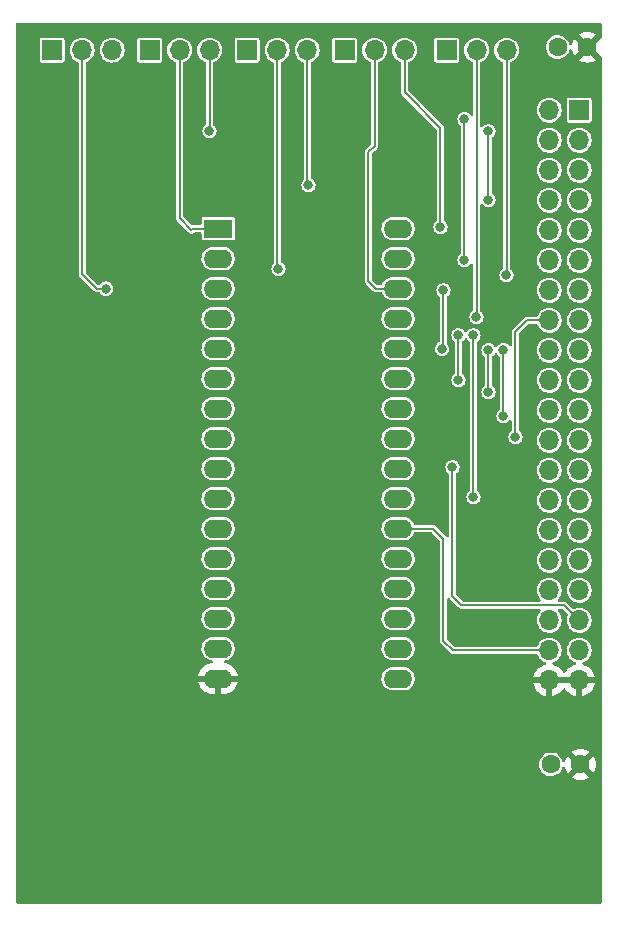
<source format=gbl>
G04 #@! TF.GenerationSoftware,KiCad,Pcbnew,(6.0.1)*
G04 #@! TF.CreationDate,2022-09-17T07:47:54-04:00*
G04 #@! TF.ProjectId,LB-MEM-03,4c422d4d-454d-42d3-9033-2e6b69636164,1*
G04 #@! TF.SameCoordinates,Original*
G04 #@! TF.FileFunction,Copper,L2,Bot*
G04 #@! TF.FilePolarity,Positive*
%FSLAX46Y46*%
G04 Gerber Fmt 4.6, Leading zero omitted, Abs format (unit mm)*
G04 Created by KiCad (PCBNEW (6.0.1)) date 2022-09-17 07:47:54*
%MOMM*%
%LPD*%
G01*
G04 APERTURE LIST*
G04 #@! TA.AperFunction,ComponentPad*
%ADD10R,2.400000X1.600000*%
G04 #@! TD*
G04 #@! TA.AperFunction,ComponentPad*
%ADD11O,2.400000X1.600000*%
G04 #@! TD*
G04 #@! TA.AperFunction,ComponentPad*
%ADD12R,1.700000X1.700000*%
G04 #@! TD*
G04 #@! TA.AperFunction,ComponentPad*
%ADD13O,1.700000X1.700000*%
G04 #@! TD*
G04 #@! TA.AperFunction,ComponentPad*
%ADD14C,1.600000*%
G04 #@! TD*
G04 #@! TA.AperFunction,ViaPad*
%ADD15C,0.800000*%
G04 #@! TD*
G04 #@! TA.AperFunction,Conductor*
%ADD16C,0.203200*%
G04 #@! TD*
G04 APERTURE END LIST*
D10*
X149322000Y-64638000D03*
D11*
X149322000Y-67178000D03*
X149322000Y-69718000D03*
X149322000Y-72258000D03*
X149322000Y-74798000D03*
X149322000Y-77338000D03*
X149322000Y-79878000D03*
X149322000Y-82418000D03*
X149322000Y-84958000D03*
X149322000Y-87498000D03*
X149322000Y-90038000D03*
X149322000Y-92578000D03*
X149322000Y-95118000D03*
X149322000Y-97658000D03*
X149322000Y-100198000D03*
X149322000Y-102738000D03*
X164562000Y-102738000D03*
X164562000Y-100198000D03*
X164562000Y-97658000D03*
X164562000Y-95118000D03*
X164562000Y-92578000D03*
X164562000Y-90038000D03*
X164562000Y-87498000D03*
X164562000Y-84958000D03*
X164562000Y-82418000D03*
X164562000Y-79878000D03*
X164562000Y-77338000D03*
X164562000Y-74798000D03*
X164562000Y-72258000D03*
X164562000Y-69718000D03*
X164562000Y-67178000D03*
X164562000Y-64638000D03*
D12*
X143525000Y-49530000D03*
D13*
X146065000Y-49530000D03*
X148605000Y-49530000D03*
D12*
X151780000Y-49530000D03*
D13*
X154320000Y-49530000D03*
X156860000Y-49530000D03*
D12*
X160035000Y-49530000D03*
D13*
X162575000Y-49530000D03*
X165115000Y-49530000D03*
D12*
X179890000Y-54615000D03*
D13*
X177350000Y-54615000D03*
X179890000Y-57155000D03*
X177350000Y-57155000D03*
X179890000Y-59695000D03*
X177350000Y-59695000D03*
X179890000Y-62235000D03*
X177350000Y-62235000D03*
X179890000Y-64775000D03*
X177350000Y-64775000D03*
X179890000Y-67315000D03*
X177350000Y-67315000D03*
X179890000Y-69855000D03*
X177350000Y-69855000D03*
X179890000Y-72395000D03*
X177350000Y-72395000D03*
X179890000Y-74935000D03*
X177350000Y-74935000D03*
X179890000Y-77475000D03*
X177350000Y-77475000D03*
X179890000Y-80015000D03*
X177350000Y-80015000D03*
X179890000Y-82555000D03*
X177350000Y-82555000D03*
X179890000Y-85095000D03*
X177350000Y-85095000D03*
X179890000Y-87635000D03*
X177350000Y-87635000D03*
X179890000Y-90175000D03*
X177350000Y-90175000D03*
X179890000Y-92715000D03*
X177350000Y-92715000D03*
X179890000Y-95255000D03*
X177350000Y-95255000D03*
X179890000Y-97795000D03*
X177350000Y-97795000D03*
X179890000Y-100335000D03*
X177350000Y-100335000D03*
X179890000Y-102875000D03*
X177350000Y-102875000D03*
D14*
X180000000Y-110000000D03*
X177500000Y-110000000D03*
X180574000Y-49276000D03*
X178074000Y-49276000D03*
D13*
X173751000Y-49530000D03*
X171211000Y-49530000D03*
D12*
X168671000Y-49530000D03*
D13*
X140350000Y-49530000D03*
X137810000Y-49530000D03*
D12*
X135270000Y-49530000D03*
D15*
X139832000Y-69718000D03*
X169672000Y-77470000D03*
X172212000Y-78486000D03*
X173482000Y-80518000D03*
X172212000Y-74930000D03*
X169672000Y-73660000D03*
X168280000Y-74798000D03*
X168402000Y-69850000D03*
X170942000Y-73678500D03*
X173482000Y-74930000D03*
X174498000Y-82296000D03*
X170942000Y-87376000D03*
X169164000Y-84836000D03*
X156972000Y-60960000D03*
X148590000Y-56388000D03*
X172212000Y-62230000D03*
X172212000Y-56388000D03*
X168148000Y-64516000D03*
X170180000Y-55372000D03*
X170180000Y-67310000D03*
X173736000Y-68580000D03*
X171196000Y-72136000D03*
X154432000Y-68072000D03*
D16*
X139060000Y-69718000D02*
X139832000Y-69718000D01*
X177350000Y-72395000D02*
X175509000Y-72395000D01*
X175509000Y-72395000D02*
X174498000Y-73406000D01*
X174498000Y-73406000D02*
X174498000Y-82296000D01*
X170180000Y-55372000D02*
X170180000Y-67310000D01*
X173482000Y-80518000D02*
X173482000Y-74930000D01*
X169672000Y-73660000D02*
X169672000Y-77470000D01*
X172212000Y-78486000D02*
X172212000Y-74930000D01*
X168402000Y-74676000D02*
X168280000Y-74798000D01*
X168402000Y-69850000D02*
X168402000Y-74676000D01*
X170942000Y-87376000D02*
X170942000Y-73678500D01*
X169164000Y-95758000D02*
X169164000Y-84836000D01*
X169926000Y-96520000D02*
X169164000Y-95758000D01*
X178615000Y-96520000D02*
X169926000Y-96520000D01*
X179890000Y-97795000D02*
X178615000Y-96520000D01*
X168402000Y-90932000D02*
X167508000Y-90038000D01*
X167508000Y-90038000D02*
X164562000Y-90038000D01*
X168402000Y-99544500D02*
X168402000Y-90932000D01*
X169192500Y-100335000D02*
X168402000Y-99544500D01*
X177350000Y-100335000D02*
X169192500Y-100335000D01*
X156860000Y-60848000D02*
X156860000Y-49530000D01*
X156972000Y-60960000D02*
X156860000Y-60848000D01*
X148605000Y-56373000D02*
X148605000Y-49530000D01*
X148590000Y-56388000D02*
X148605000Y-56373000D01*
X172212000Y-62230000D02*
X172212000Y-56388000D01*
X165115000Y-53101000D02*
X165115000Y-49530000D01*
X168148000Y-56134000D02*
X165115000Y-53101000D01*
X168148000Y-64516000D02*
X168148000Y-56134000D01*
X173751000Y-68565000D02*
X173736000Y-68580000D01*
X173751000Y-49530000D02*
X173751000Y-68565000D01*
X171196000Y-72136000D02*
X171211000Y-72121000D01*
X171211000Y-72121000D02*
X171211000Y-49530000D01*
X162575000Y-49530000D02*
X162575000Y-57643000D01*
X162052000Y-69088000D02*
X162052000Y-58166000D01*
X162575000Y-57643000D02*
X162052000Y-58166000D01*
X162682000Y-69718000D02*
X162052000Y-69088000D01*
X164562000Y-69718000D02*
X162682000Y-69718000D01*
X154320000Y-67960000D02*
X154432000Y-68072000D01*
X154320000Y-49530000D02*
X154320000Y-67960000D01*
X147066000Y-64770000D02*
X147198000Y-64638000D01*
X146065000Y-63769000D02*
X147066000Y-64770000D01*
X146065000Y-49530000D02*
X146065000Y-63769000D01*
X147198000Y-64638000D02*
X149322000Y-64638000D01*
X137810000Y-68468000D02*
X139060000Y-69718000D01*
X137810000Y-49530000D02*
X137810000Y-68468000D01*
G04 #@! TA.AperFunction,Conductor*
G36*
X181738921Y-47223202D02*
G01*
X181785414Y-47276858D01*
X181796800Y-47329200D01*
X181796800Y-48427573D01*
X181776798Y-48495694D01*
X181723142Y-48542187D01*
X181667082Y-48551386D01*
X181647566Y-48561644D01*
X180946022Y-49263188D01*
X180938408Y-49277132D01*
X180938539Y-49278965D01*
X180942790Y-49285580D01*
X181648287Y-49991077D01*
X181662601Y-49998893D01*
X181731187Y-50013814D01*
X181781388Y-50064017D01*
X181796800Y-50124401D01*
X181796800Y-121670800D01*
X181776798Y-121738921D01*
X181723142Y-121785414D01*
X181670800Y-121796800D01*
X132329200Y-121796800D01*
X132261079Y-121776798D01*
X132214586Y-121723142D01*
X132203200Y-121670800D01*
X132203200Y-111086062D01*
X179278493Y-111086062D01*
X179287789Y-111098077D01*
X179338994Y-111133931D01*
X179348489Y-111139414D01*
X179545947Y-111231490D01*
X179556239Y-111235236D01*
X179766688Y-111291625D01*
X179777481Y-111293528D01*
X179994525Y-111312517D01*
X180005475Y-111312517D01*
X180222519Y-111293528D01*
X180233312Y-111291625D01*
X180443761Y-111235236D01*
X180454053Y-111231490D01*
X180651511Y-111139414D01*
X180661006Y-111133931D01*
X180713048Y-111097491D01*
X180721424Y-111087012D01*
X180714356Y-111073566D01*
X180012812Y-110372022D01*
X179998868Y-110364408D01*
X179997035Y-110364539D01*
X179990420Y-110368790D01*
X179284923Y-111074287D01*
X179278493Y-111086062D01*
X132203200Y-111086062D01*
X132203200Y-109985918D01*
X176491542Y-109985918D01*
X176508013Y-110182064D01*
X176509712Y-110187989D01*
X176560337Y-110364539D01*
X176562268Y-110371274D01*
X176565087Y-110376759D01*
X176649424Y-110540861D01*
X176649427Y-110540866D01*
X176652242Y-110546343D01*
X176774506Y-110700602D01*
X176924403Y-110828175D01*
X177096226Y-110924203D01*
X177102085Y-110926107D01*
X177102088Y-110926108D01*
X177162201Y-110945640D01*
X177283427Y-110985029D01*
X177289537Y-110985758D01*
X177289539Y-110985758D01*
X177356203Y-110993707D01*
X177478878Y-111008335D01*
X177485013Y-111007863D01*
X177485015Y-111007863D01*
X177668992Y-110993707D01*
X177668996Y-110993706D01*
X177675134Y-110993234D01*
X177864719Y-110940301D01*
X178040411Y-110851552D01*
X178070333Y-110828175D01*
X178190659Y-110734166D01*
X178190660Y-110734165D01*
X178195520Y-110730368D01*
X178324136Y-110581364D01*
X178327180Y-110576006D01*
X178418316Y-110415580D01*
X178418318Y-110415575D01*
X178421362Y-110410217D01*
X178474017Y-110251930D01*
X178514498Y-110193606D01*
X178580086Y-110166426D01*
X178649957Y-110179021D01*
X178701927Y-110227391D01*
X178715282Y-110259091D01*
X178764764Y-110443761D01*
X178768510Y-110454053D01*
X178860586Y-110651511D01*
X178866069Y-110661006D01*
X178902509Y-110713048D01*
X178912988Y-110721424D01*
X178926434Y-110714356D01*
X179627978Y-110012812D01*
X179634356Y-110001132D01*
X180364408Y-110001132D01*
X180364539Y-110002965D01*
X180368790Y-110009580D01*
X181074287Y-110715077D01*
X181086062Y-110721507D01*
X181098077Y-110712211D01*
X181133931Y-110661006D01*
X181139414Y-110651511D01*
X181231490Y-110454053D01*
X181235236Y-110443761D01*
X181291625Y-110233312D01*
X181293528Y-110222519D01*
X181312517Y-110005475D01*
X181312517Y-109994525D01*
X181293528Y-109777481D01*
X181291625Y-109766688D01*
X181235236Y-109556239D01*
X181231490Y-109545947D01*
X181139414Y-109348489D01*
X181133931Y-109338994D01*
X181097491Y-109286952D01*
X181087012Y-109278576D01*
X181073566Y-109285644D01*
X180372022Y-109987188D01*
X180364408Y-110001132D01*
X179634356Y-110001132D01*
X179635592Y-109998868D01*
X179635461Y-109997035D01*
X179631210Y-109990420D01*
X178925713Y-109284923D01*
X178913938Y-109278493D01*
X178901923Y-109287789D01*
X178866069Y-109338994D01*
X178860586Y-109348489D01*
X178768510Y-109545947D01*
X178764764Y-109556239D01*
X178714560Y-109743603D01*
X178677608Y-109804226D01*
X178613747Y-109835247D01*
X178543253Y-109826819D01*
X178488506Y-109781616D01*
X178472231Y-109747410D01*
X178438471Y-109635592D01*
X178432456Y-109615669D01*
X178340048Y-109441874D01*
X178256141Y-109338994D01*
X178219537Y-109294112D01*
X178219534Y-109294109D01*
X178215642Y-109289337D01*
X178210893Y-109285408D01*
X178068727Y-109167798D01*
X178068723Y-109167796D01*
X178063977Y-109163869D01*
X177890831Y-109070249D01*
X177796815Y-109041147D01*
X177708685Y-109013866D01*
X177708682Y-109013865D01*
X177702798Y-109012044D01*
X177696673Y-109011400D01*
X177696672Y-109011400D01*
X177513169Y-108992113D01*
X177513168Y-108992113D01*
X177507041Y-108991469D01*
X177434275Y-108998091D01*
X177317153Y-109008749D01*
X177317149Y-109008750D01*
X177311015Y-109009308D01*
X177122188Y-109064883D01*
X176947752Y-109156076D01*
X176794350Y-109279414D01*
X176667827Y-109430199D01*
X176573001Y-109602688D01*
X176571140Y-109608555D01*
X176571139Y-109608557D01*
X176562563Y-109635592D01*
X176513483Y-109790309D01*
X176491542Y-109985918D01*
X132203200Y-109985918D01*
X132203200Y-108912988D01*
X179278576Y-108912988D01*
X179285644Y-108926434D01*
X179987188Y-109627978D01*
X180001132Y-109635592D01*
X180002965Y-109635461D01*
X180009580Y-109631210D01*
X180715077Y-108925713D01*
X180721507Y-108913938D01*
X180712211Y-108901923D01*
X180661006Y-108866069D01*
X180651511Y-108860586D01*
X180454053Y-108768510D01*
X180443761Y-108764764D01*
X180233312Y-108708375D01*
X180222519Y-108706472D01*
X180005475Y-108687483D01*
X179994525Y-108687483D01*
X179777481Y-108706472D01*
X179766688Y-108708375D01*
X179556239Y-108764764D01*
X179545947Y-108768510D01*
X179348489Y-108860586D01*
X179338994Y-108866069D01*
X179286952Y-108902509D01*
X179278576Y-108912988D01*
X132203200Y-108912988D01*
X132203200Y-103004522D01*
X147639273Y-103004522D01*
X147686764Y-103181761D01*
X147690510Y-103192053D01*
X147782586Y-103389511D01*
X147788069Y-103399007D01*
X147913028Y-103577467D01*
X147920084Y-103585875D01*
X148074125Y-103739916D01*
X148082533Y-103746972D01*
X148260993Y-103871931D01*
X148270489Y-103877414D01*
X148467947Y-103969490D01*
X148478239Y-103973236D01*
X148688688Y-104029625D01*
X148699481Y-104031528D01*
X148862170Y-104045762D01*
X148867635Y-104046000D01*
X149049885Y-104046000D01*
X149065124Y-104041525D01*
X149066329Y-104040135D01*
X149068000Y-104032452D01*
X149068000Y-104027885D01*
X149576000Y-104027885D01*
X149580475Y-104043124D01*
X149581865Y-104044329D01*
X149589548Y-104046000D01*
X149776365Y-104046000D01*
X149781830Y-104045762D01*
X149944519Y-104031528D01*
X149955312Y-104029625D01*
X150165761Y-103973236D01*
X150176053Y-103969490D01*
X150373511Y-103877414D01*
X150383007Y-103871931D01*
X150561467Y-103746972D01*
X150569875Y-103739916D01*
X150723916Y-103585875D01*
X150730972Y-103577467D01*
X150855931Y-103399007D01*
X150861414Y-103389511D01*
X150953490Y-103192053D01*
X150957236Y-103181761D01*
X151003394Y-103009497D01*
X151003058Y-102995401D01*
X150995116Y-102992000D01*
X149594115Y-102992000D01*
X149578876Y-102996475D01*
X149577671Y-102997865D01*
X149576000Y-103005548D01*
X149576000Y-104027885D01*
X149068000Y-104027885D01*
X149068000Y-103010115D01*
X149063525Y-102994876D01*
X149062135Y-102993671D01*
X149054452Y-102992000D01*
X147654033Y-102992000D01*
X147640502Y-102995973D01*
X147639273Y-103004522D01*
X132203200Y-103004522D01*
X132203200Y-102787283D01*
X163154328Y-102787283D01*
X163184820Y-102988897D01*
X163187020Y-102994876D01*
X163187023Y-102994886D01*
X163237757Y-103132778D01*
X163255228Y-103180262D01*
X163258591Y-103185686D01*
X163258592Y-103185688D01*
X163308947Y-103266902D01*
X163362678Y-103353561D01*
X163502780Y-103501714D01*
X163669810Y-103618670D01*
X163856946Y-103699651D01*
X163902548Y-103709178D01*
X164051808Y-103740360D01*
X164051813Y-103740361D01*
X164056544Y-103741349D01*
X164061439Y-103741606D01*
X164061573Y-103741613D01*
X164061589Y-103741613D01*
X164063241Y-103741700D01*
X165012957Y-103741700D01*
X165085716Y-103734309D01*
X165158514Y-103726915D01*
X165158515Y-103726915D01*
X165164863Y-103726270D01*
X165359439Y-103665294D01*
X165537779Y-103566438D01*
X165692600Y-103433741D01*
X165817575Y-103272623D01*
X165881374Y-103142966D01*
X176018257Y-103142966D01*
X176048565Y-103277446D01*
X176051645Y-103287275D01*
X176131770Y-103484603D01*
X176136413Y-103493794D01*
X176247694Y-103675388D01*
X176253777Y-103683699D01*
X176393213Y-103844667D01*
X176400580Y-103851883D01*
X176564434Y-103987916D01*
X176572881Y-103993831D01*
X176756756Y-104101279D01*
X176766042Y-104105729D01*
X176965001Y-104181703D01*
X176974899Y-104184579D01*
X177078250Y-104205606D01*
X177092299Y-104204410D01*
X177096000Y-104194065D01*
X177096000Y-104193517D01*
X177604000Y-104193517D01*
X177608064Y-104207359D01*
X177621478Y-104209393D01*
X177628184Y-104208534D01*
X177638262Y-104206392D01*
X177842255Y-104145191D01*
X177851842Y-104141433D01*
X178043095Y-104047739D01*
X178051945Y-104042464D01*
X178225328Y-103918792D01*
X178233200Y-103912139D01*
X178384052Y-103761812D01*
X178390730Y-103753965D01*
X178518022Y-103576819D01*
X178519147Y-103577627D01*
X178566669Y-103533876D01*
X178636607Y-103521661D01*
X178702046Y-103549197D01*
X178729870Y-103581028D01*
X178787690Y-103675383D01*
X178793777Y-103683699D01*
X178933213Y-103844667D01*
X178940580Y-103851883D01*
X179104434Y-103987916D01*
X179112881Y-103993831D01*
X179296756Y-104101279D01*
X179306042Y-104105729D01*
X179505001Y-104181703D01*
X179514899Y-104184579D01*
X179618250Y-104205606D01*
X179632299Y-104204410D01*
X179636000Y-104194065D01*
X179636000Y-104193517D01*
X180144000Y-104193517D01*
X180148064Y-104207359D01*
X180161478Y-104209393D01*
X180168184Y-104208534D01*
X180178262Y-104206392D01*
X180382255Y-104145191D01*
X180391842Y-104141433D01*
X180583095Y-104047739D01*
X180591945Y-104042464D01*
X180765328Y-103918792D01*
X180773200Y-103912139D01*
X180924052Y-103761812D01*
X180930730Y-103753965D01*
X181055003Y-103581020D01*
X181060313Y-103572183D01*
X181154670Y-103381267D01*
X181158469Y-103371672D01*
X181220377Y-103167910D01*
X181222555Y-103157837D01*
X181223986Y-103146962D01*
X181221775Y-103132778D01*
X181208617Y-103129000D01*
X180162115Y-103129000D01*
X180146876Y-103133475D01*
X180145671Y-103134865D01*
X180144000Y-103142548D01*
X180144000Y-104193517D01*
X179636000Y-104193517D01*
X179636000Y-103147115D01*
X179631525Y-103131876D01*
X179630135Y-103130671D01*
X179622452Y-103129000D01*
X177622115Y-103129000D01*
X177606876Y-103133475D01*
X177605671Y-103134865D01*
X177604000Y-103142548D01*
X177604000Y-104193517D01*
X177096000Y-104193517D01*
X177096000Y-103147115D01*
X177091525Y-103131876D01*
X177090135Y-103130671D01*
X177082452Y-103129000D01*
X176033225Y-103129000D01*
X176019694Y-103132973D01*
X176018257Y-103142966D01*
X165881374Y-103142966D01*
X165907601Y-103089666D01*
X165928484Y-103009497D01*
X165957390Y-102898527D01*
X165957391Y-102898522D01*
X165959000Y-102892344D01*
X165969672Y-102688717D01*
X165939180Y-102487103D01*
X165936978Y-102481119D01*
X165936977Y-102481114D01*
X165870976Y-102301728D01*
X165870975Y-102301727D01*
X165868772Y-102295738D01*
X165861462Y-102283947D01*
X165794234Y-102175521D01*
X165761322Y-102122439D01*
X165621220Y-101974286D01*
X165454190Y-101857330D01*
X165267054Y-101776349D01*
X165221452Y-101766822D01*
X165072192Y-101735640D01*
X165072187Y-101735639D01*
X165067456Y-101734651D01*
X165062561Y-101734394D01*
X165062427Y-101734387D01*
X165062411Y-101734387D01*
X165060759Y-101734300D01*
X164111043Y-101734300D01*
X164038284Y-101741691D01*
X163965486Y-101749085D01*
X163965485Y-101749085D01*
X163959137Y-101749730D01*
X163764561Y-101810706D01*
X163586221Y-101909562D01*
X163431400Y-102042259D01*
X163306425Y-102203377D01*
X163216399Y-102386334D01*
X163214790Y-102392512D01*
X163214789Y-102392514D01*
X163166610Y-102577473D01*
X163166609Y-102577478D01*
X163165000Y-102583656D01*
X163154328Y-102787283D01*
X132203200Y-102787283D01*
X132203200Y-102466503D01*
X147640606Y-102466503D01*
X147640942Y-102480599D01*
X147648884Y-102484000D01*
X150989967Y-102484000D01*
X151003498Y-102480027D01*
X151004727Y-102471478D01*
X150957236Y-102294239D01*
X150953490Y-102283947D01*
X150861414Y-102086489D01*
X150855931Y-102076993D01*
X150730972Y-101898533D01*
X150723916Y-101890125D01*
X150569875Y-101736084D01*
X150561467Y-101729028D01*
X150383007Y-101604069D01*
X150373511Y-101598586D01*
X150176053Y-101506510D01*
X150165761Y-101502764D01*
X149955312Y-101446375D01*
X149944520Y-101444472D01*
X149896152Y-101440240D01*
X149830034Y-101414376D01*
X149788395Y-101356873D01*
X149784454Y-101285986D01*
X149819463Y-101224221D01*
X149882308Y-101191189D01*
X149894400Y-101189364D01*
X149907159Y-101188068D01*
X149918514Y-101186915D01*
X149918515Y-101186915D01*
X149924863Y-101186270D01*
X150119439Y-101125294D01*
X150297779Y-101026438D01*
X150452600Y-100893741D01*
X150577575Y-100732623D01*
X150667601Y-100549666D01*
X150672189Y-100532053D01*
X150717390Y-100358527D01*
X150717391Y-100358522D01*
X150719000Y-100352344D01*
X150724506Y-100247283D01*
X163154328Y-100247283D01*
X163184820Y-100448897D01*
X163187022Y-100454881D01*
X163187023Y-100454886D01*
X163250315Y-100626910D01*
X163255228Y-100640262D01*
X163362678Y-100813561D01*
X163367064Y-100818199D01*
X163487282Y-100945325D01*
X163502780Y-100961714D01*
X163669810Y-101078670D01*
X163856946Y-101159651D01*
X163902548Y-101169178D01*
X164051808Y-101200360D01*
X164051813Y-101200361D01*
X164056544Y-101201349D01*
X164061439Y-101201606D01*
X164061573Y-101201613D01*
X164061589Y-101201613D01*
X164063241Y-101201700D01*
X165012957Y-101201700D01*
X165085716Y-101194309D01*
X165158514Y-101186915D01*
X165158515Y-101186915D01*
X165164863Y-101186270D01*
X165359439Y-101125294D01*
X165537779Y-101026438D01*
X165692600Y-100893741D01*
X165817575Y-100732623D01*
X165907601Y-100549666D01*
X165912189Y-100532053D01*
X165957390Y-100358527D01*
X165957391Y-100358522D01*
X165959000Y-100352344D01*
X165969672Y-100148717D01*
X165939180Y-99947103D01*
X165936978Y-99941119D01*
X165936977Y-99941114D01*
X165870976Y-99761728D01*
X165870975Y-99761727D01*
X165868772Y-99755738D01*
X165850764Y-99726693D01*
X165793173Y-99633810D01*
X165761322Y-99582439D01*
X165729564Y-99548856D01*
X165625609Y-99438927D01*
X165625608Y-99438926D01*
X165621220Y-99434286D01*
X165598019Y-99418040D01*
X165576491Y-99402966D01*
X165454190Y-99317330D01*
X165267054Y-99236349D01*
X165221452Y-99226822D01*
X165072192Y-99195640D01*
X165072187Y-99195639D01*
X165067456Y-99194651D01*
X165062561Y-99194394D01*
X165062427Y-99194387D01*
X165062411Y-99194387D01*
X165060759Y-99194300D01*
X164111043Y-99194300D01*
X164038284Y-99201691D01*
X163965486Y-99209085D01*
X163965485Y-99209085D01*
X163959137Y-99209730D01*
X163764561Y-99270706D01*
X163586221Y-99369562D01*
X163431400Y-99502259D01*
X163306425Y-99663377D01*
X163216399Y-99846334D01*
X163214790Y-99852512D01*
X163214789Y-99852514D01*
X163166610Y-100037473D01*
X163166609Y-100037478D01*
X163165000Y-100043656D01*
X163154328Y-100247283D01*
X150724506Y-100247283D01*
X150729672Y-100148717D01*
X150699180Y-99947103D01*
X150696978Y-99941119D01*
X150696977Y-99941114D01*
X150630976Y-99761728D01*
X150630975Y-99761727D01*
X150628772Y-99755738D01*
X150610764Y-99726693D01*
X150553173Y-99633810D01*
X150521322Y-99582439D01*
X150489564Y-99548856D01*
X150385609Y-99438927D01*
X150385608Y-99438926D01*
X150381220Y-99434286D01*
X150358019Y-99418040D01*
X150336491Y-99402966D01*
X150214190Y-99317330D01*
X150027054Y-99236349D01*
X149981452Y-99226822D01*
X149832192Y-99195640D01*
X149832187Y-99195639D01*
X149827456Y-99194651D01*
X149822561Y-99194394D01*
X149822427Y-99194387D01*
X149822411Y-99194387D01*
X149820759Y-99194300D01*
X148871043Y-99194300D01*
X148798284Y-99201691D01*
X148725486Y-99209085D01*
X148725485Y-99209085D01*
X148719137Y-99209730D01*
X148524561Y-99270706D01*
X148346221Y-99369562D01*
X148191400Y-99502259D01*
X148066425Y-99663377D01*
X147976399Y-99846334D01*
X147974790Y-99852512D01*
X147974789Y-99852514D01*
X147926610Y-100037473D01*
X147926609Y-100037478D01*
X147925000Y-100043656D01*
X147914328Y-100247283D01*
X147944820Y-100448897D01*
X147947022Y-100454881D01*
X147947023Y-100454886D01*
X148010315Y-100626910D01*
X148015228Y-100640262D01*
X148122678Y-100813561D01*
X148127064Y-100818199D01*
X148247282Y-100945325D01*
X148262780Y-100961714D01*
X148429810Y-101078670D01*
X148616946Y-101159651D01*
X148623196Y-101160957D01*
X148623197Y-101160957D01*
X148767005Y-101191000D01*
X148829595Y-101224510D01*
X148864133Y-101286539D01*
X148859653Y-101357394D01*
X148817576Y-101414579D01*
X148752219Y-101439858D01*
X148699480Y-101444472D01*
X148688688Y-101446375D01*
X148478239Y-101502764D01*
X148467947Y-101506510D01*
X148270489Y-101598586D01*
X148260993Y-101604069D01*
X148082533Y-101729028D01*
X148074125Y-101736084D01*
X147920084Y-101890125D01*
X147913028Y-101898533D01*
X147788069Y-102076993D01*
X147782586Y-102086489D01*
X147690510Y-102283947D01*
X147686764Y-102294239D01*
X147640606Y-102466503D01*
X132203200Y-102466503D01*
X132203200Y-97707283D01*
X147914328Y-97707283D01*
X147944820Y-97908897D01*
X147947022Y-97914881D01*
X147947023Y-97914886D01*
X148013024Y-98094272D01*
X148015228Y-98100262D01*
X148122678Y-98273561D01*
X148127064Y-98278199D01*
X148247282Y-98405325D01*
X148262780Y-98421714D01*
X148429810Y-98538670D01*
X148616946Y-98619651D01*
X148662548Y-98629178D01*
X148811808Y-98660360D01*
X148811813Y-98660361D01*
X148816544Y-98661349D01*
X148821439Y-98661606D01*
X148821573Y-98661613D01*
X148821589Y-98661613D01*
X148823241Y-98661700D01*
X149772957Y-98661700D01*
X149845716Y-98654309D01*
X149918514Y-98646915D01*
X149918515Y-98646915D01*
X149924863Y-98646270D01*
X150119439Y-98585294D01*
X150297779Y-98486438D01*
X150452600Y-98353741D01*
X150577575Y-98192623D01*
X150667601Y-98009666D01*
X150714905Y-97828066D01*
X150717390Y-97818527D01*
X150717391Y-97818522D01*
X150719000Y-97812344D01*
X150724506Y-97707283D01*
X163154328Y-97707283D01*
X163184820Y-97908897D01*
X163187022Y-97914881D01*
X163187023Y-97914886D01*
X163253024Y-98094272D01*
X163255228Y-98100262D01*
X163362678Y-98273561D01*
X163367064Y-98278199D01*
X163487282Y-98405325D01*
X163502780Y-98421714D01*
X163669810Y-98538670D01*
X163856946Y-98619651D01*
X163902548Y-98629178D01*
X164051808Y-98660360D01*
X164051813Y-98660361D01*
X164056544Y-98661349D01*
X164061439Y-98661606D01*
X164061573Y-98661613D01*
X164061589Y-98661613D01*
X164063241Y-98661700D01*
X165012957Y-98661700D01*
X165085716Y-98654309D01*
X165158514Y-98646915D01*
X165158515Y-98646915D01*
X165164863Y-98646270D01*
X165359439Y-98585294D01*
X165537779Y-98486438D01*
X165692600Y-98353741D01*
X165817575Y-98192623D01*
X165907601Y-98009666D01*
X165954905Y-97828066D01*
X165957390Y-97818527D01*
X165957391Y-97818522D01*
X165959000Y-97812344D01*
X165969672Y-97608717D01*
X165939180Y-97407103D01*
X165936978Y-97401119D01*
X165936977Y-97401114D01*
X165870976Y-97221728D01*
X165870975Y-97221727D01*
X165868772Y-97215738D01*
X165761322Y-97042439D01*
X165681573Y-96958107D01*
X165625609Y-96898927D01*
X165625608Y-96898926D01*
X165621220Y-96894286D01*
X165454190Y-96777330D01*
X165267054Y-96696349D01*
X165221452Y-96686822D01*
X165072192Y-96655640D01*
X165072187Y-96655639D01*
X165067456Y-96654651D01*
X165062561Y-96654394D01*
X165062427Y-96654387D01*
X165062411Y-96654387D01*
X165060759Y-96654300D01*
X164111043Y-96654300D01*
X164038284Y-96661691D01*
X163965486Y-96669085D01*
X163965485Y-96669085D01*
X163959137Y-96669730D01*
X163764561Y-96730706D01*
X163586221Y-96829562D01*
X163431400Y-96962259D01*
X163427493Y-96967296D01*
X163427491Y-96967298D01*
X163375898Y-97033812D01*
X163306425Y-97123377D01*
X163216399Y-97306334D01*
X163214790Y-97312512D01*
X163214789Y-97312514D01*
X163166610Y-97497473D01*
X163166609Y-97497478D01*
X163165000Y-97503656D01*
X163154328Y-97707283D01*
X150724506Y-97707283D01*
X150729672Y-97608717D01*
X150699180Y-97407103D01*
X150696978Y-97401119D01*
X150696977Y-97401114D01*
X150630976Y-97221728D01*
X150630975Y-97221727D01*
X150628772Y-97215738D01*
X150521322Y-97042439D01*
X150441573Y-96958107D01*
X150385609Y-96898927D01*
X150385608Y-96898926D01*
X150381220Y-96894286D01*
X150214190Y-96777330D01*
X150027054Y-96696349D01*
X149981452Y-96686822D01*
X149832192Y-96655640D01*
X149832187Y-96655639D01*
X149827456Y-96654651D01*
X149822561Y-96654394D01*
X149822427Y-96654387D01*
X149822411Y-96654387D01*
X149820759Y-96654300D01*
X148871043Y-96654300D01*
X148798284Y-96661691D01*
X148725486Y-96669085D01*
X148725485Y-96669085D01*
X148719137Y-96669730D01*
X148524561Y-96730706D01*
X148346221Y-96829562D01*
X148191400Y-96962259D01*
X148187493Y-96967296D01*
X148187491Y-96967298D01*
X148135898Y-97033812D01*
X148066425Y-97123377D01*
X147976399Y-97306334D01*
X147974790Y-97312512D01*
X147974789Y-97312514D01*
X147926610Y-97497473D01*
X147926609Y-97497478D01*
X147925000Y-97503656D01*
X147914328Y-97707283D01*
X132203200Y-97707283D01*
X132203200Y-95167283D01*
X147914328Y-95167283D01*
X147944820Y-95368897D01*
X147947022Y-95374881D01*
X147947023Y-95374886D01*
X148013024Y-95554272D01*
X148015228Y-95560262D01*
X148122678Y-95733561D01*
X148127064Y-95738199D01*
X148247282Y-95865325D01*
X148262780Y-95881714D01*
X148429810Y-95998670D01*
X148616946Y-96079651D01*
X148662548Y-96089178D01*
X148811808Y-96120360D01*
X148811813Y-96120361D01*
X148816544Y-96121349D01*
X148821439Y-96121606D01*
X148821573Y-96121613D01*
X148821589Y-96121613D01*
X148823241Y-96121700D01*
X149772957Y-96121700D01*
X149845716Y-96114309D01*
X149918514Y-96106915D01*
X149918515Y-96106915D01*
X149924863Y-96106270D01*
X150119439Y-96045294D01*
X150297779Y-95946438D01*
X150452600Y-95813741D01*
X150577575Y-95652623D01*
X150667601Y-95469666D01*
X150714905Y-95288066D01*
X150717390Y-95278527D01*
X150717391Y-95278522D01*
X150719000Y-95272344D01*
X150724506Y-95167283D01*
X163154328Y-95167283D01*
X163184820Y-95368897D01*
X163187022Y-95374881D01*
X163187023Y-95374886D01*
X163253024Y-95554272D01*
X163255228Y-95560262D01*
X163362678Y-95733561D01*
X163367064Y-95738199D01*
X163487282Y-95865325D01*
X163502780Y-95881714D01*
X163669810Y-95998670D01*
X163856946Y-96079651D01*
X163902548Y-96089178D01*
X164051808Y-96120360D01*
X164051813Y-96120361D01*
X164056544Y-96121349D01*
X164061439Y-96121606D01*
X164061573Y-96121613D01*
X164061589Y-96121613D01*
X164063241Y-96121700D01*
X165012957Y-96121700D01*
X165085716Y-96114309D01*
X165158514Y-96106915D01*
X165158515Y-96106915D01*
X165164863Y-96106270D01*
X165359439Y-96045294D01*
X165537779Y-95946438D01*
X165692600Y-95813741D01*
X165817575Y-95652623D01*
X165907601Y-95469666D01*
X165954905Y-95288066D01*
X165957390Y-95278527D01*
X165957391Y-95278522D01*
X165959000Y-95272344D01*
X165969672Y-95068717D01*
X165939180Y-94867103D01*
X165936978Y-94861119D01*
X165936977Y-94861114D01*
X165870976Y-94681728D01*
X165870975Y-94681727D01*
X165868772Y-94675738D01*
X165761322Y-94502439D01*
X165681573Y-94418107D01*
X165625609Y-94358927D01*
X165625608Y-94358926D01*
X165621220Y-94354286D01*
X165454190Y-94237330D01*
X165267054Y-94156349D01*
X165221452Y-94146822D01*
X165072192Y-94115640D01*
X165072187Y-94115639D01*
X165067456Y-94114651D01*
X165062561Y-94114394D01*
X165062427Y-94114387D01*
X165062411Y-94114387D01*
X165060759Y-94114300D01*
X164111043Y-94114300D01*
X164038284Y-94121691D01*
X163965486Y-94129085D01*
X163965485Y-94129085D01*
X163959137Y-94129730D01*
X163764561Y-94190706D01*
X163586221Y-94289562D01*
X163431400Y-94422259D01*
X163306425Y-94583377D01*
X163216399Y-94766334D01*
X163214790Y-94772512D01*
X163214789Y-94772514D01*
X163166610Y-94957473D01*
X163166609Y-94957478D01*
X163165000Y-94963656D01*
X163154328Y-95167283D01*
X150724506Y-95167283D01*
X150729672Y-95068717D01*
X150699180Y-94867103D01*
X150696978Y-94861119D01*
X150696977Y-94861114D01*
X150630976Y-94681728D01*
X150630975Y-94681727D01*
X150628772Y-94675738D01*
X150521322Y-94502439D01*
X150441573Y-94418107D01*
X150385609Y-94358927D01*
X150385608Y-94358926D01*
X150381220Y-94354286D01*
X150214190Y-94237330D01*
X150027054Y-94156349D01*
X149981452Y-94146822D01*
X149832192Y-94115640D01*
X149832187Y-94115639D01*
X149827456Y-94114651D01*
X149822561Y-94114394D01*
X149822427Y-94114387D01*
X149822411Y-94114387D01*
X149820759Y-94114300D01*
X148871043Y-94114300D01*
X148798284Y-94121691D01*
X148725486Y-94129085D01*
X148725485Y-94129085D01*
X148719137Y-94129730D01*
X148524561Y-94190706D01*
X148346221Y-94289562D01*
X148191400Y-94422259D01*
X148066425Y-94583377D01*
X147976399Y-94766334D01*
X147974790Y-94772512D01*
X147974789Y-94772514D01*
X147926610Y-94957473D01*
X147926609Y-94957478D01*
X147925000Y-94963656D01*
X147914328Y-95167283D01*
X132203200Y-95167283D01*
X132203200Y-92627283D01*
X147914328Y-92627283D01*
X147944820Y-92828897D01*
X147947022Y-92834881D01*
X147947023Y-92834886D01*
X148013024Y-93014272D01*
X148015228Y-93020262D01*
X148122678Y-93193561D01*
X148127064Y-93198199D01*
X148247282Y-93325325D01*
X148262780Y-93341714D01*
X148429810Y-93458670D01*
X148616946Y-93539651D01*
X148662548Y-93549178D01*
X148811808Y-93580360D01*
X148811813Y-93580361D01*
X148816544Y-93581349D01*
X148821439Y-93581606D01*
X148821573Y-93581613D01*
X148821589Y-93581613D01*
X148823241Y-93581700D01*
X149772957Y-93581700D01*
X149845716Y-93574309D01*
X149918514Y-93566915D01*
X149918515Y-93566915D01*
X149924863Y-93566270D01*
X150119439Y-93505294D01*
X150297779Y-93406438D01*
X150452600Y-93273741D01*
X150577575Y-93112623D01*
X150667601Y-92929666D01*
X150714905Y-92748066D01*
X150717390Y-92738527D01*
X150717391Y-92738522D01*
X150719000Y-92732344D01*
X150724506Y-92627283D01*
X163154328Y-92627283D01*
X163184820Y-92828897D01*
X163187022Y-92834881D01*
X163187023Y-92834886D01*
X163253024Y-93014272D01*
X163255228Y-93020262D01*
X163362678Y-93193561D01*
X163367064Y-93198199D01*
X163487282Y-93325325D01*
X163502780Y-93341714D01*
X163669810Y-93458670D01*
X163856946Y-93539651D01*
X163902548Y-93549178D01*
X164051808Y-93580360D01*
X164051813Y-93580361D01*
X164056544Y-93581349D01*
X164061439Y-93581606D01*
X164061573Y-93581613D01*
X164061589Y-93581613D01*
X164063241Y-93581700D01*
X165012957Y-93581700D01*
X165085716Y-93574309D01*
X165158514Y-93566915D01*
X165158515Y-93566915D01*
X165164863Y-93566270D01*
X165359439Y-93505294D01*
X165537779Y-93406438D01*
X165692600Y-93273741D01*
X165817575Y-93112623D01*
X165907601Y-92929666D01*
X165954905Y-92748066D01*
X165957390Y-92738527D01*
X165957391Y-92738522D01*
X165959000Y-92732344D01*
X165969672Y-92528717D01*
X165939180Y-92327103D01*
X165936978Y-92321119D01*
X165936977Y-92321114D01*
X165870976Y-92141728D01*
X165870975Y-92141727D01*
X165868772Y-92135738D01*
X165761322Y-91962439D01*
X165681573Y-91878107D01*
X165625609Y-91818927D01*
X165625608Y-91818926D01*
X165621220Y-91814286D01*
X165454190Y-91697330D01*
X165267054Y-91616349D01*
X165221452Y-91606822D01*
X165072192Y-91575640D01*
X165072187Y-91575639D01*
X165067456Y-91574651D01*
X165062561Y-91574394D01*
X165062427Y-91574387D01*
X165062411Y-91574387D01*
X165060759Y-91574300D01*
X164111043Y-91574300D01*
X164038284Y-91581691D01*
X163965486Y-91589085D01*
X163965485Y-91589085D01*
X163959137Y-91589730D01*
X163764561Y-91650706D01*
X163586221Y-91749562D01*
X163431400Y-91882259D01*
X163306425Y-92043377D01*
X163216399Y-92226334D01*
X163214790Y-92232512D01*
X163214789Y-92232514D01*
X163166610Y-92417473D01*
X163166609Y-92417478D01*
X163165000Y-92423656D01*
X163154328Y-92627283D01*
X150724506Y-92627283D01*
X150729672Y-92528717D01*
X150699180Y-92327103D01*
X150696978Y-92321119D01*
X150696977Y-92321114D01*
X150630976Y-92141728D01*
X150630975Y-92141727D01*
X150628772Y-92135738D01*
X150521322Y-91962439D01*
X150441573Y-91878107D01*
X150385609Y-91818927D01*
X150385608Y-91818926D01*
X150381220Y-91814286D01*
X150214190Y-91697330D01*
X150027054Y-91616349D01*
X149981452Y-91606822D01*
X149832192Y-91575640D01*
X149832187Y-91575639D01*
X149827456Y-91574651D01*
X149822561Y-91574394D01*
X149822427Y-91574387D01*
X149822411Y-91574387D01*
X149820759Y-91574300D01*
X148871043Y-91574300D01*
X148798284Y-91581691D01*
X148725486Y-91589085D01*
X148725485Y-91589085D01*
X148719137Y-91589730D01*
X148524561Y-91650706D01*
X148346221Y-91749562D01*
X148191400Y-91882259D01*
X148066425Y-92043377D01*
X147976399Y-92226334D01*
X147974790Y-92232512D01*
X147974789Y-92232514D01*
X147926610Y-92417473D01*
X147926609Y-92417478D01*
X147925000Y-92423656D01*
X147914328Y-92627283D01*
X132203200Y-92627283D01*
X132203200Y-90087283D01*
X147914328Y-90087283D01*
X147944820Y-90288897D01*
X147947022Y-90294881D01*
X147947023Y-90294886D01*
X148013024Y-90474272D01*
X148015228Y-90480262D01*
X148122678Y-90653561D01*
X148127064Y-90658199D01*
X148247282Y-90785325D01*
X148262780Y-90801714D01*
X148429810Y-90918670D01*
X148616946Y-90999651D01*
X148662548Y-91009178D01*
X148811808Y-91040360D01*
X148811813Y-91040361D01*
X148816544Y-91041349D01*
X148821439Y-91041606D01*
X148821573Y-91041613D01*
X148821589Y-91041613D01*
X148823241Y-91041700D01*
X149772957Y-91041700D01*
X149845716Y-91034309D01*
X149918514Y-91026915D01*
X149918515Y-91026915D01*
X149924863Y-91026270D01*
X150119439Y-90965294D01*
X150297779Y-90866438D01*
X150452600Y-90733741D01*
X150466106Y-90716330D01*
X150573666Y-90577662D01*
X150577575Y-90572623D01*
X150667601Y-90389666D01*
X150669211Y-90383486D01*
X150717390Y-90198527D01*
X150717391Y-90198522D01*
X150719000Y-90192344D01*
X150724506Y-90087283D01*
X163154328Y-90087283D01*
X163184820Y-90288897D01*
X163187022Y-90294881D01*
X163187023Y-90294886D01*
X163253024Y-90474272D01*
X163255228Y-90480262D01*
X163362678Y-90653561D01*
X163367064Y-90658199D01*
X163487282Y-90785325D01*
X163502780Y-90801714D01*
X163669810Y-90918670D01*
X163856946Y-90999651D01*
X163902548Y-91009178D01*
X164051808Y-91040360D01*
X164051813Y-91040361D01*
X164056544Y-91041349D01*
X164061439Y-91041606D01*
X164061573Y-91041613D01*
X164061589Y-91041613D01*
X164063241Y-91041700D01*
X165012957Y-91041700D01*
X165085716Y-91034309D01*
X165158514Y-91026915D01*
X165158515Y-91026915D01*
X165164863Y-91026270D01*
X165359439Y-90965294D01*
X165537779Y-90866438D01*
X165692600Y-90733741D01*
X165706106Y-90716330D01*
X165813666Y-90577662D01*
X165817575Y-90572623D01*
X165820388Y-90566906D01*
X165820395Y-90566895D01*
X165895791Y-90413670D01*
X165943813Y-90361379D01*
X166008845Y-90343300D01*
X167329350Y-90343300D01*
X167397471Y-90363302D01*
X167418446Y-90380205D01*
X168059796Y-91021556D01*
X168093821Y-91083868D01*
X168096700Y-91110651D01*
X168096700Y-99491210D01*
X168096493Y-99494035D01*
X168094744Y-99499128D01*
X168095181Y-99510755D01*
X168096611Y-99548856D01*
X168096700Y-99553583D01*
X168096700Y-99572893D01*
X168097592Y-99577680D01*
X168097833Y-99581398D01*
X168099011Y-99612782D01*
X168103605Y-99623474D01*
X168104525Y-99627559D01*
X168108601Y-99640975D01*
X168110106Y-99644874D01*
X168112236Y-99656311D01*
X168125453Y-99677753D01*
X168133961Y-99694132D01*
X168140393Y-99709104D01*
X168140396Y-99709108D01*
X168143906Y-99717279D01*
X168147985Y-99722244D01*
X168150311Y-99724570D01*
X168150402Y-99724685D01*
X168152223Y-99726693D01*
X168152087Y-99726816D01*
X168159940Y-99736750D01*
X168165810Y-99743223D01*
X168171915Y-99753128D01*
X168183225Y-99761728D01*
X168194145Y-99770032D01*
X168206974Y-99781233D01*
X168938944Y-100513204D01*
X168940791Y-100515344D01*
X168943155Y-100520180D01*
X168951684Y-100528092D01*
X168951685Y-100528093D01*
X168979637Y-100554022D01*
X168983042Y-100557302D01*
X168996697Y-100570957D01*
X169000716Y-100573714D01*
X169003508Y-100576166D01*
X169018005Y-100589615D01*
X169018010Y-100589618D01*
X169026537Y-100597528D01*
X169037341Y-100601838D01*
X169040887Y-100604080D01*
X169053255Y-100610684D01*
X169057078Y-100612378D01*
X169066668Y-100618957D01*
X169077982Y-100621642D01*
X169077985Y-100621643D01*
X169091182Y-100624774D01*
X169108777Y-100630339D01*
X169132173Y-100639673D01*
X169138568Y-100640300D01*
X169141864Y-100640300D01*
X169142017Y-100640318D01*
X169144720Y-100640450D01*
X169144711Y-100640633D01*
X169157268Y-100642103D01*
X169166007Y-100642530D01*
X169177328Y-100645217D01*
X169188857Y-100643648D01*
X169188858Y-100643648D01*
X169205000Y-100641451D01*
X169221991Y-100640300D01*
X176247128Y-100640300D01*
X176315249Y-100660302D01*
X176364101Y-100719699D01*
X176365555Y-100724770D01*
X176460010Y-100908560D01*
X176463835Y-100913386D01*
X176463837Y-100913389D01*
X176498461Y-100957073D01*
X176588364Y-101070503D01*
X176593057Y-101074497D01*
X176593058Y-101074498D01*
X176740947Y-101200360D01*
X176745730Y-101204431D01*
X176926111Y-101305243D01*
X176966583Y-101318393D01*
X176987276Y-101325117D01*
X177045882Y-101365191D01*
X177073518Y-101430588D01*
X177061411Y-101500545D01*
X177013404Y-101552851D01*
X176987484Y-101564715D01*
X176826868Y-101617212D01*
X176817359Y-101621209D01*
X176628463Y-101719542D01*
X176619738Y-101725036D01*
X176449433Y-101852905D01*
X176441726Y-101859748D01*
X176294590Y-102013717D01*
X176288104Y-102021727D01*
X176168098Y-102197649D01*
X176163000Y-102206623D01*
X176073338Y-102399783D01*
X176069775Y-102409470D01*
X176014389Y-102609183D01*
X176015912Y-102617607D01*
X176028292Y-102621000D01*
X181208344Y-102621000D01*
X181221875Y-102617027D01*
X181223180Y-102607947D01*
X181181214Y-102440875D01*
X181177894Y-102431124D01*
X181092972Y-102235814D01*
X181088105Y-102226739D01*
X180972426Y-102047926D01*
X180966136Y-102039757D01*
X180822806Y-101882240D01*
X180815273Y-101875215D01*
X180648139Y-101743222D01*
X180639552Y-101737517D01*
X180453117Y-101634599D01*
X180443705Y-101630368D01*
X180257276Y-101564350D01*
X180199739Y-101522756D01*
X180173824Y-101456658D01*
X180187758Y-101387042D01*
X180237117Y-101336011D01*
X180265458Y-101324217D01*
X180266211Y-101324007D01*
X180266957Y-101323799D01*
X180266960Y-101323798D01*
X180272887Y-101322143D01*
X180457332Y-101228973D01*
X180463045Y-101224510D01*
X180615307Y-101105550D01*
X180615308Y-101105549D01*
X180620168Y-101101752D01*
X180741045Y-100961714D01*
X180751167Y-100949987D01*
X180751167Y-100949986D01*
X180755191Y-100945325D01*
X180857260Y-100765652D01*
X180922486Y-100569575D01*
X180948385Y-100364563D01*
X180948798Y-100335000D01*
X180928633Y-100129345D01*
X180892510Y-100009698D01*
X180870688Y-99937422D01*
X180868907Y-99931523D01*
X180820401Y-99840296D01*
X180774789Y-99754512D01*
X180774787Y-99754509D01*
X180771895Y-99749070D01*
X180768005Y-99744300D01*
X180768002Y-99744296D01*
X180645187Y-99593710D01*
X180645184Y-99593707D01*
X180641292Y-99588935D01*
X180636543Y-99585006D01*
X180486822Y-99461146D01*
X180486819Y-99461144D01*
X180482072Y-99457217D01*
X180300301Y-99358933D01*
X180201601Y-99328381D01*
X180108788Y-99299650D01*
X180108785Y-99299649D01*
X180102901Y-99297828D01*
X180096776Y-99297184D01*
X180096775Y-99297184D01*
X179903520Y-99276872D01*
X179903519Y-99276872D01*
X179897392Y-99276228D01*
X179770582Y-99287768D01*
X179697742Y-99294397D01*
X179697741Y-99294397D01*
X179691601Y-99294956D01*
X179493367Y-99353300D01*
X179310241Y-99449036D01*
X179149198Y-99578518D01*
X179145239Y-99583236D01*
X179145238Y-99583237D01*
X179024864Y-99726693D01*
X179016371Y-99736814D01*
X179013408Y-99742203D01*
X179013405Y-99742208D01*
X178991951Y-99781233D01*
X178916821Y-99917895D01*
X178854339Y-100114864D01*
X178853653Y-100120981D01*
X178853652Y-100120985D01*
X178849826Y-100155099D01*
X178831305Y-100320217D01*
X178831821Y-100326361D01*
X178848080Y-100519994D01*
X178848081Y-100519999D01*
X178848596Y-100526133D01*
X178870947Y-100604080D01*
X178881154Y-100639673D01*
X178905555Y-100724770D01*
X179000010Y-100908560D01*
X179003835Y-100913386D01*
X179003837Y-100913389D01*
X179038461Y-100957073D01*
X179128364Y-101070503D01*
X179133057Y-101074497D01*
X179133058Y-101074498D01*
X179280947Y-101200360D01*
X179285730Y-101204431D01*
X179466111Y-101305243D01*
X179506583Y-101318393D01*
X179527276Y-101325117D01*
X179585882Y-101365191D01*
X179613518Y-101430588D01*
X179601411Y-101500545D01*
X179553404Y-101552851D01*
X179527484Y-101564715D01*
X179366868Y-101617212D01*
X179357359Y-101621209D01*
X179168463Y-101719542D01*
X179159738Y-101725036D01*
X178989433Y-101852905D01*
X178981726Y-101859748D01*
X178834590Y-102013717D01*
X178828104Y-102021727D01*
X178723193Y-102175521D01*
X178668282Y-102220524D01*
X178597757Y-102228695D01*
X178534010Y-102197441D01*
X178513313Y-102172957D01*
X178432427Y-102047926D01*
X178426136Y-102039757D01*
X178282806Y-101882240D01*
X178275273Y-101875215D01*
X178108139Y-101743222D01*
X178099552Y-101737517D01*
X177913117Y-101634599D01*
X177903705Y-101630368D01*
X177717276Y-101564350D01*
X177659739Y-101522756D01*
X177633824Y-101456658D01*
X177647758Y-101387042D01*
X177697117Y-101336011D01*
X177725458Y-101324217D01*
X177726211Y-101324007D01*
X177726957Y-101323799D01*
X177726960Y-101323798D01*
X177732887Y-101322143D01*
X177917332Y-101228973D01*
X177923045Y-101224510D01*
X178075307Y-101105550D01*
X178075308Y-101105549D01*
X178080168Y-101101752D01*
X178201045Y-100961714D01*
X178211167Y-100949987D01*
X178211167Y-100949986D01*
X178215191Y-100945325D01*
X178317260Y-100765652D01*
X178382486Y-100569575D01*
X178408385Y-100364563D01*
X178408798Y-100335000D01*
X178388633Y-100129345D01*
X178352510Y-100009698D01*
X178330688Y-99937422D01*
X178328907Y-99931523D01*
X178280401Y-99840296D01*
X178234789Y-99754512D01*
X178234787Y-99754509D01*
X178231895Y-99749070D01*
X178228005Y-99744300D01*
X178228002Y-99744296D01*
X178105187Y-99593710D01*
X178105184Y-99593707D01*
X178101292Y-99588935D01*
X178096543Y-99585006D01*
X177946822Y-99461146D01*
X177946819Y-99461144D01*
X177942072Y-99457217D01*
X177760301Y-99358933D01*
X177661601Y-99328381D01*
X177568788Y-99299650D01*
X177568785Y-99299649D01*
X177562901Y-99297828D01*
X177556776Y-99297184D01*
X177556775Y-99297184D01*
X177363520Y-99276872D01*
X177363519Y-99276872D01*
X177357392Y-99276228D01*
X177230582Y-99287768D01*
X177157742Y-99294397D01*
X177157741Y-99294397D01*
X177151601Y-99294956D01*
X176953367Y-99353300D01*
X176770241Y-99449036D01*
X176609198Y-99578518D01*
X176605239Y-99583236D01*
X176605238Y-99583237D01*
X176484864Y-99726693D01*
X176476371Y-99736814D01*
X176473408Y-99742203D01*
X176473405Y-99742208D01*
X176451951Y-99781233D01*
X176376821Y-99917895D01*
X176369239Y-99941798D01*
X176329577Y-100000681D01*
X176264376Y-100028775D01*
X176249137Y-100029700D01*
X169371150Y-100029700D01*
X169303029Y-100009698D01*
X169282055Y-99992795D01*
X168744205Y-99454945D01*
X168710179Y-99392633D01*
X168707300Y-99365850D01*
X168707300Y-96040072D01*
X168727302Y-95971951D01*
X168780958Y-95925458D01*
X168851232Y-95915354D01*
X168915812Y-95944848D01*
X168926641Y-95955435D01*
X168927811Y-95956725D01*
X168933915Y-95966628D01*
X168943173Y-95973668D01*
X168943175Y-95973670D01*
X168956145Y-95983532D01*
X168968974Y-95994733D01*
X169672444Y-96698204D01*
X169674291Y-96700344D01*
X169676655Y-96705180D01*
X169685184Y-96713092D01*
X169685185Y-96713093D01*
X169713137Y-96739022D01*
X169716542Y-96742302D01*
X169730197Y-96755957D01*
X169734216Y-96758714D01*
X169737008Y-96761166D01*
X169751505Y-96774615D01*
X169751510Y-96774618D01*
X169760037Y-96782528D01*
X169770841Y-96786838D01*
X169774387Y-96789080D01*
X169786755Y-96795684D01*
X169790578Y-96797378D01*
X169800168Y-96803957D01*
X169811482Y-96806642D01*
X169811485Y-96806643D01*
X169824682Y-96809774D01*
X169842277Y-96815339D01*
X169865673Y-96824673D01*
X169872068Y-96825300D01*
X169875364Y-96825300D01*
X169875517Y-96825318D01*
X169878220Y-96825450D01*
X169878211Y-96825633D01*
X169890768Y-96827103D01*
X169899507Y-96827530D01*
X169910828Y-96830217D01*
X169922357Y-96828648D01*
X169922358Y-96828648D01*
X169938500Y-96826451D01*
X169955491Y-96825300D01*
X176519035Y-96825300D01*
X176587156Y-96845302D01*
X176633649Y-96898958D01*
X176643753Y-96969232D01*
X176614259Y-97033812D01*
X176611800Y-97036426D01*
X176609198Y-97038518D01*
X176605239Y-97043236D01*
X176605237Y-97043238D01*
X176537992Y-97123377D01*
X176476371Y-97196814D01*
X176473408Y-97202203D01*
X176473405Y-97202208D01*
X176423314Y-97293324D01*
X176376821Y-97377895D01*
X176314339Y-97574864D01*
X176313653Y-97580981D01*
X176313652Y-97580985D01*
X176309826Y-97615099D01*
X176291305Y-97780217D01*
X176291821Y-97786361D01*
X176308080Y-97979994D01*
X176308081Y-97979999D01*
X176308596Y-97986133D01*
X176365555Y-98184770D01*
X176460010Y-98368560D01*
X176463835Y-98373386D01*
X176463837Y-98373389D01*
X176498461Y-98417073D01*
X176588364Y-98530503D01*
X176593057Y-98534497D01*
X176593058Y-98534498D01*
X176740947Y-98660360D01*
X176745730Y-98664431D01*
X176926111Y-98765243D01*
X177122639Y-98829099D01*
X177327826Y-98853566D01*
X177333961Y-98853094D01*
X177333963Y-98853094D01*
X177527715Y-98838185D01*
X177527718Y-98838184D01*
X177533858Y-98837712D01*
X177732887Y-98782143D01*
X177917332Y-98688973D01*
X177944899Y-98667436D01*
X178075307Y-98565550D01*
X178075308Y-98565549D01*
X178080168Y-98561752D01*
X178201045Y-98421714D01*
X178211167Y-98409987D01*
X178211167Y-98409986D01*
X178215191Y-98405325D01*
X178317260Y-98225652D01*
X178382486Y-98029575D01*
X178408385Y-97824563D01*
X178408798Y-97795000D01*
X178388633Y-97589345D01*
X178328907Y-97391523D01*
X178243562Y-97231012D01*
X178234789Y-97214512D01*
X178234787Y-97214509D01*
X178231895Y-97209070D01*
X178228005Y-97204300D01*
X178228002Y-97204296D01*
X178105187Y-97053710D01*
X178105184Y-97053707D01*
X178101292Y-97048935D01*
X178096543Y-97045006D01*
X178092202Y-97040635D01*
X178094113Y-97038737D01*
X178060893Y-96989566D01*
X178059262Y-96918588D01*
X178096264Y-96857996D01*
X178160151Y-96827027D01*
X178180942Y-96825300D01*
X178436351Y-96825300D01*
X178504472Y-96845302D01*
X178525446Y-96862205D01*
X178894253Y-97231012D01*
X178928279Y-97293324D01*
X178920969Y-97369743D01*
X178919789Y-97372496D01*
X178916821Y-97377895D01*
X178854339Y-97574864D01*
X178853653Y-97580981D01*
X178853652Y-97580985D01*
X178849826Y-97615099D01*
X178831305Y-97780217D01*
X178831821Y-97786361D01*
X178848080Y-97979994D01*
X178848081Y-97979999D01*
X178848596Y-97986133D01*
X178905555Y-98184770D01*
X179000010Y-98368560D01*
X179003835Y-98373386D01*
X179003837Y-98373389D01*
X179038461Y-98417073D01*
X179128364Y-98530503D01*
X179133057Y-98534497D01*
X179133058Y-98534498D01*
X179280947Y-98660360D01*
X179285730Y-98664431D01*
X179466111Y-98765243D01*
X179662639Y-98829099D01*
X179867826Y-98853566D01*
X179873961Y-98853094D01*
X179873963Y-98853094D01*
X180067715Y-98838185D01*
X180067718Y-98838184D01*
X180073858Y-98837712D01*
X180272887Y-98782143D01*
X180457332Y-98688973D01*
X180484899Y-98667436D01*
X180615307Y-98565550D01*
X180615308Y-98565549D01*
X180620168Y-98561752D01*
X180741045Y-98421714D01*
X180751167Y-98409987D01*
X180751167Y-98409986D01*
X180755191Y-98405325D01*
X180857260Y-98225652D01*
X180922486Y-98029575D01*
X180948385Y-97824563D01*
X180948798Y-97795000D01*
X180928633Y-97589345D01*
X180868907Y-97391523D01*
X180783562Y-97231012D01*
X180774789Y-97214512D01*
X180774787Y-97214509D01*
X180771895Y-97209070D01*
X180768005Y-97204300D01*
X180768002Y-97204296D01*
X180645187Y-97053710D01*
X180645184Y-97053707D01*
X180641292Y-97048935D01*
X180636543Y-97045006D01*
X180486822Y-96921146D01*
X180486819Y-96921144D01*
X180482072Y-96917217D01*
X180300301Y-96818933D01*
X180201601Y-96788381D01*
X180108788Y-96759650D01*
X180108785Y-96759649D01*
X180102901Y-96757828D01*
X180096776Y-96757184D01*
X180096775Y-96757184D01*
X179903520Y-96736872D01*
X179903519Y-96736872D01*
X179897392Y-96736228D01*
X179770582Y-96747768D01*
X179697742Y-96754397D01*
X179697741Y-96754397D01*
X179691601Y-96754956D01*
X179493367Y-96813300D01*
X179482592Y-96818933D01*
X179474712Y-96823052D01*
X179405076Y-96836885D01*
X179339016Y-96810873D01*
X179327243Y-96800484D01*
X178868556Y-96341796D01*
X178866709Y-96339656D01*
X178864345Y-96334820D01*
X178827863Y-96300978D01*
X178824458Y-96297698D01*
X178810803Y-96284043D01*
X178806784Y-96281286D01*
X178803992Y-96278834D01*
X178789493Y-96265384D01*
X178789490Y-96265382D01*
X178780963Y-96257472D01*
X178770161Y-96253162D01*
X178766633Y-96250932D01*
X178754240Y-96244316D01*
X178750428Y-96242627D01*
X178740832Y-96236044D01*
X178716317Y-96230226D01*
X178698730Y-96224663D01*
X178675327Y-96215327D01*
X178668932Y-96214700D01*
X178665636Y-96214700D01*
X178665483Y-96214682D01*
X178662780Y-96214550D01*
X178662789Y-96214367D01*
X178650232Y-96212897D01*
X178641493Y-96212470D01*
X178630172Y-96209783D01*
X178618643Y-96211352D01*
X178618642Y-96211352D01*
X178602500Y-96213549D01*
X178585509Y-96214700D01*
X178188828Y-96214700D01*
X178120707Y-96194698D01*
X178074214Y-96141042D01*
X178064110Y-96070768D01*
X178093446Y-96006369D01*
X178097904Y-96001205D01*
X178163286Y-95925458D01*
X178211167Y-95869987D01*
X178211167Y-95869986D01*
X178215191Y-95865325D01*
X178317260Y-95685652D01*
X178382486Y-95489575D01*
X178408385Y-95284563D01*
X178408798Y-95255000D01*
X178407348Y-95240217D01*
X178831305Y-95240217D01*
X178831821Y-95246361D01*
X178848080Y-95439994D01*
X178848081Y-95439999D01*
X178848596Y-95446133D01*
X178905555Y-95644770D01*
X179000010Y-95828560D01*
X179003835Y-95833386D01*
X179003837Y-95833389D01*
X179109441Y-95966628D01*
X179128364Y-95990503D01*
X179133057Y-95994497D01*
X179133058Y-95994498D01*
X179280947Y-96120360D01*
X179285730Y-96124431D01*
X179466111Y-96225243D01*
X179662639Y-96289099D01*
X179867826Y-96313566D01*
X179873961Y-96313094D01*
X179873963Y-96313094D01*
X180067715Y-96298185D01*
X180067718Y-96298184D01*
X180073858Y-96297712D01*
X180272887Y-96242143D01*
X180457332Y-96148973D01*
X180467484Y-96141042D01*
X180615307Y-96025550D01*
X180615308Y-96025549D01*
X180620168Y-96021752D01*
X180741045Y-95881714D01*
X180751167Y-95869987D01*
X180751167Y-95869986D01*
X180755191Y-95865325D01*
X180857260Y-95685652D01*
X180922486Y-95489575D01*
X180948385Y-95284563D01*
X180948798Y-95255000D01*
X180928633Y-95049345D01*
X180868907Y-94851523D01*
X180820401Y-94760296D01*
X180774789Y-94674512D01*
X180774787Y-94674509D01*
X180771895Y-94669070D01*
X180768005Y-94664300D01*
X180768002Y-94664296D01*
X180645187Y-94513710D01*
X180645184Y-94513707D01*
X180641292Y-94508935D01*
X180636543Y-94505006D01*
X180486822Y-94381146D01*
X180486819Y-94381144D01*
X180482072Y-94377217D01*
X180300301Y-94278933D01*
X180201601Y-94248380D01*
X180108788Y-94219650D01*
X180108785Y-94219649D01*
X180102901Y-94217828D01*
X180096776Y-94217184D01*
X180096775Y-94217184D01*
X179903520Y-94196872D01*
X179903519Y-94196872D01*
X179897392Y-94196228D01*
X179770582Y-94207768D01*
X179697742Y-94214397D01*
X179697741Y-94214397D01*
X179691601Y-94214956D01*
X179493367Y-94273300D01*
X179310241Y-94369036D01*
X179149198Y-94498518D01*
X179145239Y-94503236D01*
X179145238Y-94503237D01*
X179077992Y-94583377D01*
X179016371Y-94656814D01*
X179013408Y-94662203D01*
X179013405Y-94662208D01*
X179009633Y-94669070D01*
X178916821Y-94837895D01*
X178854339Y-95034864D01*
X178853653Y-95040981D01*
X178853652Y-95040985D01*
X178849826Y-95075099D01*
X178831305Y-95240217D01*
X178407348Y-95240217D01*
X178388633Y-95049345D01*
X178328907Y-94851523D01*
X178280401Y-94760296D01*
X178234789Y-94674512D01*
X178234787Y-94674509D01*
X178231895Y-94669070D01*
X178228005Y-94664300D01*
X178228002Y-94664296D01*
X178105187Y-94513710D01*
X178105184Y-94513707D01*
X178101292Y-94508935D01*
X178096543Y-94505006D01*
X177946822Y-94381146D01*
X177946819Y-94381144D01*
X177942072Y-94377217D01*
X177760301Y-94278933D01*
X177661601Y-94248380D01*
X177568788Y-94219650D01*
X177568785Y-94219649D01*
X177562901Y-94217828D01*
X177556776Y-94217184D01*
X177556775Y-94217184D01*
X177363520Y-94196872D01*
X177363519Y-94196872D01*
X177357392Y-94196228D01*
X177230582Y-94207768D01*
X177157742Y-94214397D01*
X177157741Y-94214397D01*
X177151601Y-94214956D01*
X176953367Y-94273300D01*
X176770241Y-94369036D01*
X176609198Y-94498518D01*
X176605239Y-94503236D01*
X176605238Y-94503237D01*
X176537992Y-94583377D01*
X176476371Y-94656814D01*
X176473408Y-94662203D01*
X176473405Y-94662208D01*
X176469633Y-94669070D01*
X176376821Y-94837895D01*
X176314339Y-95034864D01*
X176313653Y-95040981D01*
X176313652Y-95040985D01*
X176309826Y-95075099D01*
X176291305Y-95240217D01*
X176291821Y-95246361D01*
X176308080Y-95439994D01*
X176308081Y-95439999D01*
X176308596Y-95446133D01*
X176365555Y-95644770D01*
X176460010Y-95828560D01*
X176463835Y-95833386D01*
X176463837Y-95833389D01*
X176569441Y-95966628D01*
X176588364Y-95990503D01*
X176593058Y-95994498D01*
X176597338Y-95998930D01*
X176595936Y-96000284D01*
X176629910Y-96052118D01*
X176630547Y-96123112D01*
X176592701Y-96183180D01*
X176528387Y-96213252D01*
X176509337Y-96214700D01*
X170104650Y-96214700D01*
X170036529Y-96194698D01*
X170015555Y-96177795D01*
X169506205Y-95668445D01*
X169472179Y-95606133D01*
X169469300Y-95579350D01*
X169469300Y-92700217D01*
X176291305Y-92700217D01*
X176291821Y-92706361D01*
X176308080Y-92899994D01*
X176308081Y-92899999D01*
X176308596Y-92906133D01*
X176365555Y-93104770D01*
X176460010Y-93288560D01*
X176463835Y-93293386D01*
X176463837Y-93293389D01*
X176498461Y-93337073D01*
X176588364Y-93450503D01*
X176593057Y-93454497D01*
X176593058Y-93454498D01*
X176740947Y-93580360D01*
X176745730Y-93584431D01*
X176926111Y-93685243D01*
X177122639Y-93749099D01*
X177327826Y-93773566D01*
X177333961Y-93773094D01*
X177333963Y-93773094D01*
X177527715Y-93758185D01*
X177527718Y-93758184D01*
X177533858Y-93757712D01*
X177732887Y-93702143D01*
X177917332Y-93608973D01*
X177944899Y-93587436D01*
X178075307Y-93485550D01*
X178075308Y-93485549D01*
X178080168Y-93481752D01*
X178201045Y-93341714D01*
X178211167Y-93329987D01*
X178211167Y-93329986D01*
X178215191Y-93325325D01*
X178317260Y-93145652D01*
X178382486Y-92949575D01*
X178408385Y-92744563D01*
X178408798Y-92715000D01*
X178407348Y-92700217D01*
X178831305Y-92700217D01*
X178831821Y-92706361D01*
X178848080Y-92899994D01*
X178848081Y-92899999D01*
X178848596Y-92906133D01*
X178905555Y-93104770D01*
X179000010Y-93288560D01*
X179003835Y-93293386D01*
X179003837Y-93293389D01*
X179038461Y-93337073D01*
X179128364Y-93450503D01*
X179133057Y-93454497D01*
X179133058Y-93454498D01*
X179280947Y-93580360D01*
X179285730Y-93584431D01*
X179466111Y-93685243D01*
X179662639Y-93749099D01*
X179867826Y-93773566D01*
X179873961Y-93773094D01*
X179873963Y-93773094D01*
X180067715Y-93758185D01*
X180067718Y-93758184D01*
X180073858Y-93757712D01*
X180272887Y-93702143D01*
X180457332Y-93608973D01*
X180484899Y-93587436D01*
X180615307Y-93485550D01*
X180615308Y-93485549D01*
X180620168Y-93481752D01*
X180741045Y-93341714D01*
X180751167Y-93329987D01*
X180751167Y-93329986D01*
X180755191Y-93325325D01*
X180857260Y-93145652D01*
X180922486Y-92949575D01*
X180948385Y-92744563D01*
X180948798Y-92715000D01*
X180928633Y-92509345D01*
X180868907Y-92311523D01*
X180820401Y-92220297D01*
X180774789Y-92134512D01*
X180774787Y-92134509D01*
X180771895Y-92129070D01*
X180768005Y-92124300D01*
X180768002Y-92124296D01*
X180645187Y-91973710D01*
X180645184Y-91973707D01*
X180641292Y-91968935D01*
X180636543Y-91965006D01*
X180486822Y-91841146D01*
X180486819Y-91841144D01*
X180482072Y-91837217D01*
X180300301Y-91738933D01*
X180201601Y-91708381D01*
X180108788Y-91679650D01*
X180108785Y-91679649D01*
X180102901Y-91677828D01*
X180096776Y-91677184D01*
X180096775Y-91677184D01*
X179903520Y-91656872D01*
X179903519Y-91656872D01*
X179897392Y-91656228D01*
X179770582Y-91667768D01*
X179697742Y-91674397D01*
X179697741Y-91674397D01*
X179691601Y-91674956D01*
X179493367Y-91733300D01*
X179310241Y-91829036D01*
X179149198Y-91958518D01*
X179145239Y-91963236D01*
X179145238Y-91963237D01*
X179077992Y-92043377D01*
X179016371Y-92116814D01*
X179013408Y-92122203D01*
X179013405Y-92122208D01*
X179009633Y-92129070D01*
X178916821Y-92297895D01*
X178854339Y-92494864D01*
X178853653Y-92500981D01*
X178853652Y-92500985D01*
X178849826Y-92535099D01*
X178831305Y-92700217D01*
X178407348Y-92700217D01*
X178388633Y-92509345D01*
X178328907Y-92311523D01*
X178280401Y-92220297D01*
X178234789Y-92134512D01*
X178234787Y-92134509D01*
X178231895Y-92129070D01*
X178228005Y-92124300D01*
X178228002Y-92124296D01*
X178105187Y-91973710D01*
X178105184Y-91973707D01*
X178101292Y-91968935D01*
X178096543Y-91965006D01*
X177946822Y-91841146D01*
X177946819Y-91841144D01*
X177942072Y-91837217D01*
X177760301Y-91738933D01*
X177661601Y-91708381D01*
X177568788Y-91679650D01*
X177568785Y-91679649D01*
X177562901Y-91677828D01*
X177556776Y-91677184D01*
X177556775Y-91677184D01*
X177363520Y-91656872D01*
X177363519Y-91656872D01*
X177357392Y-91656228D01*
X177230582Y-91667768D01*
X177157742Y-91674397D01*
X177157741Y-91674397D01*
X177151601Y-91674956D01*
X176953367Y-91733300D01*
X176770241Y-91829036D01*
X176609198Y-91958518D01*
X176605239Y-91963236D01*
X176605238Y-91963237D01*
X176537992Y-92043377D01*
X176476371Y-92116814D01*
X176473408Y-92122203D01*
X176473405Y-92122208D01*
X176469633Y-92129070D01*
X176376821Y-92297895D01*
X176314339Y-92494864D01*
X176313653Y-92500981D01*
X176313652Y-92500985D01*
X176309826Y-92535099D01*
X176291305Y-92700217D01*
X169469300Y-92700217D01*
X169469300Y-90160217D01*
X176291305Y-90160217D01*
X176291821Y-90166361D01*
X176308080Y-90359994D01*
X176308081Y-90359999D01*
X176308596Y-90366133D01*
X176365555Y-90564770D01*
X176389322Y-90611015D01*
X176452818Y-90734565D01*
X176460010Y-90748560D01*
X176463835Y-90753386D01*
X176463837Y-90753389D01*
X176498461Y-90797073D01*
X176588364Y-90910503D01*
X176593057Y-90914497D01*
X176593058Y-90914498D01*
X176740947Y-91040360D01*
X176745730Y-91044431D01*
X176926111Y-91145243D01*
X177122639Y-91209099D01*
X177327826Y-91233566D01*
X177333961Y-91233094D01*
X177333963Y-91233094D01*
X177527715Y-91218185D01*
X177527718Y-91218184D01*
X177533858Y-91217712D01*
X177732887Y-91162143D01*
X177917332Y-91068973D01*
X177944899Y-91047436D01*
X178075307Y-90945550D01*
X178075308Y-90945549D01*
X178080168Y-90941752D01*
X178201045Y-90801714D01*
X178211167Y-90789987D01*
X178211167Y-90789986D01*
X178215191Y-90785325D01*
X178226998Y-90764542D01*
X178259988Y-90706468D01*
X178317260Y-90605652D01*
X178382486Y-90409575D01*
X178408385Y-90204563D01*
X178408798Y-90175000D01*
X178407348Y-90160217D01*
X178831305Y-90160217D01*
X178831821Y-90166361D01*
X178848080Y-90359994D01*
X178848081Y-90359999D01*
X178848596Y-90366133D01*
X178905555Y-90564770D01*
X178929322Y-90611015D01*
X178992818Y-90734565D01*
X179000010Y-90748560D01*
X179003835Y-90753386D01*
X179003837Y-90753389D01*
X179038461Y-90797073D01*
X179128364Y-90910503D01*
X179133057Y-90914497D01*
X179133058Y-90914498D01*
X179280947Y-91040360D01*
X179285730Y-91044431D01*
X179466111Y-91145243D01*
X179662639Y-91209099D01*
X179867826Y-91233566D01*
X179873961Y-91233094D01*
X179873963Y-91233094D01*
X180067715Y-91218185D01*
X180067718Y-91218184D01*
X180073858Y-91217712D01*
X180272887Y-91162143D01*
X180457332Y-91068973D01*
X180484899Y-91047436D01*
X180615307Y-90945550D01*
X180615308Y-90945549D01*
X180620168Y-90941752D01*
X180741045Y-90801714D01*
X180751167Y-90789987D01*
X180751167Y-90789986D01*
X180755191Y-90785325D01*
X180766998Y-90764542D01*
X180799988Y-90706468D01*
X180857260Y-90605652D01*
X180922486Y-90409575D01*
X180948385Y-90204563D01*
X180948798Y-90175000D01*
X180928633Y-89969345D01*
X180877171Y-89798893D01*
X180870688Y-89777422D01*
X180868907Y-89771523D01*
X180804403Y-89650208D01*
X180774789Y-89594512D01*
X180774787Y-89594509D01*
X180771895Y-89589070D01*
X180768005Y-89584300D01*
X180768002Y-89584296D01*
X180645187Y-89433710D01*
X180645184Y-89433707D01*
X180641292Y-89428935D01*
X180636543Y-89425006D01*
X180486822Y-89301146D01*
X180486819Y-89301144D01*
X180482072Y-89297217D01*
X180300301Y-89198933D01*
X180201601Y-89168381D01*
X180108788Y-89139650D01*
X180108785Y-89139649D01*
X180102901Y-89137828D01*
X180096776Y-89137184D01*
X180096775Y-89137184D01*
X179903520Y-89116872D01*
X179903519Y-89116872D01*
X179897392Y-89116228D01*
X179770582Y-89127768D01*
X179697742Y-89134397D01*
X179697741Y-89134397D01*
X179691601Y-89134956D01*
X179493367Y-89193300D01*
X179310241Y-89289036D01*
X179149198Y-89418518D01*
X179145239Y-89423236D01*
X179145238Y-89423237D01*
X179077992Y-89503377D01*
X179016371Y-89576814D01*
X179013408Y-89582203D01*
X179013405Y-89582208D01*
X178930682Y-89732682D01*
X178916821Y-89757895D01*
X178854339Y-89954864D01*
X178853653Y-89960981D01*
X178853652Y-89960985D01*
X178849826Y-89995099D01*
X178831305Y-90160217D01*
X178407348Y-90160217D01*
X178388633Y-89969345D01*
X178337171Y-89798893D01*
X178330688Y-89777422D01*
X178328907Y-89771523D01*
X178264403Y-89650208D01*
X178234789Y-89594512D01*
X178234787Y-89594509D01*
X178231895Y-89589070D01*
X178228005Y-89584300D01*
X178228002Y-89584296D01*
X178105187Y-89433710D01*
X178105184Y-89433707D01*
X178101292Y-89428935D01*
X178096543Y-89425006D01*
X177946822Y-89301146D01*
X177946819Y-89301144D01*
X177942072Y-89297217D01*
X177760301Y-89198933D01*
X177661601Y-89168381D01*
X177568788Y-89139650D01*
X177568785Y-89139649D01*
X177562901Y-89137828D01*
X177556776Y-89137184D01*
X177556775Y-89137184D01*
X177363520Y-89116872D01*
X177363519Y-89116872D01*
X177357392Y-89116228D01*
X177230582Y-89127768D01*
X177157742Y-89134397D01*
X177157741Y-89134397D01*
X177151601Y-89134956D01*
X176953367Y-89193300D01*
X176770241Y-89289036D01*
X176609198Y-89418518D01*
X176605239Y-89423236D01*
X176605238Y-89423237D01*
X176537992Y-89503377D01*
X176476371Y-89576814D01*
X176473408Y-89582203D01*
X176473405Y-89582208D01*
X176390682Y-89732682D01*
X176376821Y-89757895D01*
X176314339Y-89954864D01*
X176313653Y-89960981D01*
X176313652Y-89960985D01*
X176309826Y-89995099D01*
X176291305Y-90160217D01*
X169469300Y-90160217D01*
X169469300Y-85424819D01*
X169489302Y-85356698D01*
X169518594Y-85324858D01*
X169594564Y-85266564D01*
X169691331Y-85140454D01*
X169752161Y-84993597D01*
X169772909Y-84836000D01*
X169752161Y-84678403D01*
X169691331Y-84531546D01*
X169642947Y-84468491D01*
X169599591Y-84411987D01*
X169599590Y-84411986D01*
X169594564Y-84405436D01*
X169468455Y-84308669D01*
X169368576Y-84267298D01*
X169329227Y-84250999D01*
X169329224Y-84250998D01*
X169321597Y-84247839D01*
X169164000Y-84227091D01*
X169006403Y-84247839D01*
X168998776Y-84250998D01*
X168998773Y-84250999D01*
X168932975Y-84278254D01*
X168859546Y-84308669D01*
X168733436Y-84405436D01*
X168636669Y-84531546D01*
X168575839Y-84678403D01*
X168555091Y-84836000D01*
X168575839Y-84993597D01*
X168636669Y-85140454D01*
X168733436Y-85266564D01*
X168809406Y-85324858D01*
X168851272Y-85382195D01*
X168858700Y-85424819D01*
X168858700Y-90649928D01*
X168838698Y-90718049D01*
X168785042Y-90764542D01*
X168714768Y-90774646D01*
X168650188Y-90745152D01*
X168639359Y-90734565D01*
X168638189Y-90733275D01*
X168632085Y-90723372D01*
X168622827Y-90716332D01*
X168622825Y-90716330D01*
X168609855Y-90706468D01*
X168597026Y-90695267D01*
X167761556Y-89859796D01*
X167759709Y-89857656D01*
X167757345Y-89852820D01*
X167720863Y-89818978D01*
X167717458Y-89815698D01*
X167703803Y-89802043D01*
X167699784Y-89799286D01*
X167696992Y-89796834D01*
X167682493Y-89783384D01*
X167682490Y-89783382D01*
X167673963Y-89775472D01*
X167663161Y-89771162D01*
X167659633Y-89768932D01*
X167647240Y-89762316D01*
X167643428Y-89760627D01*
X167633832Y-89754044D01*
X167609317Y-89748226D01*
X167591730Y-89742663D01*
X167568327Y-89733327D01*
X167561932Y-89732700D01*
X167558636Y-89732700D01*
X167558483Y-89732682D01*
X167555780Y-89732550D01*
X167555789Y-89732367D01*
X167543232Y-89730897D01*
X167534493Y-89730470D01*
X167523172Y-89727783D01*
X167511643Y-89729352D01*
X167511642Y-89729352D01*
X167495500Y-89731549D01*
X167478509Y-89732700D01*
X166007063Y-89732700D01*
X165938942Y-89712698D01*
X165892449Y-89659042D01*
X165888813Y-89650208D01*
X165870975Y-89601726D01*
X165868772Y-89595738D01*
X165761322Y-89422439D01*
X165681573Y-89338107D01*
X165625609Y-89278927D01*
X165625608Y-89278926D01*
X165621220Y-89274286D01*
X165454190Y-89157330D01*
X165267054Y-89076349D01*
X165221452Y-89066822D01*
X165072192Y-89035640D01*
X165072187Y-89035639D01*
X165067456Y-89034651D01*
X165062561Y-89034394D01*
X165062427Y-89034387D01*
X165062411Y-89034387D01*
X165060759Y-89034300D01*
X164111043Y-89034300D01*
X164038284Y-89041691D01*
X163965486Y-89049085D01*
X163965485Y-89049085D01*
X163959137Y-89049730D01*
X163764561Y-89110706D01*
X163586221Y-89209562D01*
X163431400Y-89342259D01*
X163306425Y-89503377D01*
X163216399Y-89686334D01*
X163214790Y-89692512D01*
X163214789Y-89692514D01*
X163166610Y-89877473D01*
X163166609Y-89877478D01*
X163165000Y-89883656D01*
X163154328Y-90087283D01*
X150724506Y-90087283D01*
X150729672Y-89988717D01*
X150699180Y-89787103D01*
X150696978Y-89781119D01*
X150696977Y-89781114D01*
X150630976Y-89601728D01*
X150630975Y-89601726D01*
X150628772Y-89595738D01*
X150521322Y-89422439D01*
X150441573Y-89338107D01*
X150385609Y-89278927D01*
X150385608Y-89278926D01*
X150381220Y-89274286D01*
X150214190Y-89157330D01*
X150027054Y-89076349D01*
X149981452Y-89066822D01*
X149832192Y-89035640D01*
X149832187Y-89035639D01*
X149827456Y-89034651D01*
X149822561Y-89034394D01*
X149822427Y-89034387D01*
X149822411Y-89034387D01*
X149820759Y-89034300D01*
X148871043Y-89034300D01*
X148798284Y-89041691D01*
X148725486Y-89049085D01*
X148725485Y-89049085D01*
X148719137Y-89049730D01*
X148524561Y-89110706D01*
X148346221Y-89209562D01*
X148191400Y-89342259D01*
X148066425Y-89503377D01*
X147976399Y-89686334D01*
X147974790Y-89692512D01*
X147974789Y-89692514D01*
X147926610Y-89877473D01*
X147926609Y-89877478D01*
X147925000Y-89883656D01*
X147914328Y-90087283D01*
X132203200Y-90087283D01*
X132203200Y-87547283D01*
X147914328Y-87547283D01*
X147944820Y-87748897D01*
X147947022Y-87754881D01*
X147947023Y-87754886D01*
X147999790Y-87898302D01*
X148015228Y-87940262D01*
X148122678Y-88113561D01*
X148127064Y-88118199D01*
X148247282Y-88245325D01*
X148262780Y-88261714D01*
X148429810Y-88378670D01*
X148616946Y-88459651D01*
X148662548Y-88469178D01*
X148811808Y-88500360D01*
X148811813Y-88500361D01*
X148816544Y-88501349D01*
X148821439Y-88501606D01*
X148821573Y-88501613D01*
X148821589Y-88501613D01*
X148823241Y-88501700D01*
X149772957Y-88501700D01*
X149845716Y-88494309D01*
X149918514Y-88486915D01*
X149918515Y-88486915D01*
X149924863Y-88486270D01*
X150119439Y-88425294D01*
X150297779Y-88326438D01*
X150452600Y-88193741D01*
X150577575Y-88032623D01*
X150667601Y-87849666D01*
X150677519Y-87811592D01*
X150717390Y-87658527D01*
X150717391Y-87658522D01*
X150719000Y-87652344D01*
X150724507Y-87547283D01*
X163154328Y-87547283D01*
X163184820Y-87748897D01*
X163187022Y-87754881D01*
X163187023Y-87754886D01*
X163239790Y-87898302D01*
X163255228Y-87940262D01*
X163362678Y-88113561D01*
X163367064Y-88118199D01*
X163487282Y-88245325D01*
X163502780Y-88261714D01*
X163669810Y-88378670D01*
X163856946Y-88459651D01*
X163902548Y-88469178D01*
X164051808Y-88500360D01*
X164051813Y-88500361D01*
X164056544Y-88501349D01*
X164061439Y-88501606D01*
X164061573Y-88501613D01*
X164061589Y-88501613D01*
X164063241Y-88501700D01*
X165012957Y-88501700D01*
X165085716Y-88494309D01*
X165158514Y-88486915D01*
X165158515Y-88486915D01*
X165164863Y-88486270D01*
X165359439Y-88425294D01*
X165537779Y-88326438D01*
X165692600Y-88193741D01*
X165817575Y-88032623D01*
X165907601Y-87849666D01*
X165917519Y-87811592D01*
X165957390Y-87658527D01*
X165957391Y-87658522D01*
X165959000Y-87652344D01*
X165964841Y-87540901D01*
X165969338Y-87455099D01*
X165969338Y-87455094D01*
X165969672Y-87448717D01*
X165939180Y-87247103D01*
X165936978Y-87241119D01*
X165936977Y-87241114D01*
X165870976Y-87061728D01*
X165870975Y-87061727D01*
X165868772Y-87055738D01*
X165761322Y-86882439D01*
X165671241Y-86787181D01*
X165625609Y-86738927D01*
X165625608Y-86738926D01*
X165621220Y-86734286D01*
X165454190Y-86617330D01*
X165267054Y-86536349D01*
X165221452Y-86526822D01*
X165072192Y-86495640D01*
X165072187Y-86495639D01*
X165067456Y-86494651D01*
X165062561Y-86494394D01*
X165062427Y-86494387D01*
X165062411Y-86494387D01*
X165060759Y-86494300D01*
X164111043Y-86494300D01*
X164038284Y-86501691D01*
X163965486Y-86509085D01*
X163965485Y-86509085D01*
X163959137Y-86509730D01*
X163764561Y-86570706D01*
X163586221Y-86669562D01*
X163431400Y-86802259D01*
X163427493Y-86807296D01*
X163427491Y-86807298D01*
X163390256Y-86855302D01*
X163306425Y-86963377D01*
X163216399Y-87146334D01*
X163214790Y-87152512D01*
X163214789Y-87152514D01*
X163166610Y-87337473D01*
X163166609Y-87337478D01*
X163165000Y-87343656D01*
X163154328Y-87547283D01*
X150724507Y-87547283D01*
X150724841Y-87540901D01*
X150729338Y-87455099D01*
X150729338Y-87455094D01*
X150729672Y-87448717D01*
X150699180Y-87247103D01*
X150696978Y-87241119D01*
X150696977Y-87241114D01*
X150630976Y-87061728D01*
X150630975Y-87061727D01*
X150628772Y-87055738D01*
X150521322Y-86882439D01*
X150431241Y-86787181D01*
X150385609Y-86738927D01*
X150385608Y-86738926D01*
X150381220Y-86734286D01*
X150214190Y-86617330D01*
X150027054Y-86536349D01*
X149981452Y-86526822D01*
X149832192Y-86495640D01*
X149832187Y-86495639D01*
X149827456Y-86494651D01*
X149822561Y-86494394D01*
X149822427Y-86494387D01*
X149822411Y-86494387D01*
X149820759Y-86494300D01*
X148871043Y-86494300D01*
X148798284Y-86501691D01*
X148725486Y-86509085D01*
X148725485Y-86509085D01*
X148719137Y-86509730D01*
X148524561Y-86570706D01*
X148346221Y-86669562D01*
X148191400Y-86802259D01*
X148187493Y-86807296D01*
X148187491Y-86807298D01*
X148150256Y-86855302D01*
X148066425Y-86963377D01*
X147976399Y-87146334D01*
X147974790Y-87152512D01*
X147974789Y-87152514D01*
X147926610Y-87337473D01*
X147926609Y-87337478D01*
X147925000Y-87343656D01*
X147914328Y-87547283D01*
X132203200Y-87547283D01*
X132203200Y-85007283D01*
X147914328Y-85007283D01*
X147944820Y-85208897D01*
X147947022Y-85214881D01*
X147947023Y-85214886D01*
X147999200Y-85356698D01*
X148015228Y-85400262D01*
X148122678Y-85573561D01*
X148127064Y-85578199D01*
X148247282Y-85705325D01*
X148262780Y-85721714D01*
X148429810Y-85838670D01*
X148616946Y-85919651D01*
X148662548Y-85929178D01*
X148811808Y-85960360D01*
X148811813Y-85960361D01*
X148816544Y-85961349D01*
X148821439Y-85961606D01*
X148821573Y-85961613D01*
X148821589Y-85961613D01*
X148823241Y-85961700D01*
X149772957Y-85961700D01*
X149845716Y-85954309D01*
X149918514Y-85946915D01*
X149918515Y-85946915D01*
X149924863Y-85946270D01*
X150119439Y-85885294D01*
X150297779Y-85786438D01*
X150452600Y-85653741D01*
X150577575Y-85492623D01*
X150667601Y-85309666D01*
X150675330Y-85279994D01*
X150717390Y-85118527D01*
X150717391Y-85118522D01*
X150719000Y-85112344D01*
X150724507Y-85007283D01*
X163154328Y-85007283D01*
X163184820Y-85208897D01*
X163187022Y-85214881D01*
X163187023Y-85214886D01*
X163239200Y-85356698D01*
X163255228Y-85400262D01*
X163362678Y-85573561D01*
X163367064Y-85578199D01*
X163487282Y-85705325D01*
X163502780Y-85721714D01*
X163669810Y-85838670D01*
X163856946Y-85919651D01*
X163902548Y-85929178D01*
X164051808Y-85960360D01*
X164051813Y-85960361D01*
X164056544Y-85961349D01*
X164061439Y-85961606D01*
X164061573Y-85961613D01*
X164061589Y-85961613D01*
X164063241Y-85961700D01*
X165012957Y-85961700D01*
X165085716Y-85954309D01*
X165158514Y-85946915D01*
X165158515Y-85946915D01*
X165164863Y-85946270D01*
X165359439Y-85885294D01*
X165537779Y-85786438D01*
X165692600Y-85653741D01*
X165817575Y-85492623D01*
X165907601Y-85309666D01*
X165915330Y-85279994D01*
X165957390Y-85118527D01*
X165957391Y-85118522D01*
X165959000Y-85112344D01*
X165964841Y-85000901D01*
X165969338Y-84915099D01*
X165969338Y-84915094D01*
X165969672Y-84908717D01*
X165939180Y-84707103D01*
X165936978Y-84701119D01*
X165936977Y-84701114D01*
X165870976Y-84521728D01*
X165870975Y-84521727D01*
X165868772Y-84515738D01*
X165761322Y-84342439D01*
X165652242Y-84227091D01*
X165625609Y-84198927D01*
X165625608Y-84198926D01*
X165621220Y-84194286D01*
X165454190Y-84077330D01*
X165267054Y-83996349D01*
X165221452Y-83986822D01*
X165072192Y-83955640D01*
X165072187Y-83955639D01*
X165067456Y-83954651D01*
X165062561Y-83954394D01*
X165062427Y-83954387D01*
X165062411Y-83954387D01*
X165060759Y-83954300D01*
X164111043Y-83954300D01*
X164038284Y-83961691D01*
X163965486Y-83969085D01*
X163965485Y-83969085D01*
X163959137Y-83969730D01*
X163764561Y-84030706D01*
X163586221Y-84129562D01*
X163431400Y-84262259D01*
X163306425Y-84423377D01*
X163216399Y-84606334D01*
X163214790Y-84612512D01*
X163214789Y-84612514D01*
X163166610Y-84797473D01*
X163166609Y-84797478D01*
X163165000Y-84803656D01*
X163154328Y-85007283D01*
X150724507Y-85007283D01*
X150724841Y-85000901D01*
X150729338Y-84915099D01*
X150729338Y-84915094D01*
X150729672Y-84908717D01*
X150699180Y-84707103D01*
X150696978Y-84701119D01*
X150696977Y-84701114D01*
X150630976Y-84521728D01*
X150630975Y-84521727D01*
X150628772Y-84515738D01*
X150521322Y-84342439D01*
X150412242Y-84227091D01*
X150385609Y-84198927D01*
X150385608Y-84198926D01*
X150381220Y-84194286D01*
X150214190Y-84077330D01*
X150027054Y-83996349D01*
X149981452Y-83986822D01*
X149832192Y-83955640D01*
X149832187Y-83955639D01*
X149827456Y-83954651D01*
X149822561Y-83954394D01*
X149822427Y-83954387D01*
X149822411Y-83954387D01*
X149820759Y-83954300D01*
X148871043Y-83954300D01*
X148798284Y-83961691D01*
X148725486Y-83969085D01*
X148725485Y-83969085D01*
X148719137Y-83969730D01*
X148524561Y-84030706D01*
X148346221Y-84129562D01*
X148191400Y-84262259D01*
X148066425Y-84423377D01*
X147976399Y-84606334D01*
X147974790Y-84612512D01*
X147974789Y-84612514D01*
X147926610Y-84797473D01*
X147926609Y-84797478D01*
X147925000Y-84803656D01*
X147914328Y-85007283D01*
X132203200Y-85007283D01*
X132203200Y-82467283D01*
X147914328Y-82467283D01*
X147944820Y-82668897D01*
X147947022Y-82674881D01*
X147947023Y-82674886D01*
X147999790Y-82818302D01*
X148015228Y-82860262D01*
X148122678Y-83033561D01*
X148127064Y-83038199D01*
X148247282Y-83165325D01*
X148262780Y-83181714D01*
X148429810Y-83298670D01*
X148616946Y-83379651D01*
X148662548Y-83389178D01*
X148811808Y-83420360D01*
X148811813Y-83420361D01*
X148816544Y-83421349D01*
X148821439Y-83421606D01*
X148821573Y-83421613D01*
X148821589Y-83421613D01*
X148823241Y-83421700D01*
X149772957Y-83421700D01*
X149845716Y-83414309D01*
X149918514Y-83406915D01*
X149918515Y-83406915D01*
X149924863Y-83406270D01*
X150119439Y-83345294D01*
X150297779Y-83246438D01*
X150452600Y-83113741D01*
X150577575Y-82952623D01*
X150667601Y-82769666D01*
X150677519Y-82731592D01*
X150717390Y-82578527D01*
X150717391Y-82578522D01*
X150719000Y-82572344D01*
X150724507Y-82467283D01*
X163154328Y-82467283D01*
X163184820Y-82668897D01*
X163187022Y-82674881D01*
X163187023Y-82674886D01*
X163239790Y-82818302D01*
X163255228Y-82860262D01*
X163362678Y-83033561D01*
X163367064Y-83038199D01*
X163487282Y-83165325D01*
X163502780Y-83181714D01*
X163669810Y-83298670D01*
X163856946Y-83379651D01*
X163902548Y-83389178D01*
X164051808Y-83420360D01*
X164051813Y-83420361D01*
X164056544Y-83421349D01*
X164061439Y-83421606D01*
X164061573Y-83421613D01*
X164061589Y-83421613D01*
X164063241Y-83421700D01*
X165012957Y-83421700D01*
X165085716Y-83414309D01*
X165158514Y-83406915D01*
X165158515Y-83406915D01*
X165164863Y-83406270D01*
X165359439Y-83345294D01*
X165537779Y-83246438D01*
X165692600Y-83113741D01*
X165817575Y-82952623D01*
X165907601Y-82769666D01*
X165917519Y-82731592D01*
X165957390Y-82578527D01*
X165957391Y-82578522D01*
X165959000Y-82572344D01*
X165964841Y-82460901D01*
X165969338Y-82375099D01*
X165969338Y-82375094D01*
X165969672Y-82368717D01*
X165939180Y-82167103D01*
X165936978Y-82161119D01*
X165936977Y-82161114D01*
X165870976Y-81981728D01*
X165870975Y-81981727D01*
X165868772Y-81975738D01*
X165761322Y-81802439D01*
X165671241Y-81707181D01*
X165625609Y-81658927D01*
X165625608Y-81658926D01*
X165621220Y-81654286D01*
X165454190Y-81537330D01*
X165267054Y-81456349D01*
X165221452Y-81446822D01*
X165072192Y-81415640D01*
X165072187Y-81415639D01*
X165067456Y-81414651D01*
X165062561Y-81414394D01*
X165062427Y-81414387D01*
X165062411Y-81414387D01*
X165060759Y-81414300D01*
X164111043Y-81414300D01*
X164038284Y-81421691D01*
X163965486Y-81429085D01*
X163965485Y-81429085D01*
X163959137Y-81429730D01*
X163764561Y-81490706D01*
X163586221Y-81589562D01*
X163431400Y-81722259D01*
X163427493Y-81727296D01*
X163427491Y-81727298D01*
X163390256Y-81775302D01*
X163306425Y-81883377D01*
X163216399Y-82066334D01*
X163214790Y-82072512D01*
X163214789Y-82072514D01*
X163166610Y-82257473D01*
X163166609Y-82257478D01*
X163165000Y-82263656D01*
X163154328Y-82467283D01*
X150724507Y-82467283D01*
X150724841Y-82460901D01*
X150729338Y-82375099D01*
X150729338Y-82375094D01*
X150729672Y-82368717D01*
X150699180Y-82167103D01*
X150696978Y-82161119D01*
X150696977Y-82161114D01*
X150630976Y-81981728D01*
X150630975Y-81981727D01*
X150628772Y-81975738D01*
X150521322Y-81802439D01*
X150431241Y-81707181D01*
X150385609Y-81658927D01*
X150385608Y-81658926D01*
X150381220Y-81654286D01*
X150214190Y-81537330D01*
X150027054Y-81456349D01*
X149981452Y-81446822D01*
X149832192Y-81415640D01*
X149832187Y-81415639D01*
X149827456Y-81414651D01*
X149822561Y-81414394D01*
X149822427Y-81414387D01*
X149822411Y-81414387D01*
X149820759Y-81414300D01*
X148871043Y-81414300D01*
X148798284Y-81421691D01*
X148725486Y-81429085D01*
X148725485Y-81429085D01*
X148719137Y-81429730D01*
X148524561Y-81490706D01*
X148346221Y-81589562D01*
X148191400Y-81722259D01*
X148187493Y-81727296D01*
X148187491Y-81727298D01*
X148150256Y-81775302D01*
X148066425Y-81883377D01*
X147976399Y-82066334D01*
X147974790Y-82072512D01*
X147974789Y-82072514D01*
X147926610Y-82257473D01*
X147926609Y-82257478D01*
X147925000Y-82263656D01*
X147914328Y-82467283D01*
X132203200Y-82467283D01*
X132203200Y-79927283D01*
X147914328Y-79927283D01*
X147944820Y-80128897D01*
X147947022Y-80134881D01*
X147947023Y-80134886D01*
X148013024Y-80314272D01*
X148015228Y-80320262D01*
X148122678Y-80493561D01*
X148127064Y-80498199D01*
X148247282Y-80625325D01*
X148262780Y-80641714D01*
X148429810Y-80758670D01*
X148616946Y-80839651D01*
X148662548Y-80849178D01*
X148811808Y-80880360D01*
X148811813Y-80880361D01*
X148816544Y-80881349D01*
X148821439Y-80881606D01*
X148821573Y-80881613D01*
X148821589Y-80881613D01*
X148823241Y-80881700D01*
X149772957Y-80881700D01*
X149845716Y-80874309D01*
X149918514Y-80866915D01*
X149918515Y-80866915D01*
X149924863Y-80866270D01*
X150119439Y-80805294D01*
X150297779Y-80706438D01*
X150452600Y-80573741D01*
X150577575Y-80412623D01*
X150667601Y-80229666D01*
X150669211Y-80223486D01*
X150717390Y-80038527D01*
X150717391Y-80038522D01*
X150719000Y-80032344D01*
X150724506Y-79927283D01*
X163154328Y-79927283D01*
X163184820Y-80128897D01*
X163187022Y-80134881D01*
X163187023Y-80134886D01*
X163253024Y-80314272D01*
X163255228Y-80320262D01*
X163362678Y-80493561D01*
X163367064Y-80498199D01*
X163487282Y-80625325D01*
X163502780Y-80641714D01*
X163669810Y-80758670D01*
X163856946Y-80839651D01*
X163902548Y-80849178D01*
X164051808Y-80880360D01*
X164051813Y-80880361D01*
X164056544Y-80881349D01*
X164061439Y-80881606D01*
X164061573Y-80881613D01*
X164061589Y-80881613D01*
X164063241Y-80881700D01*
X165012957Y-80881700D01*
X165085716Y-80874309D01*
X165158514Y-80866915D01*
X165158515Y-80866915D01*
X165164863Y-80866270D01*
X165359439Y-80805294D01*
X165537779Y-80706438D01*
X165692600Y-80573741D01*
X165817575Y-80412623D01*
X165907601Y-80229666D01*
X165909211Y-80223486D01*
X165957390Y-80038527D01*
X165957391Y-80038522D01*
X165959000Y-80032344D01*
X165969672Y-79828717D01*
X165939180Y-79627103D01*
X165936978Y-79621119D01*
X165936977Y-79621114D01*
X165870976Y-79441728D01*
X165870975Y-79441727D01*
X165868772Y-79435738D01*
X165761322Y-79262439D01*
X165681573Y-79178107D01*
X165625609Y-79118927D01*
X165625608Y-79118926D01*
X165621220Y-79114286D01*
X165454190Y-78997330D01*
X165267054Y-78916349D01*
X165221452Y-78906822D01*
X165072192Y-78875640D01*
X165072187Y-78875639D01*
X165067456Y-78874651D01*
X165062561Y-78874394D01*
X165062427Y-78874387D01*
X165062411Y-78874387D01*
X165060759Y-78874300D01*
X164111043Y-78874300D01*
X164038284Y-78881691D01*
X163965486Y-78889085D01*
X163965485Y-78889085D01*
X163959137Y-78889730D01*
X163764561Y-78950706D01*
X163586221Y-79049562D01*
X163431400Y-79182259D01*
X163306425Y-79343377D01*
X163216399Y-79526334D01*
X163214790Y-79532512D01*
X163214789Y-79532514D01*
X163166610Y-79717473D01*
X163166609Y-79717478D01*
X163165000Y-79723656D01*
X163154328Y-79927283D01*
X150724506Y-79927283D01*
X150729672Y-79828717D01*
X150699180Y-79627103D01*
X150696978Y-79621119D01*
X150696977Y-79621114D01*
X150630976Y-79441728D01*
X150630975Y-79441727D01*
X150628772Y-79435738D01*
X150521322Y-79262439D01*
X150441573Y-79178107D01*
X150385609Y-79118927D01*
X150385608Y-79118926D01*
X150381220Y-79114286D01*
X150214190Y-78997330D01*
X150027054Y-78916349D01*
X149981452Y-78906822D01*
X149832192Y-78875640D01*
X149832187Y-78875639D01*
X149827456Y-78874651D01*
X149822561Y-78874394D01*
X149822427Y-78874387D01*
X149822411Y-78874387D01*
X149820759Y-78874300D01*
X148871043Y-78874300D01*
X148798284Y-78881691D01*
X148725486Y-78889085D01*
X148725485Y-78889085D01*
X148719137Y-78889730D01*
X148524561Y-78950706D01*
X148346221Y-79049562D01*
X148191400Y-79182259D01*
X148066425Y-79343377D01*
X147976399Y-79526334D01*
X147974790Y-79532512D01*
X147974789Y-79532514D01*
X147926610Y-79717473D01*
X147926609Y-79717478D01*
X147925000Y-79723656D01*
X147914328Y-79927283D01*
X132203200Y-79927283D01*
X132203200Y-77387283D01*
X147914328Y-77387283D01*
X147944820Y-77588897D01*
X147947022Y-77594881D01*
X147947023Y-77594886D01*
X148010284Y-77766824D01*
X148015228Y-77780262D01*
X148122678Y-77953561D01*
X148127064Y-77958199D01*
X148247282Y-78085325D01*
X148262780Y-78101714D01*
X148429810Y-78218670D01*
X148616946Y-78299651D01*
X148662548Y-78309178D01*
X148811808Y-78340360D01*
X148811813Y-78340361D01*
X148816544Y-78341349D01*
X148821439Y-78341606D01*
X148821573Y-78341613D01*
X148821589Y-78341613D01*
X148823241Y-78341700D01*
X149772957Y-78341700D01*
X149845716Y-78334309D01*
X149918514Y-78326915D01*
X149918515Y-78326915D01*
X149924863Y-78326270D01*
X150119439Y-78265294D01*
X150297779Y-78166438D01*
X150452600Y-78033741D01*
X150480843Y-77997331D01*
X150573666Y-77877662D01*
X150577575Y-77872623D01*
X150667601Y-77689666D01*
X150675330Y-77659994D01*
X150717390Y-77498527D01*
X150717391Y-77498522D01*
X150719000Y-77492344D01*
X150724507Y-77387283D01*
X163154328Y-77387283D01*
X163184820Y-77588897D01*
X163187022Y-77594881D01*
X163187023Y-77594886D01*
X163250284Y-77766824D01*
X163255228Y-77780262D01*
X163362678Y-77953561D01*
X163367064Y-77958199D01*
X163487282Y-78085325D01*
X163502780Y-78101714D01*
X163669810Y-78218670D01*
X163856946Y-78299651D01*
X163902548Y-78309178D01*
X164051808Y-78340360D01*
X164051813Y-78340361D01*
X164056544Y-78341349D01*
X164061439Y-78341606D01*
X164061573Y-78341613D01*
X164061589Y-78341613D01*
X164063241Y-78341700D01*
X165012957Y-78341700D01*
X165085716Y-78334309D01*
X165158514Y-78326915D01*
X165158515Y-78326915D01*
X165164863Y-78326270D01*
X165359439Y-78265294D01*
X165537779Y-78166438D01*
X165692600Y-78033741D01*
X165720843Y-77997331D01*
X165813666Y-77877662D01*
X165817575Y-77872623D01*
X165907601Y-77689666D01*
X165915330Y-77659994D01*
X165957390Y-77498527D01*
X165957391Y-77498522D01*
X165959000Y-77492344D01*
X165960171Y-77470000D01*
X169063091Y-77470000D01*
X169083839Y-77627597D01*
X169144669Y-77774454D01*
X169241436Y-77900564D01*
X169367545Y-77997331D01*
X169440974Y-78027746D01*
X169506773Y-78055001D01*
X169506776Y-78055002D01*
X169514403Y-78058161D01*
X169672000Y-78078909D01*
X169680188Y-78077831D01*
X169821409Y-78059239D01*
X169829597Y-78058161D01*
X169837224Y-78055002D01*
X169837227Y-78055001D01*
X169903026Y-78027746D01*
X169976455Y-77997331D01*
X170102564Y-77900564D01*
X170199331Y-77774454D01*
X170260161Y-77627597D01*
X170280909Y-77470000D01*
X170260161Y-77312403D01*
X170252994Y-77295099D01*
X170202491Y-77173176D01*
X170199331Y-77165546D01*
X170139140Y-77087103D01*
X170107591Y-77045987D01*
X170107590Y-77045986D01*
X170102564Y-77039436D01*
X170026594Y-76981142D01*
X169984728Y-76923805D01*
X169977300Y-76881181D01*
X169977300Y-74248819D01*
X169997302Y-74180698D01*
X170026594Y-74148858D01*
X170102564Y-74090564D01*
X170131468Y-74052896D01*
X170199331Y-73964454D01*
X170201151Y-73965851D01*
X170243924Y-73925067D01*
X170313637Y-73911631D01*
X170379548Y-73938018D01*
X170410781Y-73974063D01*
X170411507Y-73975321D01*
X170414669Y-73982954D01*
X170454057Y-74034286D01*
X170497241Y-74090564D01*
X170511436Y-74109064D01*
X170587406Y-74167358D01*
X170629272Y-74224695D01*
X170636700Y-74267319D01*
X170636700Y-86787181D01*
X170616698Y-86855302D01*
X170587405Y-86887143D01*
X170511436Y-86945436D01*
X170414669Y-87071546D01*
X170353839Y-87218403D01*
X170333091Y-87376000D01*
X170353839Y-87533597D01*
X170414669Y-87680454D01*
X170511436Y-87806564D01*
X170637545Y-87903331D01*
X170710974Y-87933746D01*
X170776773Y-87961001D01*
X170776776Y-87961002D01*
X170784403Y-87964161D01*
X170942000Y-87984909D01*
X170950188Y-87983831D01*
X171091409Y-87965239D01*
X171099597Y-87964161D01*
X171107224Y-87961002D01*
X171107227Y-87961001D01*
X171173026Y-87933746D01*
X171246455Y-87903331D01*
X171372564Y-87806564D01*
X171469331Y-87680454D01*
X171494282Y-87620217D01*
X176291305Y-87620217D01*
X176291821Y-87626361D01*
X176308080Y-87819994D01*
X176308081Y-87819999D01*
X176308596Y-87826133D01*
X176331639Y-87906491D01*
X176353816Y-87983831D01*
X176365555Y-88024770D01*
X176460010Y-88208560D01*
X176463835Y-88213386D01*
X176463837Y-88213389D01*
X176498461Y-88257073D01*
X176588364Y-88370503D01*
X176593057Y-88374497D01*
X176593058Y-88374498D01*
X176740947Y-88500360D01*
X176745730Y-88504431D01*
X176926111Y-88605243D01*
X177122639Y-88669099D01*
X177327826Y-88693566D01*
X177333961Y-88693094D01*
X177333963Y-88693094D01*
X177527715Y-88678185D01*
X177527718Y-88678184D01*
X177533858Y-88677712D01*
X177732887Y-88622143D01*
X177917332Y-88528973D01*
X177944899Y-88507436D01*
X178075307Y-88405550D01*
X178075308Y-88405549D01*
X178080168Y-88401752D01*
X178201045Y-88261714D01*
X178211167Y-88249987D01*
X178211167Y-88249986D01*
X178215191Y-88245325D01*
X178317260Y-88065652D01*
X178382486Y-87869575D01*
X178408385Y-87664563D01*
X178408798Y-87635000D01*
X178407348Y-87620217D01*
X178831305Y-87620217D01*
X178831821Y-87626361D01*
X178848080Y-87819994D01*
X178848081Y-87819999D01*
X178848596Y-87826133D01*
X178871639Y-87906491D01*
X178893816Y-87983831D01*
X178905555Y-88024770D01*
X179000010Y-88208560D01*
X179003835Y-88213386D01*
X179003837Y-88213389D01*
X179038461Y-88257073D01*
X179128364Y-88370503D01*
X179133057Y-88374497D01*
X179133058Y-88374498D01*
X179280947Y-88500360D01*
X179285730Y-88504431D01*
X179466111Y-88605243D01*
X179662639Y-88669099D01*
X179867826Y-88693566D01*
X179873961Y-88693094D01*
X179873963Y-88693094D01*
X180067715Y-88678185D01*
X180067718Y-88678184D01*
X180073858Y-88677712D01*
X180272887Y-88622143D01*
X180457332Y-88528973D01*
X180484899Y-88507436D01*
X180615307Y-88405550D01*
X180615308Y-88405549D01*
X180620168Y-88401752D01*
X180741045Y-88261714D01*
X180751167Y-88249987D01*
X180751167Y-88249986D01*
X180755191Y-88245325D01*
X180857260Y-88065652D01*
X180922486Y-87869575D01*
X180948385Y-87664563D01*
X180948798Y-87635000D01*
X180928633Y-87429345D01*
X180868907Y-87231523D01*
X180783846Y-87071546D01*
X180774789Y-87054512D01*
X180774787Y-87054509D01*
X180771895Y-87049070D01*
X180768005Y-87044300D01*
X180768002Y-87044296D01*
X180645187Y-86893710D01*
X180645184Y-86893707D01*
X180641292Y-86888935D01*
X180636543Y-86885006D01*
X180486822Y-86761146D01*
X180486819Y-86761144D01*
X180482072Y-86757217D01*
X180300301Y-86658933D01*
X180201601Y-86628381D01*
X180108788Y-86599650D01*
X180108785Y-86599649D01*
X180102901Y-86597828D01*
X180096776Y-86597184D01*
X180096775Y-86597184D01*
X179903520Y-86576872D01*
X179903519Y-86576872D01*
X179897392Y-86576228D01*
X179770582Y-86587768D01*
X179697742Y-86594397D01*
X179697741Y-86594397D01*
X179691601Y-86594956D01*
X179493367Y-86653300D01*
X179310241Y-86749036D01*
X179149198Y-86878518D01*
X179145239Y-86883236D01*
X179145238Y-86883237D01*
X179077992Y-86963377D01*
X179016371Y-87036814D01*
X179013408Y-87042203D01*
X179013405Y-87042208D01*
X178993082Y-87079176D01*
X178916821Y-87217895D01*
X178854339Y-87414864D01*
X178853653Y-87420981D01*
X178853652Y-87420985D01*
X178849826Y-87455099D01*
X178831305Y-87620217D01*
X178407348Y-87620217D01*
X178388633Y-87429345D01*
X178328907Y-87231523D01*
X178243846Y-87071546D01*
X178234789Y-87054512D01*
X178234787Y-87054509D01*
X178231895Y-87049070D01*
X178228005Y-87044300D01*
X178228002Y-87044296D01*
X178105187Y-86893710D01*
X178105184Y-86893707D01*
X178101292Y-86888935D01*
X178096543Y-86885006D01*
X177946822Y-86761146D01*
X177946819Y-86761144D01*
X177942072Y-86757217D01*
X177760301Y-86658933D01*
X177661601Y-86628381D01*
X177568788Y-86599650D01*
X177568785Y-86599649D01*
X177562901Y-86597828D01*
X177556776Y-86597184D01*
X177556775Y-86597184D01*
X177363520Y-86576872D01*
X177363519Y-86576872D01*
X177357392Y-86576228D01*
X177230582Y-86587768D01*
X177157742Y-86594397D01*
X177157741Y-86594397D01*
X177151601Y-86594956D01*
X176953367Y-86653300D01*
X176770241Y-86749036D01*
X176609198Y-86878518D01*
X176605239Y-86883236D01*
X176605238Y-86883237D01*
X176537992Y-86963377D01*
X176476371Y-87036814D01*
X176473408Y-87042203D01*
X176473405Y-87042208D01*
X176453082Y-87079176D01*
X176376821Y-87217895D01*
X176314339Y-87414864D01*
X176313653Y-87420981D01*
X176313652Y-87420985D01*
X176309826Y-87455099D01*
X176291305Y-87620217D01*
X171494282Y-87620217D01*
X171530161Y-87533597D01*
X171550909Y-87376000D01*
X171530161Y-87218403D01*
X171469331Y-87071546D01*
X171420947Y-87008491D01*
X171377591Y-86951987D01*
X171377590Y-86951986D01*
X171372564Y-86945436D01*
X171296594Y-86887142D01*
X171254728Y-86829805D01*
X171247300Y-86787181D01*
X171247300Y-85080217D01*
X176291305Y-85080217D01*
X176291821Y-85086361D01*
X176308080Y-85279994D01*
X176308081Y-85279999D01*
X176308596Y-85286133D01*
X176365555Y-85484770D01*
X176460010Y-85668560D01*
X176463835Y-85673386D01*
X176463837Y-85673389D01*
X176498461Y-85717073D01*
X176588364Y-85830503D01*
X176593057Y-85834497D01*
X176593058Y-85834498D01*
X176740947Y-85960360D01*
X176745730Y-85964431D01*
X176926111Y-86065243D01*
X177122639Y-86129099D01*
X177327826Y-86153566D01*
X177333961Y-86153094D01*
X177333963Y-86153094D01*
X177527715Y-86138185D01*
X177527718Y-86138184D01*
X177533858Y-86137712D01*
X177732887Y-86082143D01*
X177917332Y-85988973D01*
X177944899Y-85967436D01*
X178075307Y-85865550D01*
X178075308Y-85865549D01*
X178080168Y-85861752D01*
X178201045Y-85721714D01*
X178211167Y-85709987D01*
X178211167Y-85709986D01*
X178215191Y-85705325D01*
X178317260Y-85525652D01*
X178382486Y-85329575D01*
X178408385Y-85124563D01*
X178408798Y-85095000D01*
X178407348Y-85080217D01*
X178831305Y-85080217D01*
X178831821Y-85086361D01*
X178848080Y-85279994D01*
X178848081Y-85279999D01*
X178848596Y-85286133D01*
X178905555Y-85484770D01*
X179000010Y-85668560D01*
X179003835Y-85673386D01*
X179003837Y-85673389D01*
X179038461Y-85717073D01*
X179128364Y-85830503D01*
X179133057Y-85834497D01*
X179133058Y-85834498D01*
X179280947Y-85960360D01*
X179285730Y-85964431D01*
X179466111Y-86065243D01*
X179662639Y-86129099D01*
X179867826Y-86153566D01*
X179873961Y-86153094D01*
X179873963Y-86153094D01*
X180067715Y-86138185D01*
X180067718Y-86138184D01*
X180073858Y-86137712D01*
X180272887Y-86082143D01*
X180457332Y-85988973D01*
X180484899Y-85967436D01*
X180615307Y-85865550D01*
X180615308Y-85865549D01*
X180620168Y-85861752D01*
X180741045Y-85721714D01*
X180751167Y-85709987D01*
X180751167Y-85709986D01*
X180755191Y-85705325D01*
X180857260Y-85525652D01*
X180922486Y-85329575D01*
X180948385Y-85124563D01*
X180948798Y-85095000D01*
X180928633Y-84889345D01*
X180868907Y-84691523D01*
X180783846Y-84531546D01*
X180774789Y-84514512D01*
X180774787Y-84514509D01*
X180771895Y-84509070D01*
X180768005Y-84504300D01*
X180768002Y-84504296D01*
X180645187Y-84353710D01*
X180645184Y-84353707D01*
X180641292Y-84348935D01*
X180636543Y-84345006D01*
X180486822Y-84221146D01*
X180486819Y-84221144D01*
X180482072Y-84217217D01*
X180300301Y-84118933D01*
X180201601Y-84088381D01*
X180108788Y-84059650D01*
X180108785Y-84059649D01*
X180102901Y-84057828D01*
X180096776Y-84057184D01*
X180096775Y-84057184D01*
X179903520Y-84036872D01*
X179903519Y-84036872D01*
X179897392Y-84036228D01*
X179770582Y-84047768D01*
X179697742Y-84054397D01*
X179697741Y-84054397D01*
X179691601Y-84054956D01*
X179493367Y-84113300D01*
X179310241Y-84209036D01*
X179149198Y-84338518D01*
X179145239Y-84343236D01*
X179145238Y-84343237D01*
X179077992Y-84423377D01*
X179016371Y-84496814D01*
X179013408Y-84502203D01*
X179013405Y-84502208D01*
X178993082Y-84539176D01*
X178916821Y-84677895D01*
X178854339Y-84874864D01*
X178853653Y-84880981D01*
X178853652Y-84880985D01*
X178849826Y-84915099D01*
X178831305Y-85080217D01*
X178407348Y-85080217D01*
X178388633Y-84889345D01*
X178328907Y-84691523D01*
X178243846Y-84531546D01*
X178234789Y-84514512D01*
X178234787Y-84514509D01*
X178231895Y-84509070D01*
X178228005Y-84504300D01*
X178228002Y-84504296D01*
X178105187Y-84353710D01*
X178105184Y-84353707D01*
X178101292Y-84348935D01*
X178096543Y-84345006D01*
X177946822Y-84221146D01*
X177946819Y-84221144D01*
X177942072Y-84217217D01*
X177760301Y-84118933D01*
X177661601Y-84088381D01*
X177568788Y-84059650D01*
X177568785Y-84059649D01*
X177562901Y-84057828D01*
X177556776Y-84057184D01*
X177556775Y-84057184D01*
X177363520Y-84036872D01*
X177363519Y-84036872D01*
X177357392Y-84036228D01*
X177230582Y-84047768D01*
X177157742Y-84054397D01*
X177157741Y-84054397D01*
X177151601Y-84054956D01*
X176953367Y-84113300D01*
X176770241Y-84209036D01*
X176609198Y-84338518D01*
X176605239Y-84343236D01*
X176605238Y-84343237D01*
X176537992Y-84423377D01*
X176476371Y-84496814D01*
X176473408Y-84502203D01*
X176473405Y-84502208D01*
X176453082Y-84539176D01*
X176376821Y-84677895D01*
X176314339Y-84874864D01*
X176313653Y-84880981D01*
X176313652Y-84880985D01*
X176309826Y-84915099D01*
X176291305Y-85080217D01*
X171247300Y-85080217D01*
X171247300Y-78486000D01*
X171603091Y-78486000D01*
X171623839Y-78643597D01*
X171684669Y-78790454D01*
X171781436Y-78916564D01*
X171907545Y-79013331D01*
X171964956Y-79037111D01*
X172046773Y-79071001D01*
X172046776Y-79071002D01*
X172054403Y-79074161D01*
X172212000Y-79094909D01*
X172220188Y-79093831D01*
X172361409Y-79075239D01*
X172369597Y-79074161D01*
X172377224Y-79071002D01*
X172377227Y-79071001D01*
X172459044Y-79037111D01*
X172516455Y-79013331D01*
X172642564Y-78916564D01*
X172739331Y-78790454D01*
X172800161Y-78643597D01*
X172820909Y-78486000D01*
X172800161Y-78328403D01*
X172774021Y-78265294D01*
X172742491Y-78189176D01*
X172739331Y-78181546D01*
X172669076Y-78089987D01*
X172647591Y-78061987D01*
X172647590Y-78061986D01*
X172642564Y-78055436D01*
X172566594Y-77997142D01*
X172524728Y-77939805D01*
X172517300Y-77897181D01*
X172517300Y-75518819D01*
X172537302Y-75450698D01*
X172566594Y-75418858D01*
X172642564Y-75360564D01*
X172739331Y-75234454D01*
X172740033Y-75232759D01*
X172789260Y-75185818D01*
X172858974Y-75172380D01*
X172924885Y-75198765D01*
X172953624Y-75231932D01*
X172954669Y-75234454D01*
X173051436Y-75360564D01*
X173127406Y-75418858D01*
X173169272Y-75476195D01*
X173176700Y-75518819D01*
X173176700Y-79929181D01*
X173156698Y-79997302D01*
X173127405Y-80029143D01*
X173051436Y-80087436D01*
X172954669Y-80213546D01*
X172893839Y-80360403D01*
X172873091Y-80518000D01*
X172893839Y-80675597D01*
X172896998Y-80683224D01*
X172896999Y-80683227D01*
X172922865Y-80745672D01*
X172954669Y-80822454D01*
X172959696Y-80829005D01*
X173023189Y-80911751D01*
X173051436Y-80948564D01*
X173177545Y-81045331D01*
X173245711Y-81073566D01*
X173316773Y-81103001D01*
X173316776Y-81103002D01*
X173324403Y-81106161D01*
X173482000Y-81126909D01*
X173490188Y-81125831D01*
X173631409Y-81107239D01*
X173639597Y-81106161D01*
X173647224Y-81103002D01*
X173647227Y-81103001D01*
X173718289Y-81073566D01*
X173786455Y-81045331D01*
X173912564Y-80948564D01*
X173940812Y-80911751D01*
X173966737Y-80877964D01*
X174024075Y-80836097D01*
X174094946Y-80831875D01*
X174156849Y-80866639D01*
X174190130Y-80929351D01*
X174192700Y-80954668D01*
X174192700Y-81707181D01*
X174172698Y-81775302D01*
X174143405Y-81807143D01*
X174067436Y-81865436D01*
X173970669Y-81991546D01*
X173909839Y-82138403D01*
X173889091Y-82296000D01*
X173909839Y-82453597D01*
X173970669Y-82600454D01*
X174067436Y-82726564D01*
X174193545Y-82823331D01*
X174266974Y-82853746D01*
X174332773Y-82881001D01*
X174332776Y-82881002D01*
X174340403Y-82884161D01*
X174498000Y-82904909D01*
X174506188Y-82903831D01*
X174647409Y-82885239D01*
X174655597Y-82884161D01*
X174663224Y-82881002D01*
X174663227Y-82881001D01*
X174729026Y-82853746D01*
X174802455Y-82823331D01*
X174928564Y-82726564D01*
X175025331Y-82600454D01*
X175050282Y-82540217D01*
X176291305Y-82540217D01*
X176291821Y-82546361D01*
X176308080Y-82739994D01*
X176308081Y-82739999D01*
X176308596Y-82746133D01*
X176331639Y-82826491D01*
X176353816Y-82903831D01*
X176365555Y-82944770D01*
X176460010Y-83128560D01*
X176463835Y-83133386D01*
X176463837Y-83133389D01*
X176498461Y-83177073D01*
X176588364Y-83290503D01*
X176593057Y-83294497D01*
X176593058Y-83294498D01*
X176740947Y-83420360D01*
X176745730Y-83424431D01*
X176926111Y-83525243D01*
X177122639Y-83589099D01*
X177327826Y-83613566D01*
X177333961Y-83613094D01*
X177333963Y-83613094D01*
X177527715Y-83598185D01*
X177527718Y-83598184D01*
X177533858Y-83597712D01*
X177732887Y-83542143D01*
X177917332Y-83448973D01*
X177944899Y-83427436D01*
X178075307Y-83325550D01*
X178075308Y-83325549D01*
X178080168Y-83321752D01*
X178201045Y-83181714D01*
X178211167Y-83169987D01*
X178211167Y-83169986D01*
X178215191Y-83165325D01*
X178317260Y-82985652D01*
X178382486Y-82789575D01*
X178408385Y-82584563D01*
X178408798Y-82555000D01*
X178407348Y-82540217D01*
X178831305Y-82540217D01*
X178831821Y-82546361D01*
X178848080Y-82739994D01*
X178848081Y-82739999D01*
X178848596Y-82746133D01*
X178871639Y-82826491D01*
X178893816Y-82903831D01*
X178905555Y-82944770D01*
X179000010Y-83128560D01*
X179003835Y-83133386D01*
X179003837Y-83133389D01*
X179038461Y-83177073D01*
X179128364Y-83290503D01*
X179133057Y-83294497D01*
X179133058Y-83294498D01*
X179280947Y-83420360D01*
X179285730Y-83424431D01*
X179466111Y-83525243D01*
X179662639Y-83589099D01*
X179867826Y-83613566D01*
X179873961Y-83613094D01*
X179873963Y-83613094D01*
X180067715Y-83598185D01*
X180067718Y-83598184D01*
X180073858Y-83597712D01*
X180272887Y-83542143D01*
X180457332Y-83448973D01*
X180484899Y-83427436D01*
X180615307Y-83325550D01*
X180615308Y-83325549D01*
X180620168Y-83321752D01*
X180741045Y-83181714D01*
X180751167Y-83169987D01*
X180751167Y-83169986D01*
X180755191Y-83165325D01*
X180857260Y-82985652D01*
X180922486Y-82789575D01*
X180948385Y-82584563D01*
X180948798Y-82555000D01*
X180928633Y-82349345D01*
X180868907Y-82151523D01*
X180783846Y-81991546D01*
X180774789Y-81974512D01*
X180774787Y-81974509D01*
X180771895Y-81969070D01*
X180768005Y-81964300D01*
X180768002Y-81964296D01*
X180645187Y-81813710D01*
X180645184Y-81813707D01*
X180641292Y-81808935D01*
X180636543Y-81805006D01*
X180486822Y-81681146D01*
X180486819Y-81681144D01*
X180482072Y-81677217D01*
X180300301Y-81578933D01*
X180201601Y-81548380D01*
X180108788Y-81519650D01*
X180108785Y-81519649D01*
X180102901Y-81517828D01*
X180096776Y-81517184D01*
X180096775Y-81517184D01*
X179903520Y-81496872D01*
X179903519Y-81496872D01*
X179897392Y-81496228D01*
X179770582Y-81507768D01*
X179697742Y-81514397D01*
X179697741Y-81514397D01*
X179691601Y-81514956D01*
X179493367Y-81573300D01*
X179310241Y-81669036D01*
X179149198Y-81798518D01*
X179145239Y-81803236D01*
X179145238Y-81803237D01*
X179077992Y-81883377D01*
X179016371Y-81956814D01*
X179013408Y-81962203D01*
X179013405Y-81962208D01*
X178993082Y-81999176D01*
X178916821Y-82137895D01*
X178854339Y-82334864D01*
X178853653Y-82340981D01*
X178853652Y-82340985D01*
X178849826Y-82375099D01*
X178831305Y-82540217D01*
X178407348Y-82540217D01*
X178388633Y-82349345D01*
X178328907Y-82151523D01*
X178243846Y-81991546D01*
X178234789Y-81974512D01*
X178234787Y-81974509D01*
X178231895Y-81969070D01*
X178228005Y-81964300D01*
X178228002Y-81964296D01*
X178105187Y-81813710D01*
X178105184Y-81813707D01*
X178101292Y-81808935D01*
X178096543Y-81805006D01*
X177946822Y-81681146D01*
X177946819Y-81681144D01*
X177942072Y-81677217D01*
X177760301Y-81578933D01*
X177661601Y-81548380D01*
X177568788Y-81519650D01*
X177568785Y-81519649D01*
X177562901Y-81517828D01*
X177556776Y-81517184D01*
X177556775Y-81517184D01*
X177363520Y-81496872D01*
X177363519Y-81496872D01*
X177357392Y-81496228D01*
X177230582Y-81507768D01*
X177157742Y-81514397D01*
X177157741Y-81514397D01*
X177151601Y-81514956D01*
X176953367Y-81573300D01*
X176770241Y-81669036D01*
X176609198Y-81798518D01*
X176605239Y-81803236D01*
X176605238Y-81803237D01*
X176537992Y-81883377D01*
X176476371Y-81956814D01*
X176473408Y-81962203D01*
X176473405Y-81962208D01*
X176453082Y-81999176D01*
X176376821Y-82137895D01*
X176314339Y-82334864D01*
X176313653Y-82340981D01*
X176313652Y-82340985D01*
X176309826Y-82375099D01*
X176291305Y-82540217D01*
X175050282Y-82540217D01*
X175086161Y-82453597D01*
X175106909Y-82296000D01*
X175086161Y-82138403D01*
X175025331Y-81991546D01*
X174976947Y-81928491D01*
X174933591Y-81871987D01*
X174933590Y-81871986D01*
X174928564Y-81865436D01*
X174852594Y-81807142D01*
X174810728Y-81749805D01*
X174803300Y-81707181D01*
X174803300Y-80000217D01*
X176291305Y-80000217D01*
X176291821Y-80006361D01*
X176308080Y-80199994D01*
X176308081Y-80199999D01*
X176308596Y-80206133D01*
X176319298Y-80243455D01*
X176355181Y-80368591D01*
X176365555Y-80404770D01*
X176460010Y-80588560D01*
X176463835Y-80593386D01*
X176463837Y-80593389D01*
X176498461Y-80637073D01*
X176588364Y-80750503D01*
X176593057Y-80754497D01*
X176593058Y-80754498D01*
X176740947Y-80880360D01*
X176745730Y-80884431D01*
X176926111Y-80985243D01*
X177122639Y-81049099D01*
X177327826Y-81073566D01*
X177333961Y-81073094D01*
X177333963Y-81073094D01*
X177527715Y-81058185D01*
X177527718Y-81058184D01*
X177533858Y-81057712D01*
X177732887Y-81002143D01*
X177917332Y-80908973D01*
X177944899Y-80887436D01*
X178075307Y-80785550D01*
X178075308Y-80785549D01*
X178080168Y-80781752D01*
X178201045Y-80641714D01*
X178211167Y-80629987D01*
X178211167Y-80629986D01*
X178215191Y-80625325D01*
X178317260Y-80445652D01*
X178382486Y-80249575D01*
X178408385Y-80044563D01*
X178408798Y-80015000D01*
X178407348Y-80000217D01*
X178831305Y-80000217D01*
X178831821Y-80006361D01*
X178848080Y-80199994D01*
X178848081Y-80199999D01*
X178848596Y-80206133D01*
X178859298Y-80243455D01*
X178895181Y-80368591D01*
X178905555Y-80404770D01*
X179000010Y-80588560D01*
X179003835Y-80593386D01*
X179003837Y-80593389D01*
X179038461Y-80637073D01*
X179128364Y-80750503D01*
X179133057Y-80754497D01*
X179133058Y-80754498D01*
X179280947Y-80880360D01*
X179285730Y-80884431D01*
X179466111Y-80985243D01*
X179662639Y-81049099D01*
X179867826Y-81073566D01*
X179873961Y-81073094D01*
X179873963Y-81073094D01*
X180067715Y-81058185D01*
X180067718Y-81058184D01*
X180073858Y-81057712D01*
X180272887Y-81002143D01*
X180457332Y-80908973D01*
X180484899Y-80887436D01*
X180615307Y-80785550D01*
X180615308Y-80785549D01*
X180620168Y-80781752D01*
X180741045Y-80641714D01*
X180751167Y-80629987D01*
X180751167Y-80629986D01*
X180755191Y-80625325D01*
X180857260Y-80445652D01*
X180922486Y-80249575D01*
X180948385Y-80044563D01*
X180948798Y-80015000D01*
X180928633Y-79809345D01*
X180868907Y-79611523D01*
X180820401Y-79520296D01*
X180774789Y-79434512D01*
X180774787Y-79434509D01*
X180771895Y-79429070D01*
X180768005Y-79424300D01*
X180768002Y-79424296D01*
X180645187Y-79273710D01*
X180645184Y-79273707D01*
X180641292Y-79268935D01*
X180636543Y-79265006D01*
X180486822Y-79141146D01*
X180486819Y-79141144D01*
X180482072Y-79137217D01*
X180300301Y-79038933D01*
X180201347Y-79008302D01*
X180108788Y-78979650D01*
X180108785Y-78979649D01*
X180102901Y-78977828D01*
X180096776Y-78977184D01*
X180096775Y-78977184D01*
X179903520Y-78956872D01*
X179903519Y-78956872D01*
X179897392Y-78956228D01*
X179770582Y-78967768D01*
X179697742Y-78974397D01*
X179697741Y-78974397D01*
X179691601Y-78974956D01*
X179493367Y-79033300D01*
X179310241Y-79129036D01*
X179149198Y-79258518D01*
X179145239Y-79263236D01*
X179145238Y-79263237D01*
X179077992Y-79343377D01*
X179016371Y-79416814D01*
X179013408Y-79422203D01*
X179013405Y-79422208D01*
X179009633Y-79429070D01*
X178916821Y-79597895D01*
X178854339Y-79794864D01*
X178853653Y-79800981D01*
X178853652Y-79800985D01*
X178849826Y-79835099D01*
X178831305Y-80000217D01*
X178407348Y-80000217D01*
X178388633Y-79809345D01*
X178328907Y-79611523D01*
X178280401Y-79520296D01*
X178234789Y-79434512D01*
X178234787Y-79434509D01*
X178231895Y-79429070D01*
X178228005Y-79424300D01*
X178228002Y-79424296D01*
X178105187Y-79273710D01*
X178105184Y-79273707D01*
X178101292Y-79268935D01*
X178096543Y-79265006D01*
X177946822Y-79141146D01*
X177946819Y-79141144D01*
X177942072Y-79137217D01*
X177760301Y-79038933D01*
X177661347Y-79008302D01*
X177568788Y-78979650D01*
X177568785Y-78979649D01*
X177562901Y-78977828D01*
X177556776Y-78977184D01*
X177556775Y-78977184D01*
X177363520Y-78956872D01*
X177363519Y-78956872D01*
X177357392Y-78956228D01*
X177230582Y-78967768D01*
X177157742Y-78974397D01*
X177157741Y-78974397D01*
X177151601Y-78974956D01*
X176953367Y-79033300D01*
X176770241Y-79129036D01*
X176609198Y-79258518D01*
X176605239Y-79263236D01*
X176605238Y-79263237D01*
X176537992Y-79343377D01*
X176476371Y-79416814D01*
X176473408Y-79422203D01*
X176473405Y-79422208D01*
X176469633Y-79429070D01*
X176376821Y-79597895D01*
X176314339Y-79794864D01*
X176313653Y-79800981D01*
X176313652Y-79800985D01*
X176309826Y-79835099D01*
X176291305Y-80000217D01*
X174803300Y-80000217D01*
X174803300Y-77460217D01*
X176291305Y-77460217D01*
X176292252Y-77471495D01*
X176308080Y-77659994D01*
X176308081Y-77659999D01*
X176308596Y-77666133D01*
X176365555Y-77864770D01*
X176460010Y-78048560D01*
X176463835Y-78053386D01*
X176463837Y-78053389D01*
X176498461Y-78097073D01*
X176588364Y-78210503D01*
X176593057Y-78214497D01*
X176593058Y-78214498D01*
X176740947Y-78340360D01*
X176745730Y-78344431D01*
X176926111Y-78445243D01*
X177122639Y-78509099D01*
X177327826Y-78533566D01*
X177333961Y-78533094D01*
X177333963Y-78533094D01*
X177527715Y-78518185D01*
X177527718Y-78518184D01*
X177533858Y-78517712D01*
X177732887Y-78462143D01*
X177917332Y-78368973D01*
X177944899Y-78347436D01*
X178075307Y-78245550D01*
X178075308Y-78245549D01*
X178080168Y-78241752D01*
X178201045Y-78101714D01*
X178211167Y-78089987D01*
X178211167Y-78089986D01*
X178215191Y-78085325D01*
X178230623Y-78058161D01*
X178314213Y-77911015D01*
X178317260Y-77905652D01*
X178382486Y-77709575D01*
X178408385Y-77504563D01*
X178408798Y-77475000D01*
X178407348Y-77460217D01*
X178831305Y-77460217D01*
X178832252Y-77471495D01*
X178848080Y-77659994D01*
X178848081Y-77659999D01*
X178848596Y-77666133D01*
X178905555Y-77864770D01*
X179000010Y-78048560D01*
X179003835Y-78053386D01*
X179003837Y-78053389D01*
X179038461Y-78097073D01*
X179128364Y-78210503D01*
X179133057Y-78214497D01*
X179133058Y-78214498D01*
X179280947Y-78340360D01*
X179285730Y-78344431D01*
X179466111Y-78445243D01*
X179662639Y-78509099D01*
X179867826Y-78533566D01*
X179873961Y-78533094D01*
X179873963Y-78533094D01*
X180067715Y-78518185D01*
X180067718Y-78518184D01*
X180073858Y-78517712D01*
X180272887Y-78462143D01*
X180457332Y-78368973D01*
X180484899Y-78347436D01*
X180615307Y-78245550D01*
X180615308Y-78245549D01*
X180620168Y-78241752D01*
X180741045Y-78101714D01*
X180751167Y-78089987D01*
X180751167Y-78089986D01*
X180755191Y-78085325D01*
X180770623Y-78058161D01*
X180854213Y-77911015D01*
X180857260Y-77905652D01*
X180922486Y-77709575D01*
X180948385Y-77504563D01*
X180948798Y-77475000D01*
X180928633Y-77269345D01*
X180868907Y-77071523D01*
X180790364Y-76923805D01*
X180774789Y-76894512D01*
X180774787Y-76894509D01*
X180771895Y-76889070D01*
X180768005Y-76884300D01*
X180768002Y-76884296D01*
X180645187Y-76733710D01*
X180645184Y-76733707D01*
X180641292Y-76728935D01*
X180636543Y-76725006D01*
X180486822Y-76601146D01*
X180486819Y-76601144D01*
X180482072Y-76597217D01*
X180300301Y-76498933D01*
X180201601Y-76468381D01*
X180108788Y-76439650D01*
X180108785Y-76439649D01*
X180102901Y-76437828D01*
X180096776Y-76437184D01*
X180096775Y-76437184D01*
X179903520Y-76416872D01*
X179903519Y-76416872D01*
X179897392Y-76416228D01*
X179770582Y-76427768D01*
X179697742Y-76434397D01*
X179697741Y-76434397D01*
X179691601Y-76434956D01*
X179493367Y-76493300D01*
X179310241Y-76589036D01*
X179149198Y-76718518D01*
X179145239Y-76723236D01*
X179145238Y-76723237D01*
X179077992Y-76803377D01*
X179016371Y-76876814D01*
X179013408Y-76882203D01*
X179013405Y-76882208D01*
X178959015Y-76981144D01*
X178916821Y-77057895D01*
X178854339Y-77254864D01*
X178853653Y-77260981D01*
X178853652Y-77260985D01*
X178840202Y-77380901D01*
X178831305Y-77460217D01*
X178407348Y-77460217D01*
X178388633Y-77269345D01*
X178328907Y-77071523D01*
X178250364Y-76923805D01*
X178234789Y-76894512D01*
X178234787Y-76894509D01*
X178231895Y-76889070D01*
X178228005Y-76884300D01*
X178228002Y-76884296D01*
X178105187Y-76733710D01*
X178105184Y-76733707D01*
X178101292Y-76728935D01*
X178096543Y-76725006D01*
X177946822Y-76601146D01*
X177946819Y-76601144D01*
X177942072Y-76597217D01*
X177760301Y-76498933D01*
X177661601Y-76468381D01*
X177568788Y-76439650D01*
X177568785Y-76439649D01*
X177562901Y-76437828D01*
X177556776Y-76437184D01*
X177556775Y-76437184D01*
X177363520Y-76416872D01*
X177363519Y-76416872D01*
X177357392Y-76416228D01*
X177230582Y-76427768D01*
X177157742Y-76434397D01*
X177157741Y-76434397D01*
X177151601Y-76434956D01*
X176953367Y-76493300D01*
X176770241Y-76589036D01*
X176609198Y-76718518D01*
X176605239Y-76723236D01*
X176605238Y-76723237D01*
X176537992Y-76803377D01*
X176476371Y-76876814D01*
X176473408Y-76882203D01*
X176473405Y-76882208D01*
X176419015Y-76981144D01*
X176376821Y-77057895D01*
X176314339Y-77254864D01*
X176313653Y-77260981D01*
X176313652Y-77260985D01*
X176300202Y-77380901D01*
X176291305Y-77460217D01*
X174803300Y-77460217D01*
X174803300Y-74920217D01*
X176291305Y-74920217D01*
X176292252Y-74931495D01*
X176308080Y-75119994D01*
X176308081Y-75119999D01*
X176308596Y-75126133D01*
X176365555Y-75324770D01*
X176460010Y-75508560D01*
X176463835Y-75513386D01*
X176463837Y-75513389D01*
X176498461Y-75557073D01*
X176588364Y-75670503D01*
X176593057Y-75674497D01*
X176593058Y-75674498D01*
X176740947Y-75800360D01*
X176745730Y-75804431D01*
X176926111Y-75905243D01*
X177122639Y-75969099D01*
X177327826Y-75993566D01*
X177333961Y-75993094D01*
X177333963Y-75993094D01*
X177527715Y-75978185D01*
X177527718Y-75978184D01*
X177533858Y-75977712D01*
X177732887Y-75922143D01*
X177917332Y-75828973D01*
X177944899Y-75807436D01*
X178075307Y-75705550D01*
X178075308Y-75705549D01*
X178080168Y-75701752D01*
X178201045Y-75561714D01*
X178211167Y-75549987D01*
X178211167Y-75549986D01*
X178215191Y-75545325D01*
X178317260Y-75365652D01*
X178382486Y-75169575D01*
X178408385Y-74964563D01*
X178408798Y-74935000D01*
X178407348Y-74920217D01*
X178831305Y-74920217D01*
X178832252Y-74931495D01*
X178848080Y-75119994D01*
X178848081Y-75119999D01*
X178848596Y-75126133D01*
X178905555Y-75324770D01*
X179000010Y-75508560D01*
X179003835Y-75513386D01*
X179003837Y-75513389D01*
X179038461Y-75557073D01*
X179128364Y-75670503D01*
X179133057Y-75674497D01*
X179133058Y-75674498D01*
X179280947Y-75800360D01*
X179285730Y-75804431D01*
X179466111Y-75905243D01*
X179662639Y-75969099D01*
X179867826Y-75993566D01*
X179873961Y-75993094D01*
X179873963Y-75993094D01*
X180067715Y-75978185D01*
X180067718Y-75978184D01*
X180073858Y-75977712D01*
X180272887Y-75922143D01*
X180457332Y-75828973D01*
X180484899Y-75807436D01*
X180615307Y-75705550D01*
X180615308Y-75705549D01*
X180620168Y-75701752D01*
X180741045Y-75561714D01*
X180751167Y-75549987D01*
X180751167Y-75549986D01*
X180755191Y-75545325D01*
X180857260Y-75365652D01*
X180922486Y-75169575D01*
X180948385Y-74964563D01*
X180948798Y-74935000D01*
X180928633Y-74729345D01*
X180916036Y-74687620D01*
X180870688Y-74537422D01*
X180868907Y-74531523D01*
X180785141Y-74373982D01*
X180774789Y-74354512D01*
X180774787Y-74354509D01*
X180771895Y-74349070D01*
X180768005Y-74344300D01*
X180768002Y-74344296D01*
X180645187Y-74193710D01*
X180645184Y-74193707D01*
X180641292Y-74188935D01*
X180636543Y-74185006D01*
X180486822Y-74061146D01*
X180486819Y-74061144D01*
X180482072Y-74057217D01*
X180300301Y-73958933D01*
X180190897Y-73925067D01*
X180108788Y-73899650D01*
X180108785Y-73899649D01*
X180102901Y-73897828D01*
X180096776Y-73897184D01*
X180096775Y-73897184D01*
X179903520Y-73876872D01*
X179903519Y-73876872D01*
X179897392Y-73876228D01*
X179770582Y-73887768D01*
X179697742Y-73894397D01*
X179697741Y-73894397D01*
X179691601Y-73894956D01*
X179493367Y-73953300D01*
X179310241Y-74049036D01*
X179149198Y-74178518D01*
X179145239Y-74183236D01*
X179145238Y-74183237D01*
X179067655Y-74275696D01*
X179016371Y-74336814D01*
X179013408Y-74342203D01*
X179013405Y-74342208D01*
X178983220Y-74397115D01*
X178916821Y-74517895D01*
X178854339Y-74714864D01*
X178853653Y-74720981D01*
X178853652Y-74720985D01*
X178845932Y-74789812D01*
X178831305Y-74920217D01*
X178407348Y-74920217D01*
X178388633Y-74729345D01*
X178376036Y-74687620D01*
X178330688Y-74537422D01*
X178328907Y-74531523D01*
X178245141Y-74373982D01*
X178234789Y-74354512D01*
X178234787Y-74354509D01*
X178231895Y-74349070D01*
X178228005Y-74344300D01*
X178228002Y-74344296D01*
X178105187Y-74193710D01*
X178105184Y-74193707D01*
X178101292Y-74188935D01*
X178096543Y-74185006D01*
X177946822Y-74061146D01*
X177946819Y-74061144D01*
X177942072Y-74057217D01*
X177760301Y-73958933D01*
X177650897Y-73925067D01*
X177568788Y-73899650D01*
X177568785Y-73899649D01*
X177562901Y-73897828D01*
X177556776Y-73897184D01*
X177556775Y-73897184D01*
X177363520Y-73876872D01*
X177363519Y-73876872D01*
X177357392Y-73876228D01*
X177230582Y-73887768D01*
X177157742Y-73894397D01*
X177157741Y-73894397D01*
X177151601Y-73894956D01*
X176953367Y-73953300D01*
X176770241Y-74049036D01*
X176609198Y-74178518D01*
X176605239Y-74183236D01*
X176605238Y-74183237D01*
X176527655Y-74275696D01*
X176476371Y-74336814D01*
X176473408Y-74342203D01*
X176473405Y-74342208D01*
X176443220Y-74397115D01*
X176376821Y-74517895D01*
X176314339Y-74714864D01*
X176313653Y-74720981D01*
X176313652Y-74720985D01*
X176305932Y-74789812D01*
X176291305Y-74920217D01*
X174803300Y-74920217D01*
X174803300Y-73584650D01*
X174823302Y-73516529D01*
X174840205Y-73495554D01*
X175598556Y-72737204D01*
X175660868Y-72703179D01*
X175687651Y-72700300D01*
X176247128Y-72700300D01*
X176315249Y-72720302D01*
X176364101Y-72779699D01*
X176365555Y-72784770D01*
X176460010Y-72968560D01*
X176463835Y-72973386D01*
X176463837Y-72973389D01*
X176559035Y-73093499D01*
X176588364Y-73130503D01*
X176593057Y-73134497D01*
X176593058Y-73134498D01*
X176740947Y-73260360D01*
X176745730Y-73264431D01*
X176926111Y-73365243D01*
X177122639Y-73429099D01*
X177327826Y-73453566D01*
X177333961Y-73453094D01*
X177333963Y-73453094D01*
X177527715Y-73438185D01*
X177527718Y-73438184D01*
X177533858Y-73437712D01*
X177732887Y-73382143D01*
X177917332Y-73288973D01*
X177944899Y-73267436D01*
X178075307Y-73165550D01*
X178075308Y-73165549D01*
X178080168Y-73161752D01*
X178201045Y-73021714D01*
X178211167Y-73009987D01*
X178211167Y-73009986D01*
X178215191Y-73005325D01*
X178317260Y-72825652D01*
X178382486Y-72629575D01*
X178408385Y-72424563D01*
X178408798Y-72395000D01*
X178407348Y-72380217D01*
X178831305Y-72380217D01*
X178831821Y-72386361D01*
X178848080Y-72579994D01*
X178848081Y-72579999D01*
X178848596Y-72586133D01*
X178871639Y-72666491D01*
X178893816Y-72743831D01*
X178905555Y-72784770D01*
X179000010Y-72968560D01*
X179003835Y-72973386D01*
X179003837Y-72973389D01*
X179099035Y-73093499D01*
X179128364Y-73130503D01*
X179133057Y-73134497D01*
X179133058Y-73134498D01*
X179280947Y-73260360D01*
X179285730Y-73264431D01*
X179466111Y-73365243D01*
X179662639Y-73429099D01*
X179867826Y-73453566D01*
X179873961Y-73453094D01*
X179873963Y-73453094D01*
X180067715Y-73438185D01*
X180067718Y-73438184D01*
X180073858Y-73437712D01*
X180272887Y-73382143D01*
X180457332Y-73288973D01*
X180484899Y-73267436D01*
X180615307Y-73165550D01*
X180615308Y-73165549D01*
X180620168Y-73161752D01*
X180741045Y-73021714D01*
X180751167Y-73009987D01*
X180751167Y-73009986D01*
X180755191Y-73005325D01*
X180857260Y-72825652D01*
X180922486Y-72629575D01*
X180948385Y-72424563D01*
X180948798Y-72395000D01*
X180928633Y-72189345D01*
X180907230Y-72118453D01*
X180870688Y-71997422D01*
X180868907Y-71991523D01*
X180783846Y-71831546D01*
X180774789Y-71814512D01*
X180774787Y-71814509D01*
X180771895Y-71809070D01*
X180768005Y-71804300D01*
X180768002Y-71804296D01*
X180645187Y-71653710D01*
X180645184Y-71653707D01*
X180641292Y-71648935D01*
X180636543Y-71645006D01*
X180486822Y-71521146D01*
X180486819Y-71521144D01*
X180482072Y-71517217D01*
X180300301Y-71418933D01*
X180201601Y-71388380D01*
X180108788Y-71359650D01*
X180108785Y-71359649D01*
X180102901Y-71357828D01*
X180096776Y-71357184D01*
X180096775Y-71357184D01*
X179903520Y-71336872D01*
X179903519Y-71336872D01*
X179897392Y-71336228D01*
X179770582Y-71347768D01*
X179697742Y-71354397D01*
X179697741Y-71354397D01*
X179691601Y-71354956D01*
X179493367Y-71413300D01*
X179310241Y-71509036D01*
X179149198Y-71638518D01*
X179145239Y-71643236D01*
X179145238Y-71643237D01*
X179077992Y-71723377D01*
X179016371Y-71796814D01*
X179013408Y-71802203D01*
X179013405Y-71802208D01*
X178993082Y-71839176D01*
X178916821Y-71977895D01*
X178854339Y-72174864D01*
X178853653Y-72180981D01*
X178853652Y-72180985D01*
X178849826Y-72215099D01*
X178831305Y-72380217D01*
X178407348Y-72380217D01*
X178388633Y-72189345D01*
X178367230Y-72118453D01*
X178330688Y-71997422D01*
X178328907Y-71991523D01*
X178243846Y-71831546D01*
X178234789Y-71814512D01*
X178234787Y-71814509D01*
X178231895Y-71809070D01*
X178228005Y-71804300D01*
X178228002Y-71804296D01*
X178105187Y-71653710D01*
X178105184Y-71653707D01*
X178101292Y-71648935D01*
X178096543Y-71645006D01*
X177946822Y-71521146D01*
X177946819Y-71521144D01*
X177942072Y-71517217D01*
X177760301Y-71418933D01*
X177661601Y-71388380D01*
X177568788Y-71359650D01*
X177568785Y-71359649D01*
X177562901Y-71357828D01*
X177556776Y-71357184D01*
X177556775Y-71357184D01*
X177363520Y-71336872D01*
X177363519Y-71336872D01*
X177357392Y-71336228D01*
X177230582Y-71347768D01*
X177157742Y-71354397D01*
X177157741Y-71354397D01*
X177151601Y-71354956D01*
X176953367Y-71413300D01*
X176770241Y-71509036D01*
X176609198Y-71638518D01*
X176605239Y-71643236D01*
X176605238Y-71643237D01*
X176537992Y-71723377D01*
X176476371Y-71796814D01*
X176473408Y-71802203D01*
X176473405Y-71802208D01*
X176453082Y-71839176D01*
X176376821Y-71977895D01*
X176369239Y-72001798D01*
X176329577Y-72060681D01*
X176264376Y-72088775D01*
X176249137Y-72089700D01*
X175562290Y-72089700D01*
X175559465Y-72089493D01*
X175554372Y-72087744D01*
X175504644Y-72089611D01*
X175499917Y-72089700D01*
X175480607Y-72089700D01*
X175475820Y-72090592D01*
X175472102Y-72090833D01*
X175440718Y-72092011D01*
X175430026Y-72096605D01*
X175425941Y-72097525D01*
X175412525Y-72101601D01*
X175408626Y-72103106D01*
X175397189Y-72105236D01*
X175375747Y-72118453D01*
X175359368Y-72126961D01*
X175344396Y-72133393D01*
X175344392Y-72133396D01*
X175336221Y-72136906D01*
X175331256Y-72140985D01*
X175328930Y-72143311D01*
X175328815Y-72143402D01*
X175326807Y-72145223D01*
X175326684Y-72145087D01*
X175316750Y-72152940D01*
X175310277Y-72158810D01*
X175300372Y-72164915D01*
X175293331Y-72174175D01*
X175283468Y-72187145D01*
X175272267Y-72199974D01*
X174319796Y-73152444D01*
X174317656Y-73154291D01*
X174312820Y-73156655D01*
X174304908Y-73165184D01*
X174304907Y-73165185D01*
X174278978Y-73193137D01*
X174275698Y-73196542D01*
X174262043Y-73210197D01*
X174259286Y-73214216D01*
X174256834Y-73217008D01*
X174243384Y-73231507D01*
X174243382Y-73231510D01*
X174235472Y-73240037D01*
X174231162Y-73250839D01*
X174228932Y-73254367D01*
X174222316Y-73266760D01*
X174220627Y-73270572D01*
X174214044Y-73280168D01*
X174211358Y-73291487D01*
X174208226Y-73304683D01*
X174202663Y-73322270D01*
X174193327Y-73345673D01*
X174192700Y-73352068D01*
X174192700Y-73355364D01*
X174192682Y-73355517D01*
X174192550Y-73358220D01*
X174192367Y-73358211D01*
X174190897Y-73370768D01*
X174190470Y-73379507D01*
X174187783Y-73390828D01*
X174189352Y-73402357D01*
X174189352Y-73402358D01*
X174191549Y-73418500D01*
X174192700Y-73435491D01*
X174192700Y-74493332D01*
X174172698Y-74561453D01*
X174119042Y-74607946D01*
X174048768Y-74618050D01*
X173984188Y-74588556D01*
X173966737Y-74570036D01*
X173917591Y-74505987D01*
X173917590Y-74505986D01*
X173912564Y-74499436D01*
X173786455Y-74402669D01*
X173695347Y-74364931D01*
X173647227Y-74344999D01*
X173647224Y-74344998D01*
X173639597Y-74341839D01*
X173482000Y-74321091D01*
X173324403Y-74341839D01*
X173316776Y-74344998D01*
X173316773Y-74344999D01*
X173268654Y-74364931D01*
X173177546Y-74402669D01*
X173170995Y-74407696D01*
X173067650Y-74486995D01*
X173051436Y-74499436D01*
X173046413Y-74505982D01*
X173030991Y-74526081D01*
X172954669Y-74625546D01*
X172953967Y-74627241D01*
X172904740Y-74674182D01*
X172835026Y-74687620D01*
X172769115Y-74661235D01*
X172740376Y-74628068D01*
X172739331Y-74625546D01*
X172679140Y-74547103D01*
X172647591Y-74505987D01*
X172647590Y-74505986D01*
X172642564Y-74499436D01*
X172516455Y-74402669D01*
X172425347Y-74364931D01*
X172377227Y-74344999D01*
X172377224Y-74344998D01*
X172369597Y-74341839D01*
X172212000Y-74321091D01*
X172054403Y-74341839D01*
X172046776Y-74344998D01*
X172046773Y-74344999D01*
X171998654Y-74364931D01*
X171907546Y-74402669D01*
X171900995Y-74407696D01*
X171797650Y-74486995D01*
X171781436Y-74499436D01*
X171776413Y-74505982D01*
X171760991Y-74526081D01*
X171684669Y-74625546D01*
X171658957Y-74687620D01*
X171631007Y-74755099D01*
X171623839Y-74772403D01*
X171603091Y-74930000D01*
X171623839Y-75087597D01*
X171684669Y-75234454D01*
X171781436Y-75360564D01*
X171857406Y-75418858D01*
X171899272Y-75476195D01*
X171906700Y-75518819D01*
X171906700Y-77897181D01*
X171886698Y-77965302D01*
X171857404Y-77997144D01*
X171804299Y-78037893D01*
X171781436Y-78055436D01*
X171776413Y-78061982D01*
X171754924Y-78089987D01*
X171684669Y-78181546D01*
X171681509Y-78189176D01*
X171649980Y-78265294D01*
X171623839Y-78328403D01*
X171603091Y-78486000D01*
X171247300Y-78486000D01*
X171247300Y-74267319D01*
X171267302Y-74199198D01*
X171296594Y-74167358D01*
X171372564Y-74109064D01*
X171386760Y-74090564D01*
X171429943Y-74034286D01*
X171469331Y-73982954D01*
X171505781Y-73894956D01*
X171527001Y-73843727D01*
X171527002Y-73843724D01*
X171530161Y-73836097D01*
X171550909Y-73678500D01*
X171530161Y-73520903D01*
X171469331Y-73374046D01*
X171385221Y-73264431D01*
X171377591Y-73254487D01*
X171377590Y-73254486D01*
X171372564Y-73247936D01*
X171246455Y-73151169D01*
X171173026Y-73120754D01*
X171107227Y-73093499D01*
X171107224Y-73093498D01*
X171099597Y-73090339D01*
X170942000Y-73069591D01*
X170784403Y-73090339D01*
X170776776Y-73093498D01*
X170776773Y-73093499D01*
X170710974Y-73120754D01*
X170637546Y-73151169D01*
X170511436Y-73247936D01*
X170506413Y-73254482D01*
X170498779Y-73264431D01*
X170414669Y-73374046D01*
X170412849Y-73372649D01*
X170370076Y-73413433D01*
X170300363Y-73426869D01*
X170234452Y-73400482D01*
X170203219Y-73364437D01*
X170202491Y-73363176D01*
X170199331Y-73355546D01*
X170131204Y-73266760D01*
X170107591Y-73235987D01*
X170107590Y-73235986D01*
X170102564Y-73229436D01*
X169976455Y-73132669D01*
X169903026Y-73102254D01*
X169837227Y-73074999D01*
X169837224Y-73074998D01*
X169829597Y-73071839D01*
X169672000Y-73051091D01*
X169514403Y-73071839D01*
X169506776Y-73074998D01*
X169506773Y-73074999D01*
X169462111Y-73093499D01*
X169367546Y-73132669D01*
X169303001Y-73182196D01*
X169257633Y-73217008D01*
X169241436Y-73229436D01*
X169236413Y-73235982D01*
X169222306Y-73254367D01*
X169144669Y-73355546D01*
X169083839Y-73502403D01*
X169063091Y-73660000D01*
X169083839Y-73817597D01*
X169086998Y-73825224D01*
X169086999Y-73825227D01*
X169094662Y-73843727D01*
X169144669Y-73964454D01*
X169163891Y-73989505D01*
X169212533Y-74052896D01*
X169241436Y-74090564D01*
X169317406Y-74148858D01*
X169359272Y-74206195D01*
X169366700Y-74248819D01*
X169366700Y-76881181D01*
X169346698Y-76949302D01*
X169317405Y-76981143D01*
X169241436Y-77039436D01*
X169236413Y-77045982D01*
X169220991Y-77066081D01*
X169144669Y-77165546D01*
X169141509Y-77173176D01*
X169091007Y-77295099D01*
X169083839Y-77312403D01*
X169063091Y-77470000D01*
X165960171Y-77470000D01*
X165964841Y-77380901D01*
X165969338Y-77295099D01*
X165969338Y-77295094D01*
X165969672Y-77288717D01*
X165939180Y-77087103D01*
X165936978Y-77081119D01*
X165936977Y-77081114D01*
X165870976Y-76901728D01*
X165870975Y-76901727D01*
X165868772Y-76895738D01*
X165859747Y-76881181D01*
X165768310Y-76733710D01*
X165761322Y-76722439D01*
X165681573Y-76638107D01*
X165625609Y-76578927D01*
X165625608Y-76578926D01*
X165621220Y-76574286D01*
X165454190Y-76457330D01*
X165267054Y-76376349D01*
X165221452Y-76366822D01*
X165072192Y-76335640D01*
X165072187Y-76335639D01*
X165067456Y-76334651D01*
X165062561Y-76334394D01*
X165062427Y-76334387D01*
X165062411Y-76334387D01*
X165060759Y-76334300D01*
X164111043Y-76334300D01*
X164038284Y-76341691D01*
X163965486Y-76349085D01*
X163965485Y-76349085D01*
X163959137Y-76349730D01*
X163764561Y-76410706D01*
X163586221Y-76509562D01*
X163431400Y-76642259D01*
X163306425Y-76803377D01*
X163216399Y-76986334D01*
X163214790Y-76992512D01*
X163214789Y-76992514D01*
X163166610Y-77177473D01*
X163166609Y-77177478D01*
X163165000Y-77183656D01*
X163154328Y-77387283D01*
X150724507Y-77387283D01*
X150724841Y-77380901D01*
X150729338Y-77295099D01*
X150729338Y-77295094D01*
X150729672Y-77288717D01*
X150699180Y-77087103D01*
X150696978Y-77081119D01*
X150696977Y-77081114D01*
X150630976Y-76901728D01*
X150630975Y-76901727D01*
X150628772Y-76895738D01*
X150619747Y-76881181D01*
X150528310Y-76733710D01*
X150521322Y-76722439D01*
X150441573Y-76638107D01*
X150385609Y-76578927D01*
X150385608Y-76578926D01*
X150381220Y-76574286D01*
X150214190Y-76457330D01*
X150027054Y-76376349D01*
X149981452Y-76366822D01*
X149832192Y-76335640D01*
X149832187Y-76335639D01*
X149827456Y-76334651D01*
X149822561Y-76334394D01*
X149822427Y-76334387D01*
X149822411Y-76334387D01*
X149820759Y-76334300D01*
X148871043Y-76334300D01*
X148798284Y-76341691D01*
X148725486Y-76349085D01*
X148725485Y-76349085D01*
X148719137Y-76349730D01*
X148524561Y-76410706D01*
X148346221Y-76509562D01*
X148191400Y-76642259D01*
X148066425Y-76803377D01*
X147976399Y-76986334D01*
X147974790Y-76992512D01*
X147974789Y-76992514D01*
X147926610Y-77177473D01*
X147926609Y-77177478D01*
X147925000Y-77183656D01*
X147914328Y-77387283D01*
X132203200Y-77387283D01*
X132203200Y-74847283D01*
X147914328Y-74847283D01*
X147944820Y-75048897D01*
X147947022Y-75054881D01*
X147947023Y-75054886D01*
X147999960Y-75198765D01*
X148015228Y-75240262D01*
X148018591Y-75245686D01*
X148018592Y-75245688D01*
X148063955Y-75318850D01*
X148122678Y-75413561D01*
X148127064Y-75418199D01*
X148247282Y-75545325D01*
X148262780Y-75561714D01*
X148429810Y-75678670D01*
X148616946Y-75759651D01*
X148662548Y-75769178D01*
X148811808Y-75800360D01*
X148811813Y-75800361D01*
X148816544Y-75801349D01*
X148821439Y-75801606D01*
X148821573Y-75801613D01*
X148821589Y-75801613D01*
X148823241Y-75801700D01*
X149772957Y-75801700D01*
X149845716Y-75794309D01*
X149918514Y-75786915D01*
X149918515Y-75786915D01*
X149924863Y-75786270D01*
X150119439Y-75725294D01*
X150297779Y-75626438D01*
X150452600Y-75493741D01*
X150485988Y-75450698D01*
X150573666Y-75337662D01*
X150577575Y-75332623D01*
X150667601Y-75149666D01*
X150675330Y-75119994D01*
X150717390Y-74958527D01*
X150717391Y-74958522D01*
X150719000Y-74952344D01*
X150724506Y-74847283D01*
X163154328Y-74847283D01*
X163184820Y-75048897D01*
X163187022Y-75054881D01*
X163187023Y-75054886D01*
X163239960Y-75198765D01*
X163255228Y-75240262D01*
X163258591Y-75245686D01*
X163258592Y-75245688D01*
X163303955Y-75318850D01*
X163362678Y-75413561D01*
X163367064Y-75418199D01*
X163487282Y-75545325D01*
X163502780Y-75561714D01*
X163669810Y-75678670D01*
X163856946Y-75759651D01*
X163902548Y-75769178D01*
X164051808Y-75800360D01*
X164051813Y-75800361D01*
X164056544Y-75801349D01*
X164061439Y-75801606D01*
X164061573Y-75801613D01*
X164061589Y-75801613D01*
X164063241Y-75801700D01*
X165012957Y-75801700D01*
X165085716Y-75794309D01*
X165158514Y-75786915D01*
X165158515Y-75786915D01*
X165164863Y-75786270D01*
X165359439Y-75725294D01*
X165537779Y-75626438D01*
X165692600Y-75493741D01*
X165725988Y-75450698D01*
X165813666Y-75337662D01*
X165817575Y-75332623D01*
X165907601Y-75149666D01*
X165915330Y-75119994D01*
X165957390Y-74958527D01*
X165957391Y-74958522D01*
X165959000Y-74952344D01*
X165967089Y-74798000D01*
X167671091Y-74798000D01*
X167691839Y-74955597D01*
X167694998Y-74963224D01*
X167694999Y-74963227D01*
X167722254Y-75029025D01*
X167752669Y-75102454D01*
X167775381Y-75132053D01*
X167826571Y-75198765D01*
X167849436Y-75228564D01*
X167975545Y-75325331D01*
X168044790Y-75354013D01*
X168114773Y-75383001D01*
X168114776Y-75383002D01*
X168122403Y-75386161D01*
X168280000Y-75406909D01*
X168288188Y-75405831D01*
X168429409Y-75387239D01*
X168437597Y-75386161D01*
X168445224Y-75383002D01*
X168445227Y-75383001D01*
X168515210Y-75354013D01*
X168584455Y-75325331D01*
X168710564Y-75228564D01*
X168733430Y-75198765D01*
X168784619Y-75132053D01*
X168807331Y-75102454D01*
X168837746Y-75029025D01*
X168865001Y-74963227D01*
X168865002Y-74963224D01*
X168868161Y-74955597D01*
X168888909Y-74798000D01*
X168868161Y-74640403D01*
X168861859Y-74625187D01*
X168825505Y-74537422D01*
X168807331Y-74493546D01*
X168733337Y-74397114D01*
X168707737Y-74330895D01*
X168707300Y-74320411D01*
X168707300Y-70438819D01*
X168727302Y-70370698D01*
X168756594Y-70338858D01*
X168832564Y-70280564D01*
X168929331Y-70154454D01*
X168983519Y-70023633D01*
X168987001Y-70015227D01*
X168987002Y-70015224D01*
X168990161Y-70007597D01*
X169010909Y-69850000D01*
X168990161Y-69692403D01*
X168982994Y-69675099D01*
X168939475Y-69570036D01*
X168929331Y-69545546D01*
X168869140Y-69467103D01*
X168837591Y-69425987D01*
X168837590Y-69425986D01*
X168832564Y-69419436D01*
X168706455Y-69322669D01*
X168621394Y-69287436D01*
X168567227Y-69264999D01*
X168567224Y-69264998D01*
X168559597Y-69261839D01*
X168402000Y-69241091D01*
X168244403Y-69261839D01*
X168236776Y-69264998D01*
X168236773Y-69264999D01*
X168182606Y-69287436D01*
X168097546Y-69322669D01*
X168090995Y-69327696D01*
X167980215Y-69412700D01*
X167971436Y-69419436D01*
X167966413Y-69425982D01*
X167950991Y-69446081D01*
X167874669Y-69545546D01*
X167864525Y-69570036D01*
X167821007Y-69675099D01*
X167813839Y-69692403D01*
X167793091Y-69850000D01*
X167813839Y-70007597D01*
X167816998Y-70015224D01*
X167816999Y-70015227D01*
X167820481Y-70023633D01*
X167874669Y-70154454D01*
X167971436Y-70280564D01*
X168047406Y-70338858D01*
X168089272Y-70396195D01*
X168096700Y-70438819D01*
X168096700Y-74136295D01*
X168076698Y-74204416D01*
X168018917Y-74252704D01*
X167983178Y-74267507D01*
X167983173Y-74267510D01*
X167975546Y-74270669D01*
X167897057Y-74330895D01*
X167871753Y-74350312D01*
X167849436Y-74367436D01*
X167752669Y-74493546D01*
X167734495Y-74537422D01*
X167698142Y-74625187D01*
X167691839Y-74640403D01*
X167671091Y-74798000D01*
X165967089Y-74798000D01*
X165969338Y-74755099D01*
X165969338Y-74755094D01*
X165969672Y-74748717D01*
X165939180Y-74547103D01*
X165936978Y-74541119D01*
X165936977Y-74541114D01*
X165870976Y-74361728D01*
X165870975Y-74361727D01*
X165868772Y-74355738D01*
X165761322Y-74182439D01*
X165668245Y-74084013D01*
X165625609Y-74038927D01*
X165625608Y-74038926D01*
X165621220Y-74034286D01*
X165454190Y-73917330D01*
X165267054Y-73836349D01*
X165177293Y-73817597D01*
X165072192Y-73795640D01*
X165072187Y-73795639D01*
X165067456Y-73794651D01*
X165062561Y-73794394D01*
X165062427Y-73794387D01*
X165062411Y-73794387D01*
X165060759Y-73794300D01*
X164111043Y-73794300D01*
X164038284Y-73801691D01*
X163965486Y-73809085D01*
X163965485Y-73809085D01*
X163959137Y-73809730D01*
X163764561Y-73870706D01*
X163586221Y-73969562D01*
X163581372Y-73973718D01*
X163579498Y-73975324D01*
X163431400Y-74102259D01*
X163427493Y-74107296D01*
X163427491Y-74107298D01*
X163404999Y-74136295D01*
X163306425Y-74263377D01*
X163216399Y-74446334D01*
X163214790Y-74452512D01*
X163214789Y-74452514D01*
X163166610Y-74637473D01*
X163166609Y-74637478D01*
X163165000Y-74643656D01*
X163164666Y-74650036D01*
X163156482Y-74806188D01*
X163154328Y-74847283D01*
X150724506Y-74847283D01*
X150727089Y-74798000D01*
X150729338Y-74755099D01*
X150729338Y-74755094D01*
X150729672Y-74748717D01*
X150699180Y-74547103D01*
X150696978Y-74541119D01*
X150696977Y-74541114D01*
X150630976Y-74361728D01*
X150630975Y-74361727D01*
X150628772Y-74355738D01*
X150521322Y-74182439D01*
X150428245Y-74084013D01*
X150385609Y-74038927D01*
X150385608Y-74038926D01*
X150381220Y-74034286D01*
X150214190Y-73917330D01*
X150027054Y-73836349D01*
X149937293Y-73817597D01*
X149832192Y-73795640D01*
X149832187Y-73795639D01*
X149827456Y-73794651D01*
X149822561Y-73794394D01*
X149822427Y-73794387D01*
X149822411Y-73794387D01*
X149820759Y-73794300D01*
X148871043Y-73794300D01*
X148798284Y-73801691D01*
X148725486Y-73809085D01*
X148725485Y-73809085D01*
X148719137Y-73809730D01*
X148524561Y-73870706D01*
X148346221Y-73969562D01*
X148341372Y-73973718D01*
X148339498Y-73975324D01*
X148191400Y-74102259D01*
X148187493Y-74107296D01*
X148187491Y-74107298D01*
X148164999Y-74136295D01*
X148066425Y-74263377D01*
X147976399Y-74446334D01*
X147974790Y-74452512D01*
X147974789Y-74452514D01*
X147926610Y-74637473D01*
X147926609Y-74637478D01*
X147925000Y-74643656D01*
X147924666Y-74650036D01*
X147916482Y-74806188D01*
X147914328Y-74847283D01*
X132203200Y-74847283D01*
X132203200Y-72307283D01*
X147914328Y-72307283D01*
X147944820Y-72508897D01*
X147947022Y-72514881D01*
X147947023Y-72514886D01*
X147999790Y-72658302D01*
X148015228Y-72700262D01*
X148122678Y-72873561D01*
X148127064Y-72878199D01*
X148247282Y-73005325D01*
X148262780Y-73021714D01*
X148429810Y-73138670D01*
X148616946Y-73219651D01*
X148639717Y-73224408D01*
X148811808Y-73260360D01*
X148811813Y-73260361D01*
X148816544Y-73261349D01*
X148821439Y-73261606D01*
X148821573Y-73261613D01*
X148821589Y-73261613D01*
X148823241Y-73261700D01*
X149772957Y-73261700D01*
X149845716Y-73254309D01*
X149918514Y-73246915D01*
X149918515Y-73246915D01*
X149924863Y-73246270D01*
X150119439Y-73185294D01*
X150297779Y-73086438D01*
X150452600Y-72953741D01*
X150577575Y-72792623D01*
X150667601Y-72609666D01*
X150677519Y-72571592D01*
X150717390Y-72418527D01*
X150717391Y-72418522D01*
X150719000Y-72412344D01*
X150724507Y-72307283D01*
X163154328Y-72307283D01*
X163184820Y-72508897D01*
X163187022Y-72514881D01*
X163187023Y-72514886D01*
X163239790Y-72658302D01*
X163255228Y-72700262D01*
X163362678Y-72873561D01*
X163367064Y-72878199D01*
X163487282Y-73005325D01*
X163502780Y-73021714D01*
X163669810Y-73138670D01*
X163856946Y-73219651D01*
X163879717Y-73224408D01*
X164051808Y-73260360D01*
X164051813Y-73260361D01*
X164056544Y-73261349D01*
X164061439Y-73261606D01*
X164061573Y-73261613D01*
X164061589Y-73261613D01*
X164063241Y-73261700D01*
X165012957Y-73261700D01*
X165085716Y-73254309D01*
X165158514Y-73246915D01*
X165158515Y-73246915D01*
X165164863Y-73246270D01*
X165359439Y-73185294D01*
X165537779Y-73086438D01*
X165692600Y-72953741D01*
X165817575Y-72792623D01*
X165907601Y-72609666D01*
X165917519Y-72571592D01*
X165957390Y-72418527D01*
X165957391Y-72418522D01*
X165959000Y-72412344D01*
X165964841Y-72300901D01*
X165969338Y-72215099D01*
X165969338Y-72215094D01*
X165969672Y-72208717D01*
X165939180Y-72007103D01*
X165936978Y-72001119D01*
X165936977Y-72001114D01*
X165870976Y-71821728D01*
X165870975Y-71821727D01*
X165868772Y-71815738D01*
X165761322Y-71642439D01*
X165660356Y-71535671D01*
X165625609Y-71498927D01*
X165625608Y-71498926D01*
X165621220Y-71494286D01*
X165454190Y-71377330D01*
X165267054Y-71296349D01*
X165221452Y-71286822D01*
X165072192Y-71255640D01*
X165072187Y-71255639D01*
X165067456Y-71254651D01*
X165062561Y-71254394D01*
X165062427Y-71254387D01*
X165062411Y-71254387D01*
X165060759Y-71254300D01*
X164111043Y-71254300D01*
X164038284Y-71261691D01*
X163965486Y-71269085D01*
X163965485Y-71269085D01*
X163959137Y-71269730D01*
X163764561Y-71330706D01*
X163586221Y-71429562D01*
X163431400Y-71562259D01*
X163306425Y-71723377D01*
X163216399Y-71906334D01*
X163214790Y-71912512D01*
X163214789Y-71912514D01*
X163166610Y-72097473D01*
X163166609Y-72097478D01*
X163165000Y-72103656D01*
X163154328Y-72307283D01*
X150724507Y-72307283D01*
X150724841Y-72300901D01*
X150729338Y-72215099D01*
X150729338Y-72215094D01*
X150729672Y-72208717D01*
X150699180Y-72007103D01*
X150696978Y-72001119D01*
X150696977Y-72001114D01*
X150630976Y-71821728D01*
X150630975Y-71821727D01*
X150628772Y-71815738D01*
X150521322Y-71642439D01*
X150420356Y-71535671D01*
X150385609Y-71498927D01*
X150385608Y-71498926D01*
X150381220Y-71494286D01*
X150214190Y-71377330D01*
X150027054Y-71296349D01*
X149981452Y-71286822D01*
X149832192Y-71255640D01*
X149832187Y-71255639D01*
X149827456Y-71254651D01*
X149822561Y-71254394D01*
X149822427Y-71254387D01*
X149822411Y-71254387D01*
X149820759Y-71254300D01*
X148871043Y-71254300D01*
X148798284Y-71261691D01*
X148725486Y-71269085D01*
X148725485Y-71269085D01*
X148719137Y-71269730D01*
X148524561Y-71330706D01*
X148346221Y-71429562D01*
X148191400Y-71562259D01*
X148066425Y-71723377D01*
X147976399Y-71906334D01*
X147974790Y-71912512D01*
X147974789Y-71912514D01*
X147926610Y-72097473D01*
X147926609Y-72097478D01*
X147925000Y-72103656D01*
X147914328Y-72307283D01*
X132203200Y-72307283D01*
X132203200Y-50400064D01*
X134216300Y-50400064D01*
X134228119Y-50459480D01*
X134273140Y-50526860D01*
X134291017Y-50538805D01*
X134326024Y-50562195D01*
X134340520Y-50571881D01*
X134399936Y-50583700D01*
X136140064Y-50583700D01*
X136199480Y-50571881D01*
X136213977Y-50562195D01*
X136248983Y-50538805D01*
X136266860Y-50526860D01*
X136311881Y-50459480D01*
X136323700Y-50400064D01*
X136323700Y-49515217D01*
X136751305Y-49515217D01*
X136751821Y-49521361D01*
X136768080Y-49714994D01*
X136768081Y-49714999D01*
X136768596Y-49721133D01*
X136825555Y-49919770D01*
X136920010Y-50103560D01*
X136923835Y-50108386D01*
X136923837Y-50108389D01*
X136994224Y-50197195D01*
X137048364Y-50265503D01*
X137053057Y-50269497D01*
X137053058Y-50269498D01*
X137162938Y-50363012D01*
X137205730Y-50399431D01*
X137386111Y-50500243D01*
X137391971Y-50502147D01*
X137417636Y-50510486D01*
X137476242Y-50550559D01*
X137503879Y-50615956D01*
X137504700Y-50630319D01*
X137504700Y-68414710D01*
X137504493Y-68417535D01*
X137502744Y-68422628D01*
X137503181Y-68434255D01*
X137504611Y-68472356D01*
X137504700Y-68477083D01*
X137504700Y-68496393D01*
X137505592Y-68501180D01*
X137505833Y-68504898D01*
X137507011Y-68536282D01*
X137511605Y-68546974D01*
X137512525Y-68551059D01*
X137516601Y-68564475D01*
X137518106Y-68568374D01*
X137520236Y-68579811D01*
X137532268Y-68599331D01*
X137533453Y-68601253D01*
X137541961Y-68617632D01*
X137548393Y-68632604D01*
X137548396Y-68632608D01*
X137551906Y-68640779D01*
X137555985Y-68645744D01*
X137558311Y-68648070D01*
X137558402Y-68648185D01*
X137560223Y-68650193D01*
X137560087Y-68650316D01*
X137567940Y-68660250D01*
X137573810Y-68666723D01*
X137579915Y-68676628D01*
X137602158Y-68693542D01*
X137614977Y-68704736D01*
X138806440Y-69896200D01*
X138808291Y-69898345D01*
X138810655Y-69903180D01*
X138819184Y-69911092D01*
X138819185Y-69911093D01*
X138847137Y-69937022D01*
X138850542Y-69940302D01*
X138864197Y-69953957D01*
X138868216Y-69956714D01*
X138871008Y-69959166D01*
X138885507Y-69972616D01*
X138885509Y-69972617D01*
X138894037Y-69980528D01*
X138904839Y-69984838D01*
X138908367Y-69987068D01*
X138920760Y-69993684D01*
X138924572Y-69995373D01*
X138934168Y-70001956D01*
X138957937Y-70007597D01*
X138958683Y-70007774D01*
X138976270Y-70013337D01*
X138999673Y-70022673D01*
X139006068Y-70023300D01*
X139009364Y-70023300D01*
X139009517Y-70023318D01*
X139012220Y-70023450D01*
X139012211Y-70023633D01*
X139024768Y-70025103D01*
X139033507Y-70025530D01*
X139044828Y-70028217D01*
X139056357Y-70026648D01*
X139056358Y-70026648D01*
X139072500Y-70024451D01*
X139089491Y-70023300D01*
X139243181Y-70023300D01*
X139311302Y-70043302D01*
X139343144Y-70072596D01*
X139361838Y-70096958D01*
X139401436Y-70148564D01*
X139527545Y-70245331D01*
X139596790Y-70274013D01*
X139666773Y-70303001D01*
X139666776Y-70303002D01*
X139674403Y-70306161D01*
X139832000Y-70326909D01*
X139840188Y-70325831D01*
X139981409Y-70307239D01*
X139989597Y-70306161D01*
X139997224Y-70303002D01*
X139997227Y-70303001D01*
X140067210Y-70274013D01*
X140136455Y-70245331D01*
X140262564Y-70148564D01*
X140359331Y-70022454D01*
X140394049Y-69938637D01*
X140417001Y-69883227D01*
X140417002Y-69883224D01*
X140420161Y-69875597D01*
X140434421Y-69767283D01*
X147914328Y-69767283D01*
X147944820Y-69968897D01*
X147947022Y-69974881D01*
X147947023Y-69974886D01*
X147991937Y-70096958D01*
X148015228Y-70160262D01*
X148122678Y-70333561D01*
X148127064Y-70338199D01*
X148247282Y-70465325D01*
X148262780Y-70481714D01*
X148429810Y-70598670D01*
X148616946Y-70679651D01*
X148662548Y-70689178D01*
X148811808Y-70720360D01*
X148811813Y-70720361D01*
X148816544Y-70721349D01*
X148821439Y-70721606D01*
X148821573Y-70721613D01*
X148821589Y-70721613D01*
X148823241Y-70721700D01*
X149772957Y-70721700D01*
X149845716Y-70714309D01*
X149918514Y-70706915D01*
X149918515Y-70706915D01*
X149924863Y-70706270D01*
X150119439Y-70645294D01*
X150297779Y-70546438D01*
X150452600Y-70413741D01*
X150485988Y-70370698D01*
X150573666Y-70257662D01*
X150577575Y-70252623D01*
X150667601Y-70069666D01*
X150673731Y-70046133D01*
X150717390Y-69878527D01*
X150717391Y-69878522D01*
X150719000Y-69872344D01*
X150727089Y-69718000D01*
X150729338Y-69675099D01*
X150729338Y-69675094D01*
X150729672Y-69668717D01*
X150699180Y-69467103D01*
X150696978Y-69461119D01*
X150696977Y-69461114D01*
X150630976Y-69281728D01*
X150630975Y-69281727D01*
X150628772Y-69275738D01*
X150623929Y-69267926D01*
X150574068Y-69187509D01*
X150521322Y-69102439D01*
X150441573Y-69018107D01*
X150385609Y-68958927D01*
X150385608Y-68958926D01*
X150381220Y-68954286D01*
X150214190Y-68837330D01*
X150027054Y-68756349D01*
X149937293Y-68737597D01*
X149832192Y-68715640D01*
X149832187Y-68715639D01*
X149827456Y-68714651D01*
X149822561Y-68714394D01*
X149822427Y-68714387D01*
X149822411Y-68714387D01*
X149820759Y-68714300D01*
X148871043Y-68714300D01*
X148798284Y-68721691D01*
X148725486Y-68729085D01*
X148725485Y-68729085D01*
X148719137Y-68729730D01*
X148524561Y-68790706D01*
X148346221Y-68889562D01*
X148191400Y-69022259D01*
X148187493Y-69027296D01*
X148187491Y-69027298D01*
X148137028Y-69092356D01*
X148066425Y-69183377D01*
X147976399Y-69366334D01*
X147974790Y-69372512D01*
X147974789Y-69372514D01*
X147926610Y-69557473D01*
X147926609Y-69557478D01*
X147925000Y-69563656D01*
X147924666Y-69570036D01*
X147916482Y-69726188D01*
X147914328Y-69767283D01*
X140434421Y-69767283D01*
X140440909Y-69718000D01*
X140420161Y-69560403D01*
X140359331Y-69413546D01*
X140293458Y-69327698D01*
X140267591Y-69293987D01*
X140267590Y-69293986D01*
X140262564Y-69287436D01*
X140136455Y-69190669D01*
X140025364Y-69144654D01*
X139997227Y-69132999D01*
X139997224Y-69132998D01*
X139989597Y-69129839D01*
X139832000Y-69109091D01*
X139674403Y-69129839D01*
X139666776Y-69132998D01*
X139666773Y-69132999D01*
X139638636Y-69144654D01*
X139527546Y-69190669D01*
X139447491Y-69252097D01*
X139423753Y-69270312D01*
X139401436Y-69287436D01*
X139396413Y-69293982D01*
X139343144Y-69363404D01*
X139285806Y-69405271D01*
X139243181Y-69412700D01*
X139238649Y-69412700D01*
X139170528Y-69392698D01*
X139149554Y-69375795D01*
X138152205Y-68378445D01*
X138118179Y-68316133D01*
X138115300Y-68289350D01*
X138115300Y-67227283D01*
X147914328Y-67227283D01*
X147944820Y-67428897D01*
X147947022Y-67434881D01*
X147947023Y-67434886D01*
X148009365Y-67604326D01*
X148015228Y-67620262D01*
X148122678Y-67793561D01*
X148127064Y-67798199D01*
X148247282Y-67925325D01*
X148262780Y-67941714D01*
X148429810Y-68058670D01*
X148616946Y-68139651D01*
X148639731Y-68144411D01*
X148811808Y-68180360D01*
X148811813Y-68180361D01*
X148816544Y-68181349D01*
X148821439Y-68181606D01*
X148821573Y-68181613D01*
X148821589Y-68181613D01*
X148823241Y-68181700D01*
X149772957Y-68181700D01*
X149845716Y-68174309D01*
X149918514Y-68166915D01*
X149918515Y-68166915D01*
X149924863Y-68166270D01*
X150119439Y-68105294D01*
X150297779Y-68006438D01*
X150452600Y-67873741D01*
X150480843Y-67837331D01*
X150560983Y-67734013D01*
X150577575Y-67712623D01*
X150667601Y-67529666D01*
X150678898Y-67486298D01*
X150717390Y-67338527D01*
X150717391Y-67338522D01*
X150719000Y-67332344D01*
X150724841Y-67220901D01*
X150729338Y-67135099D01*
X150729338Y-67135094D01*
X150729672Y-67128717D01*
X150699180Y-66927103D01*
X150696978Y-66921119D01*
X150696977Y-66921114D01*
X150630976Y-66741728D01*
X150630975Y-66741727D01*
X150628772Y-66735738D01*
X150619747Y-66721181D01*
X150528310Y-66573710D01*
X150521322Y-66562439D01*
X150441573Y-66478107D01*
X150385609Y-66418927D01*
X150385608Y-66418926D01*
X150381220Y-66414286D01*
X150214190Y-66297330D01*
X150027054Y-66216349D01*
X149981452Y-66206822D01*
X149832192Y-66175640D01*
X149832187Y-66175639D01*
X149827456Y-66174651D01*
X149822561Y-66174394D01*
X149822427Y-66174387D01*
X149822411Y-66174387D01*
X149820759Y-66174300D01*
X148871043Y-66174300D01*
X148798284Y-66181691D01*
X148725486Y-66189085D01*
X148725485Y-66189085D01*
X148719137Y-66189730D01*
X148524561Y-66250706D01*
X148346221Y-66349562D01*
X148191400Y-66482259D01*
X148066425Y-66643377D01*
X147976399Y-66826334D01*
X147974790Y-66832512D01*
X147974789Y-66832514D01*
X147926610Y-67017473D01*
X147926609Y-67017478D01*
X147925000Y-67023656D01*
X147914328Y-67227283D01*
X138115300Y-67227283D01*
X138115300Y-50632866D01*
X138135302Y-50564745D01*
X138188958Y-50518252D01*
X138189042Y-50518216D01*
X138192887Y-50517143D01*
X138377332Y-50423973D01*
X138404899Y-50402436D01*
X138535307Y-50300550D01*
X138535308Y-50300549D01*
X138540168Y-50296752D01*
X138675191Y-50140325D01*
X138777260Y-49960652D01*
X138842486Y-49764575D01*
X138868385Y-49559563D01*
X138868798Y-49530000D01*
X138867348Y-49515217D01*
X139291305Y-49515217D01*
X139291821Y-49521361D01*
X139308080Y-49714994D01*
X139308081Y-49714999D01*
X139308596Y-49721133D01*
X139365555Y-49919770D01*
X139460010Y-50103560D01*
X139463835Y-50108386D01*
X139463837Y-50108389D01*
X139534224Y-50197195D01*
X139588364Y-50265503D01*
X139593057Y-50269497D01*
X139593058Y-50269498D01*
X139702938Y-50363012D01*
X139745730Y-50399431D01*
X139926111Y-50500243D01*
X140122639Y-50564099D01*
X140327826Y-50588566D01*
X140333961Y-50588094D01*
X140333963Y-50588094D01*
X140527715Y-50573185D01*
X140527718Y-50573184D01*
X140533858Y-50572712D01*
X140732887Y-50517143D01*
X140917332Y-50423973D01*
X140944899Y-50402436D01*
X140947935Y-50400064D01*
X142471300Y-50400064D01*
X142483119Y-50459480D01*
X142528140Y-50526860D01*
X142546017Y-50538805D01*
X142581024Y-50562195D01*
X142595520Y-50571881D01*
X142654936Y-50583700D01*
X144395064Y-50583700D01*
X144454480Y-50571881D01*
X144468977Y-50562195D01*
X144503983Y-50538805D01*
X144521860Y-50526860D01*
X144566881Y-50459480D01*
X144578700Y-50400064D01*
X144578700Y-49515217D01*
X145006305Y-49515217D01*
X145006821Y-49521361D01*
X145023080Y-49714994D01*
X145023081Y-49714999D01*
X145023596Y-49721133D01*
X145080555Y-49919770D01*
X145175010Y-50103560D01*
X145178835Y-50108386D01*
X145178837Y-50108389D01*
X145249224Y-50197195D01*
X145303364Y-50265503D01*
X145308057Y-50269497D01*
X145308058Y-50269498D01*
X145417938Y-50363012D01*
X145460730Y-50399431D01*
X145641111Y-50500243D01*
X145646971Y-50502147D01*
X145672636Y-50510486D01*
X145731242Y-50550559D01*
X145758879Y-50615956D01*
X145759700Y-50630319D01*
X145759700Y-63715710D01*
X145759493Y-63718535D01*
X145757744Y-63723628D01*
X145759054Y-63758520D01*
X145759611Y-63773356D01*
X145759700Y-63778083D01*
X145759700Y-63797393D01*
X145760592Y-63802180D01*
X145760833Y-63805898D01*
X145762011Y-63837282D01*
X145766605Y-63847974D01*
X145767525Y-63852059D01*
X145771601Y-63865475D01*
X145773106Y-63869374D01*
X145775236Y-63880811D01*
X145785349Y-63897217D01*
X145788453Y-63902253D01*
X145796961Y-63918632D01*
X145803393Y-63933604D01*
X145803396Y-63933608D01*
X145806906Y-63941779D01*
X145810985Y-63946744D01*
X145813311Y-63949070D01*
X145813402Y-63949185D01*
X145815223Y-63951193D01*
X145815087Y-63951316D01*
X145822940Y-63961250D01*
X145828810Y-63967723D01*
X145834915Y-63977628D01*
X145856869Y-63994322D01*
X145857145Y-63994532D01*
X145869974Y-64005733D01*
X146812322Y-64948082D01*
X146820417Y-64957009D01*
X146825998Y-64967140D01*
X146834905Y-64974627D01*
X146855594Y-64992018D01*
X146863614Y-64999374D01*
X146870197Y-65005957D01*
X146874987Y-65009243D01*
X146875882Y-65009857D01*
X146885679Y-65017307D01*
X146913059Y-65040322D01*
X146924065Y-65044101D01*
X146927238Y-65045896D01*
X146930570Y-65047372D01*
X146940168Y-65053957D01*
X146974975Y-65062217D01*
X146986788Y-65065637D01*
X147020628Y-65077256D01*
X147032254Y-65076820D01*
X147035864Y-65077353D01*
X147039508Y-65077531D01*
X147050828Y-65080217D01*
X147062356Y-65078648D01*
X147086276Y-65075393D01*
X147098539Y-65074331D01*
X147122655Y-65073426D01*
X147122658Y-65073425D01*
X147134282Y-65072989D01*
X147144972Y-65068396D01*
X147148533Y-65067594D01*
X147151994Y-65066449D01*
X147163522Y-65064880D01*
X147194846Y-65047623D01*
X147205905Y-65042218D01*
X147230606Y-65031606D01*
X147230610Y-65031603D01*
X147238779Y-65028094D01*
X147243744Y-65024015D01*
X147245921Y-65021838D01*
X147248193Y-65019777D01*
X147248279Y-65019872D01*
X147253007Y-65015584D01*
X147263140Y-65010002D01*
X147281445Y-64988225D01*
X147340587Y-64948950D01*
X147377896Y-64943300D01*
X147792300Y-64943300D01*
X147860421Y-64963302D01*
X147906914Y-65016958D01*
X147918300Y-65069300D01*
X147918300Y-65458064D01*
X147930119Y-65517480D01*
X147975140Y-65584860D01*
X148042520Y-65629881D01*
X148101936Y-65641700D01*
X150542064Y-65641700D01*
X150601480Y-65629881D01*
X150668860Y-65584860D01*
X150713881Y-65517480D01*
X150725700Y-65458064D01*
X150725700Y-63817936D01*
X150713881Y-63758520D01*
X150668860Y-63691140D01*
X150601480Y-63646119D01*
X150542064Y-63634300D01*
X148101936Y-63634300D01*
X148042520Y-63646119D01*
X147975140Y-63691140D01*
X147930119Y-63758520D01*
X147918300Y-63817936D01*
X147918300Y-64206700D01*
X147898298Y-64274821D01*
X147844642Y-64321314D01*
X147792300Y-64332700D01*
X147251281Y-64332700D01*
X147248462Y-64332493D01*
X147243371Y-64330745D01*
X147231748Y-64331181D01*
X147231746Y-64331181D01*
X147193658Y-64332611D01*
X147188932Y-64332700D01*
X147169607Y-64332700D01*
X147164821Y-64333591D01*
X147161092Y-64333833D01*
X147134073Y-64334848D01*
X147129719Y-64335011D01*
X147129639Y-64332889D01*
X147073722Y-64329307D01*
X147027783Y-64300023D01*
X146407205Y-63679445D01*
X146373179Y-63617133D01*
X146370300Y-63590350D01*
X146370300Y-50632866D01*
X146390302Y-50564745D01*
X146443958Y-50518252D01*
X146444042Y-50518216D01*
X146447887Y-50517143D01*
X146632332Y-50423973D01*
X146659899Y-50402436D01*
X146790307Y-50300550D01*
X146790308Y-50300549D01*
X146795168Y-50296752D01*
X146930191Y-50140325D01*
X147032260Y-49960652D01*
X147097486Y-49764575D01*
X147123385Y-49559563D01*
X147123798Y-49530000D01*
X147122348Y-49515217D01*
X147546305Y-49515217D01*
X147546821Y-49521361D01*
X147563080Y-49714994D01*
X147563081Y-49714999D01*
X147563596Y-49721133D01*
X147620555Y-49919770D01*
X147715010Y-50103560D01*
X147718835Y-50108386D01*
X147718837Y-50108389D01*
X147789224Y-50197195D01*
X147843364Y-50265503D01*
X147848057Y-50269497D01*
X147848058Y-50269498D01*
X147957938Y-50363012D01*
X148000730Y-50399431D01*
X148181111Y-50500243D01*
X148186971Y-50502147D01*
X148212636Y-50510486D01*
X148271242Y-50550559D01*
X148298879Y-50615956D01*
X148299700Y-50630319D01*
X148299700Y-55787671D01*
X148279698Y-55855792D01*
X148250404Y-55887634D01*
X148179877Y-55941751D01*
X148159436Y-55957436D01*
X148062669Y-56083546D01*
X148045533Y-56124917D01*
X148023159Y-56178933D01*
X148001839Y-56230403D01*
X147981091Y-56388000D01*
X148001839Y-56545597D01*
X148004998Y-56553224D01*
X148004999Y-56553227D01*
X148013816Y-56574512D01*
X148062669Y-56692454D01*
X148093396Y-56732498D01*
X148126849Y-56776095D01*
X148159436Y-56818564D01*
X148285545Y-56915331D01*
X148347480Y-56940985D01*
X148424773Y-56973001D01*
X148424776Y-56973002D01*
X148432403Y-56976161D01*
X148590000Y-56996909D01*
X148598188Y-56995831D01*
X148739409Y-56977239D01*
X148747597Y-56976161D01*
X148755224Y-56973002D01*
X148755227Y-56973001D01*
X148832520Y-56940985D01*
X148894455Y-56915331D01*
X149020564Y-56818564D01*
X149053152Y-56776095D01*
X149086604Y-56732498D01*
X149117331Y-56692454D01*
X149166184Y-56574512D01*
X149175001Y-56553227D01*
X149175002Y-56553224D01*
X149178161Y-56545597D01*
X149198909Y-56388000D01*
X149178161Y-56230403D01*
X149156842Y-56178933D01*
X149134467Y-56124917D01*
X149117331Y-56083546D01*
X149059737Y-56008487D01*
X149025591Y-55963987D01*
X149025589Y-55963985D01*
X149020564Y-55957436D01*
X148959594Y-55910652D01*
X148917728Y-55853315D01*
X148910300Y-55810691D01*
X148910300Y-50632866D01*
X148930302Y-50564745D01*
X148983958Y-50518252D01*
X148984042Y-50518216D01*
X148987887Y-50517143D01*
X149172332Y-50423973D01*
X149199899Y-50402436D01*
X149202935Y-50400064D01*
X150726300Y-50400064D01*
X150738119Y-50459480D01*
X150783140Y-50526860D01*
X150801017Y-50538805D01*
X150836024Y-50562195D01*
X150850520Y-50571881D01*
X150909936Y-50583700D01*
X152650064Y-50583700D01*
X152709480Y-50571881D01*
X152723977Y-50562195D01*
X152758983Y-50538805D01*
X152776860Y-50526860D01*
X152821881Y-50459480D01*
X152833700Y-50400064D01*
X152833700Y-49515217D01*
X153261305Y-49515217D01*
X153261821Y-49521361D01*
X153278080Y-49714994D01*
X153278081Y-49714999D01*
X153278596Y-49721133D01*
X153335555Y-49919770D01*
X153430010Y-50103560D01*
X153433835Y-50108386D01*
X153433837Y-50108389D01*
X153504224Y-50197195D01*
X153558364Y-50265503D01*
X153563057Y-50269497D01*
X153563058Y-50269498D01*
X153672938Y-50363012D01*
X153715730Y-50399431D01*
X153896111Y-50500243D01*
X153901971Y-50502147D01*
X153927636Y-50510486D01*
X153986242Y-50550559D01*
X154013879Y-50615956D01*
X154014700Y-50630319D01*
X154014700Y-67581378D01*
X153994698Y-67649499D01*
X153988663Y-67658082D01*
X153904669Y-67767546D01*
X153891972Y-67798199D01*
X153850567Y-67898161D01*
X153843839Y-67914403D01*
X153823091Y-68072000D01*
X153843839Y-68229597D01*
X153846998Y-68237224D01*
X153846999Y-68237227D01*
X153865643Y-68282237D01*
X153904669Y-68376454D01*
X153949021Y-68434255D01*
X153992247Y-68490588D01*
X154001436Y-68502564D01*
X154127545Y-68599331D01*
X154151205Y-68609131D01*
X154266773Y-68657001D01*
X154266776Y-68657002D01*
X154274403Y-68660161D01*
X154432000Y-68680909D01*
X154440188Y-68679831D01*
X154581409Y-68661239D01*
X154589597Y-68660161D01*
X154597224Y-68657002D01*
X154597227Y-68657001D01*
X154712795Y-68609131D01*
X154736455Y-68599331D01*
X154862564Y-68502564D01*
X154871754Y-68490588D01*
X154914979Y-68434255D01*
X154959331Y-68376454D01*
X154998357Y-68282237D01*
X155017001Y-68237227D01*
X155017002Y-68237224D01*
X155020161Y-68229597D01*
X155040909Y-68072000D01*
X155020161Y-67914403D01*
X155013434Y-67898161D01*
X154972028Y-67798199D01*
X154959331Y-67767546D01*
X154862564Y-67641436D01*
X154736455Y-67544669D01*
X154703081Y-67530845D01*
X154647801Y-67486298D01*
X154625300Y-67414437D01*
X154625300Y-50632866D01*
X154645302Y-50564745D01*
X154698958Y-50518252D01*
X154699042Y-50518216D01*
X154702887Y-50517143D01*
X154887332Y-50423973D01*
X154914899Y-50402436D01*
X155045307Y-50300550D01*
X155045308Y-50300549D01*
X155050168Y-50296752D01*
X155185191Y-50140325D01*
X155287260Y-49960652D01*
X155352486Y-49764575D01*
X155378385Y-49559563D01*
X155378798Y-49530000D01*
X155377348Y-49515217D01*
X155801305Y-49515217D01*
X155801821Y-49521361D01*
X155818080Y-49714994D01*
X155818081Y-49714999D01*
X155818596Y-49721133D01*
X155875555Y-49919770D01*
X155970010Y-50103560D01*
X155973835Y-50108386D01*
X155973837Y-50108389D01*
X156044224Y-50197195D01*
X156098364Y-50265503D01*
X156103057Y-50269497D01*
X156103058Y-50269498D01*
X156212938Y-50363012D01*
X156255730Y-50399431D01*
X156436111Y-50500243D01*
X156441971Y-50502147D01*
X156467636Y-50510486D01*
X156526242Y-50550559D01*
X156553879Y-50615956D01*
X156554700Y-50630319D01*
X156554700Y-60469378D01*
X156534698Y-60537499D01*
X156528663Y-60546082D01*
X156512278Y-60567436D01*
X156444669Y-60655546D01*
X156383839Y-60802403D01*
X156363091Y-60960000D01*
X156383839Y-61117597D01*
X156444669Y-61264454D01*
X156449696Y-61271005D01*
X156512533Y-61352896D01*
X156541436Y-61390564D01*
X156667545Y-61487331D01*
X156740974Y-61517746D01*
X156806773Y-61545001D01*
X156806776Y-61545002D01*
X156814403Y-61548161D01*
X156972000Y-61568909D01*
X156980188Y-61567831D01*
X157121409Y-61549239D01*
X157129597Y-61548161D01*
X157137224Y-61545002D01*
X157137227Y-61545001D01*
X157203026Y-61517746D01*
X157276455Y-61487331D01*
X157402564Y-61390564D01*
X157431468Y-61352896D01*
X157494304Y-61271005D01*
X157499331Y-61264454D01*
X157560161Y-61117597D01*
X157580909Y-60960000D01*
X157560161Y-60802403D01*
X157499331Y-60655546D01*
X157431722Y-60567436D01*
X157407591Y-60535987D01*
X157407590Y-60535986D01*
X157402564Y-60529436D01*
X157276455Y-60432669D01*
X157243081Y-60418845D01*
X157187801Y-60374298D01*
X157165300Y-60302437D01*
X157165300Y-50632866D01*
X157185302Y-50564745D01*
X157238958Y-50518252D01*
X157239042Y-50518216D01*
X157242887Y-50517143D01*
X157427332Y-50423973D01*
X157454899Y-50402436D01*
X157457935Y-50400064D01*
X158981300Y-50400064D01*
X158993119Y-50459480D01*
X159038140Y-50526860D01*
X159056017Y-50538805D01*
X159091024Y-50562195D01*
X159105520Y-50571881D01*
X159164936Y-50583700D01*
X160905064Y-50583700D01*
X160964480Y-50571881D01*
X160978977Y-50562195D01*
X161013983Y-50538805D01*
X161031860Y-50526860D01*
X161076881Y-50459480D01*
X161088700Y-50400064D01*
X161088700Y-49515217D01*
X161516305Y-49515217D01*
X161516821Y-49521361D01*
X161533080Y-49714994D01*
X161533081Y-49714999D01*
X161533596Y-49721133D01*
X161590555Y-49919770D01*
X161685010Y-50103560D01*
X161688835Y-50108386D01*
X161688837Y-50108389D01*
X161759224Y-50197195D01*
X161813364Y-50265503D01*
X161818057Y-50269497D01*
X161818058Y-50269498D01*
X161927938Y-50363012D01*
X161970730Y-50399431D01*
X162151111Y-50500243D01*
X162156971Y-50502147D01*
X162182636Y-50510486D01*
X162241242Y-50550559D01*
X162268879Y-50615956D01*
X162269700Y-50630319D01*
X162269700Y-57464350D01*
X162249698Y-57532471D01*
X162232795Y-57553445D01*
X161873800Y-57912440D01*
X161871655Y-57914291D01*
X161866820Y-57916655D01*
X161858908Y-57925184D01*
X161858907Y-57925185D01*
X161832978Y-57953137D01*
X161829698Y-57956542D01*
X161816043Y-57970197D01*
X161813286Y-57974216D01*
X161810834Y-57977008D01*
X161797384Y-57991507D01*
X161797382Y-57991510D01*
X161789472Y-58000037D01*
X161785162Y-58010839D01*
X161782932Y-58014367D01*
X161776316Y-58026760D01*
X161774627Y-58030572D01*
X161768044Y-58040168D01*
X161765358Y-58051487D01*
X161762226Y-58064683D01*
X161756663Y-58082270D01*
X161747327Y-58105673D01*
X161746700Y-58112068D01*
X161746700Y-58115364D01*
X161746682Y-58115517D01*
X161746550Y-58118220D01*
X161746367Y-58118211D01*
X161744897Y-58130768D01*
X161744470Y-58139507D01*
X161741783Y-58150828D01*
X161743352Y-58162357D01*
X161743352Y-58162358D01*
X161745549Y-58178500D01*
X161746700Y-58195491D01*
X161746700Y-69034710D01*
X161746493Y-69037535D01*
X161744744Y-69042628D01*
X161745181Y-69054255D01*
X161746611Y-69092356D01*
X161746700Y-69097083D01*
X161746700Y-69116393D01*
X161747592Y-69121180D01*
X161747833Y-69124898D01*
X161749011Y-69156282D01*
X161753605Y-69166974D01*
X161754525Y-69171059D01*
X161758601Y-69184475D01*
X161760106Y-69188374D01*
X161762236Y-69199811D01*
X161775453Y-69221253D01*
X161783961Y-69237632D01*
X161790393Y-69252604D01*
X161790396Y-69252608D01*
X161793906Y-69260779D01*
X161797985Y-69265744D01*
X161800311Y-69268070D01*
X161800402Y-69268185D01*
X161802223Y-69270193D01*
X161802087Y-69270316D01*
X161809940Y-69280250D01*
X161815810Y-69286723D01*
X161821915Y-69296628D01*
X161844158Y-69313542D01*
X161856977Y-69324736D01*
X162428437Y-69896196D01*
X162430291Y-69898343D01*
X162432655Y-69903180D01*
X162441184Y-69911092D01*
X162441185Y-69911093D01*
X162469151Y-69937035D01*
X162472543Y-69940302D01*
X162486198Y-69953957D01*
X162490219Y-69956716D01*
X162492982Y-69959142D01*
X162516037Y-69980528D01*
X162526844Y-69984840D01*
X162530383Y-69987077D01*
X162542767Y-69993689D01*
X162546578Y-69995378D01*
X162556169Y-70001957D01*
X162580688Y-70007776D01*
X162598274Y-70013338D01*
X162613412Y-70019378D01*
X162613418Y-70019379D01*
X162621673Y-70022673D01*
X162628068Y-70023300D01*
X162631364Y-70023300D01*
X162631517Y-70023318D01*
X162634220Y-70023450D01*
X162634211Y-70023633D01*
X162646768Y-70025103D01*
X162655507Y-70025530D01*
X162666828Y-70028217D01*
X162678357Y-70026648D01*
X162678358Y-70026648D01*
X162694500Y-70024451D01*
X162711491Y-70023300D01*
X163116937Y-70023300D01*
X163185058Y-70043302D01*
X163231551Y-70096958D01*
X163235187Y-70105792D01*
X163255228Y-70160262D01*
X163362678Y-70333561D01*
X163367064Y-70338199D01*
X163487282Y-70465325D01*
X163502780Y-70481714D01*
X163669810Y-70598670D01*
X163856946Y-70679651D01*
X163902548Y-70689178D01*
X164051808Y-70720360D01*
X164051813Y-70720361D01*
X164056544Y-70721349D01*
X164061439Y-70721606D01*
X164061573Y-70721613D01*
X164061589Y-70721613D01*
X164063241Y-70721700D01*
X165012957Y-70721700D01*
X165085716Y-70714309D01*
X165158514Y-70706915D01*
X165158515Y-70706915D01*
X165164863Y-70706270D01*
X165359439Y-70645294D01*
X165537779Y-70546438D01*
X165692600Y-70413741D01*
X165725988Y-70370698D01*
X165813666Y-70257662D01*
X165817575Y-70252623D01*
X165907601Y-70069666D01*
X165913731Y-70046133D01*
X165957390Y-69878527D01*
X165957391Y-69878522D01*
X165959000Y-69872344D01*
X165967089Y-69718000D01*
X165969338Y-69675099D01*
X165969338Y-69675094D01*
X165969672Y-69668717D01*
X165939180Y-69467103D01*
X165936978Y-69461119D01*
X165936977Y-69461114D01*
X165870976Y-69281728D01*
X165870975Y-69281727D01*
X165868772Y-69275738D01*
X165863929Y-69267926D01*
X165814068Y-69187509D01*
X165761322Y-69102439D01*
X165681573Y-69018107D01*
X165625609Y-68958927D01*
X165625608Y-68958926D01*
X165621220Y-68954286D01*
X165454190Y-68837330D01*
X165267054Y-68756349D01*
X165177293Y-68737597D01*
X165072192Y-68715640D01*
X165072187Y-68715639D01*
X165067456Y-68714651D01*
X165062561Y-68714394D01*
X165062427Y-68714387D01*
X165062411Y-68714387D01*
X165060759Y-68714300D01*
X164111043Y-68714300D01*
X164038284Y-68721691D01*
X163965486Y-68729085D01*
X163965485Y-68729085D01*
X163959137Y-68729730D01*
X163764561Y-68790706D01*
X163586221Y-68889562D01*
X163431400Y-69022259D01*
X163427493Y-69027296D01*
X163427491Y-69027298D01*
X163377028Y-69092356D01*
X163306425Y-69183377D01*
X163303612Y-69189094D01*
X163303605Y-69189105D01*
X163228209Y-69342330D01*
X163180187Y-69394621D01*
X163115155Y-69412700D01*
X162860650Y-69412700D01*
X162792529Y-69392698D01*
X162771555Y-69375795D01*
X162394205Y-68998445D01*
X162360179Y-68936133D01*
X162357300Y-68909350D01*
X162357300Y-67227283D01*
X163154328Y-67227283D01*
X163184820Y-67428897D01*
X163187022Y-67434881D01*
X163187023Y-67434886D01*
X163249365Y-67604326D01*
X163255228Y-67620262D01*
X163362678Y-67793561D01*
X163367064Y-67798199D01*
X163487282Y-67925325D01*
X163502780Y-67941714D01*
X163669810Y-68058670D01*
X163856946Y-68139651D01*
X163879731Y-68144411D01*
X164051808Y-68180360D01*
X164051813Y-68180361D01*
X164056544Y-68181349D01*
X164061439Y-68181606D01*
X164061573Y-68181613D01*
X164061589Y-68181613D01*
X164063241Y-68181700D01*
X165012957Y-68181700D01*
X165085716Y-68174309D01*
X165158514Y-68166915D01*
X165158515Y-68166915D01*
X165164863Y-68166270D01*
X165359439Y-68105294D01*
X165537779Y-68006438D01*
X165692600Y-67873741D01*
X165720843Y-67837331D01*
X165800983Y-67734013D01*
X165817575Y-67712623D01*
X165907601Y-67529666D01*
X165918898Y-67486298D01*
X165957390Y-67338527D01*
X165957391Y-67338522D01*
X165959000Y-67332344D01*
X165960171Y-67310000D01*
X169571091Y-67310000D01*
X169591839Y-67467597D01*
X169594998Y-67475224D01*
X169594999Y-67475227D01*
X169619921Y-67535393D01*
X169652669Y-67614454D01*
X169749436Y-67740564D01*
X169875545Y-67837331D01*
X169948974Y-67867746D01*
X170014773Y-67895001D01*
X170014776Y-67895002D01*
X170022403Y-67898161D01*
X170180000Y-67918909D01*
X170188188Y-67917831D01*
X170214227Y-67914403D01*
X170337597Y-67898161D01*
X170345224Y-67895002D01*
X170345227Y-67895001D01*
X170411026Y-67867746D01*
X170484455Y-67837331D01*
X170610564Y-67740564D01*
X170615591Y-67734013D01*
X170615594Y-67734010D01*
X170679737Y-67650416D01*
X170737075Y-67608548D01*
X170807946Y-67604326D01*
X170869849Y-67639090D01*
X170903130Y-67701802D01*
X170905700Y-67727119D01*
X170905700Y-71535671D01*
X170885698Y-71603792D01*
X170856404Y-71635634D01*
X170847536Y-71642439D01*
X170765436Y-71705436D01*
X170668669Y-71831546D01*
X170607839Y-71978403D01*
X170587091Y-72136000D01*
X170607839Y-72293597D01*
X170668669Y-72440454D01*
X170765436Y-72566564D01*
X170891545Y-72663331D01*
X170964974Y-72693746D01*
X171030773Y-72721001D01*
X171030776Y-72721002D01*
X171038403Y-72724161D01*
X171196000Y-72744909D01*
X171204188Y-72743831D01*
X171345409Y-72725239D01*
X171353597Y-72724161D01*
X171361224Y-72721002D01*
X171361227Y-72721001D01*
X171427026Y-72693746D01*
X171500455Y-72663331D01*
X171626564Y-72566564D01*
X171723331Y-72440454D01*
X171784161Y-72293597D01*
X171804909Y-72136000D01*
X171784161Y-71978403D01*
X171723331Y-71831546D01*
X171674947Y-71768491D01*
X171631591Y-71711987D01*
X171631590Y-71711986D01*
X171626564Y-71705436D01*
X171565594Y-71658652D01*
X171523728Y-71601315D01*
X171516300Y-71558691D01*
X171516300Y-69840217D01*
X176291305Y-69840217D01*
X176292252Y-69851495D01*
X176308080Y-70039994D01*
X176308081Y-70039999D01*
X176308596Y-70046133D01*
X176365555Y-70244770D01*
X176460010Y-70428560D01*
X176463835Y-70433386D01*
X176463837Y-70433389D01*
X176498461Y-70477073D01*
X176588364Y-70590503D01*
X176593057Y-70594497D01*
X176593058Y-70594498D01*
X176740947Y-70720360D01*
X176745730Y-70724431D01*
X176926111Y-70825243D01*
X177122639Y-70889099D01*
X177327826Y-70913566D01*
X177333961Y-70913094D01*
X177333963Y-70913094D01*
X177527715Y-70898185D01*
X177527718Y-70898184D01*
X177533858Y-70897712D01*
X177732887Y-70842143D01*
X177917332Y-70748973D01*
X177944899Y-70727436D01*
X178075307Y-70625550D01*
X178075308Y-70625549D01*
X178080168Y-70621752D01*
X178201045Y-70481714D01*
X178211167Y-70469987D01*
X178211167Y-70469986D01*
X178215191Y-70465325D01*
X178317260Y-70285652D01*
X178382486Y-70089575D01*
X178408385Y-69884563D01*
X178408798Y-69855000D01*
X178407348Y-69840217D01*
X178831305Y-69840217D01*
X178832252Y-69851495D01*
X178848080Y-70039994D01*
X178848081Y-70039999D01*
X178848596Y-70046133D01*
X178905555Y-70244770D01*
X179000010Y-70428560D01*
X179003835Y-70433386D01*
X179003837Y-70433389D01*
X179038461Y-70477073D01*
X179128364Y-70590503D01*
X179133057Y-70594497D01*
X179133058Y-70594498D01*
X179280947Y-70720360D01*
X179285730Y-70724431D01*
X179466111Y-70825243D01*
X179662639Y-70889099D01*
X179867826Y-70913566D01*
X179873961Y-70913094D01*
X179873963Y-70913094D01*
X180067715Y-70898185D01*
X180067718Y-70898184D01*
X180073858Y-70897712D01*
X180272887Y-70842143D01*
X180457332Y-70748973D01*
X180484899Y-70727436D01*
X180615307Y-70625550D01*
X180615308Y-70625549D01*
X180620168Y-70621752D01*
X180741045Y-70481714D01*
X180751167Y-70469987D01*
X180751167Y-70469986D01*
X180755191Y-70465325D01*
X180857260Y-70285652D01*
X180922486Y-70089575D01*
X180948385Y-69884563D01*
X180948798Y-69855000D01*
X180928633Y-69649345D01*
X180868907Y-69451523D01*
X180785141Y-69293982D01*
X180774789Y-69274512D01*
X180774787Y-69274509D01*
X180771895Y-69269070D01*
X180768005Y-69264300D01*
X180768002Y-69264296D01*
X180645187Y-69113710D01*
X180645184Y-69113707D01*
X180641292Y-69108935D01*
X180636543Y-69105006D01*
X180486822Y-68981146D01*
X180486819Y-68981144D01*
X180482072Y-68977217D01*
X180300301Y-68878933D01*
X180201601Y-68848380D01*
X180108788Y-68819650D01*
X180108785Y-68819649D01*
X180102901Y-68817828D01*
X180096776Y-68817184D01*
X180096775Y-68817184D01*
X179903520Y-68796872D01*
X179903519Y-68796872D01*
X179897392Y-68796228D01*
X179770582Y-68807768D01*
X179697742Y-68814397D01*
X179697741Y-68814397D01*
X179691601Y-68814956D01*
X179493367Y-68873300D01*
X179310241Y-68969036D01*
X179149198Y-69098518D01*
X179145239Y-69103236D01*
X179145238Y-69103237D01*
X179055893Y-69209714D01*
X179016371Y-69256814D01*
X179013408Y-69262203D01*
X179013405Y-69262208D01*
X178941668Y-69392698D01*
X178916821Y-69437895D01*
X178854339Y-69634864D01*
X178853653Y-69640981D01*
X178853652Y-69640985D01*
X178845932Y-69709812D01*
X178831305Y-69840217D01*
X178407348Y-69840217D01*
X178388633Y-69649345D01*
X178328907Y-69451523D01*
X178245141Y-69293982D01*
X178234789Y-69274512D01*
X178234787Y-69274509D01*
X178231895Y-69269070D01*
X178228005Y-69264300D01*
X178228002Y-69264296D01*
X178105187Y-69113710D01*
X178105184Y-69113707D01*
X178101292Y-69108935D01*
X178096543Y-69105006D01*
X177946822Y-68981146D01*
X177946819Y-68981144D01*
X177942072Y-68977217D01*
X177760301Y-68878933D01*
X177661601Y-68848380D01*
X177568788Y-68819650D01*
X177568785Y-68819649D01*
X177562901Y-68817828D01*
X177556776Y-68817184D01*
X177556775Y-68817184D01*
X177363520Y-68796872D01*
X177363519Y-68796872D01*
X177357392Y-68796228D01*
X177230582Y-68807768D01*
X177157742Y-68814397D01*
X177157741Y-68814397D01*
X177151601Y-68814956D01*
X176953367Y-68873300D01*
X176770241Y-68969036D01*
X176609198Y-69098518D01*
X176605239Y-69103236D01*
X176605238Y-69103237D01*
X176515893Y-69209714D01*
X176476371Y-69256814D01*
X176473408Y-69262203D01*
X176473405Y-69262208D01*
X176401668Y-69392698D01*
X176376821Y-69437895D01*
X176314339Y-69634864D01*
X176313653Y-69640981D01*
X176313652Y-69640985D01*
X176305932Y-69709812D01*
X176291305Y-69840217D01*
X171516300Y-69840217D01*
X171516300Y-62686216D01*
X171536302Y-62618095D01*
X171589958Y-62571602D01*
X171660232Y-62561498D01*
X171724812Y-62590992D01*
X171742263Y-62609513D01*
X171776406Y-62654010D01*
X171776409Y-62654013D01*
X171781436Y-62660564D01*
X171907545Y-62757331D01*
X171980974Y-62787746D01*
X172046773Y-62815001D01*
X172046776Y-62815002D01*
X172054403Y-62818161D01*
X172212000Y-62838909D01*
X172220188Y-62837831D01*
X172361409Y-62819239D01*
X172369597Y-62818161D01*
X172377224Y-62815002D01*
X172377227Y-62815001D01*
X172443026Y-62787746D01*
X172516455Y-62757331D01*
X172642564Y-62660564D01*
X172675152Y-62618095D01*
X172695948Y-62590992D01*
X172739331Y-62534454D01*
X172800161Y-62387597D01*
X172820909Y-62230000D01*
X172800161Y-62072403D01*
X172739331Y-61925546D01*
X172663009Y-61826081D01*
X172647591Y-61805987D01*
X172647589Y-61805985D01*
X172642564Y-61799436D01*
X172566594Y-61741142D01*
X172524728Y-61683805D01*
X172517300Y-61641181D01*
X172517300Y-56976819D01*
X172537302Y-56908698D01*
X172566594Y-56876858D01*
X172642564Y-56818564D01*
X172675152Y-56776095D01*
X172708604Y-56732498D01*
X172739331Y-56692454D01*
X172788184Y-56574512D01*
X172797001Y-56553227D01*
X172797002Y-56553224D01*
X172800161Y-56545597D01*
X172820909Y-56388000D01*
X172800161Y-56230403D01*
X172778842Y-56178933D01*
X172756467Y-56124917D01*
X172739331Y-56083546D01*
X172681737Y-56008487D01*
X172647591Y-55963987D01*
X172647589Y-55963985D01*
X172642564Y-55957436D01*
X172516455Y-55860669D01*
X172443026Y-55830254D01*
X172377227Y-55802999D01*
X172377224Y-55802998D01*
X172369597Y-55799839D01*
X172212000Y-55779091D01*
X172054403Y-55799839D01*
X172046776Y-55802998D01*
X172046773Y-55802999D01*
X171980974Y-55830254D01*
X171907546Y-55860669D01*
X171781436Y-55957436D01*
X171776413Y-55963982D01*
X171776410Y-55963985D01*
X171742263Y-56008487D01*
X171684925Y-56050355D01*
X171614054Y-56054577D01*
X171552151Y-56019814D01*
X171518870Y-55957101D01*
X171516300Y-55931784D01*
X171516300Y-50632866D01*
X171536302Y-50564745D01*
X171589958Y-50518252D01*
X171590042Y-50518216D01*
X171593887Y-50517143D01*
X171778332Y-50423973D01*
X171805899Y-50402436D01*
X171936307Y-50300550D01*
X171936308Y-50300549D01*
X171941168Y-50296752D01*
X172076191Y-50140325D01*
X172178260Y-49960652D01*
X172243486Y-49764575D01*
X172269385Y-49559563D01*
X172269798Y-49530000D01*
X172268348Y-49515217D01*
X172692305Y-49515217D01*
X172692821Y-49521361D01*
X172709080Y-49714994D01*
X172709081Y-49714999D01*
X172709596Y-49721133D01*
X172766555Y-49919770D01*
X172861010Y-50103560D01*
X172864835Y-50108386D01*
X172864837Y-50108389D01*
X172935224Y-50197195D01*
X172989364Y-50265503D01*
X172994057Y-50269497D01*
X172994058Y-50269498D01*
X173103938Y-50363012D01*
X173146730Y-50399431D01*
X173327111Y-50500243D01*
X173332971Y-50502147D01*
X173358636Y-50510486D01*
X173417242Y-50550559D01*
X173444879Y-50615956D01*
X173445700Y-50630319D01*
X173445700Y-67979671D01*
X173425698Y-68047792D01*
X173396404Y-68079634D01*
X173305436Y-68149436D01*
X173208669Y-68275546D01*
X173178991Y-68347195D01*
X173151026Y-68414710D01*
X173147839Y-68422403D01*
X173127091Y-68580000D01*
X173147839Y-68737597D01*
X173150998Y-68745224D01*
X173150999Y-68745227D01*
X173169046Y-68788795D01*
X173208669Y-68884454D01*
X173227772Y-68909350D01*
X173276533Y-68972896D01*
X173305436Y-69010564D01*
X173431545Y-69107331D01*
X173483282Y-69128761D01*
X173570773Y-69165001D01*
X173570776Y-69165002D01*
X173578403Y-69168161D01*
X173586591Y-69169239D01*
X173647897Y-69177310D01*
X173736000Y-69188909D01*
X173744188Y-69187831D01*
X173769680Y-69184475D01*
X173824103Y-69177310D01*
X173885409Y-69169239D01*
X173893597Y-69168161D01*
X173901224Y-69165002D01*
X173901227Y-69165001D01*
X173988718Y-69128761D01*
X174040455Y-69107331D01*
X174166564Y-69010564D01*
X174195468Y-68972896D01*
X174244228Y-68909350D01*
X174263331Y-68884454D01*
X174302954Y-68788795D01*
X174321001Y-68745227D01*
X174321002Y-68745224D01*
X174324161Y-68737597D01*
X174344909Y-68580000D01*
X174324161Y-68422403D01*
X174320975Y-68414710D01*
X174293009Y-68347195D01*
X174263331Y-68275546D01*
X174195722Y-68187436D01*
X174171591Y-68155987D01*
X174171590Y-68155986D01*
X174166564Y-68149436D01*
X174105594Y-68102652D01*
X174063728Y-68045315D01*
X174056300Y-68002691D01*
X174056300Y-67300217D01*
X176291305Y-67300217D01*
X176292252Y-67311495D01*
X176308080Y-67499994D01*
X176308081Y-67499999D01*
X176308596Y-67506133D01*
X176336753Y-67604326D01*
X176349273Y-67647987D01*
X176365555Y-67704770D01*
X176460010Y-67888560D01*
X176463835Y-67893386D01*
X176463837Y-67893389D01*
X176498461Y-67937073D01*
X176588364Y-68050503D01*
X176593057Y-68054497D01*
X176593058Y-68054498D01*
X176740947Y-68180360D01*
X176745730Y-68184431D01*
X176926111Y-68285243D01*
X177122639Y-68349099D01*
X177327826Y-68373566D01*
X177333961Y-68373094D01*
X177333963Y-68373094D01*
X177527715Y-68358185D01*
X177527718Y-68358184D01*
X177533858Y-68357712D01*
X177732887Y-68302143D01*
X177917332Y-68208973D01*
X177944899Y-68187436D01*
X178075307Y-68085550D01*
X178075308Y-68085549D01*
X178080168Y-68081752D01*
X178201045Y-67941714D01*
X178211167Y-67929987D01*
X178211167Y-67929986D01*
X178215191Y-67925325D01*
X178230623Y-67898161D01*
X178314213Y-67751015D01*
X178317260Y-67745652D01*
X178382486Y-67549575D01*
X178408385Y-67344563D01*
X178408798Y-67315000D01*
X178407348Y-67300217D01*
X178831305Y-67300217D01*
X178832252Y-67311495D01*
X178848080Y-67499994D01*
X178848081Y-67499999D01*
X178848596Y-67506133D01*
X178876753Y-67604326D01*
X178889273Y-67647987D01*
X178905555Y-67704770D01*
X179000010Y-67888560D01*
X179003835Y-67893386D01*
X179003837Y-67893389D01*
X179038461Y-67937073D01*
X179128364Y-68050503D01*
X179133057Y-68054497D01*
X179133058Y-68054498D01*
X179280947Y-68180360D01*
X179285730Y-68184431D01*
X179466111Y-68285243D01*
X179662639Y-68349099D01*
X179867826Y-68373566D01*
X179873961Y-68373094D01*
X179873963Y-68373094D01*
X180067715Y-68358185D01*
X180067718Y-68358184D01*
X180073858Y-68357712D01*
X180272887Y-68302143D01*
X180457332Y-68208973D01*
X180484899Y-68187436D01*
X180615307Y-68085550D01*
X180615308Y-68085549D01*
X180620168Y-68081752D01*
X180741045Y-67941714D01*
X180751167Y-67929987D01*
X180751167Y-67929986D01*
X180755191Y-67925325D01*
X180770623Y-67898161D01*
X180854213Y-67751015D01*
X180857260Y-67745652D01*
X180922486Y-67549575D01*
X180948385Y-67344563D01*
X180948798Y-67315000D01*
X180928633Y-67109345D01*
X180892029Y-66988105D01*
X180870688Y-66917422D01*
X180868907Y-66911523D01*
X180790364Y-66763805D01*
X180774789Y-66734512D01*
X180774787Y-66734509D01*
X180771895Y-66729070D01*
X180768005Y-66724300D01*
X180768002Y-66724296D01*
X180645187Y-66573710D01*
X180645184Y-66573707D01*
X180641292Y-66568935D01*
X180636543Y-66565006D01*
X180486822Y-66441146D01*
X180486819Y-66441144D01*
X180482072Y-66437217D01*
X180300301Y-66338933D01*
X180201601Y-66308380D01*
X180108788Y-66279650D01*
X180108785Y-66279649D01*
X180102901Y-66277828D01*
X180096776Y-66277184D01*
X180096775Y-66277184D01*
X179903520Y-66256872D01*
X179903519Y-66256872D01*
X179897392Y-66256228D01*
X179770582Y-66267768D01*
X179697742Y-66274397D01*
X179697741Y-66274397D01*
X179691601Y-66274956D01*
X179493367Y-66333300D01*
X179310241Y-66429036D01*
X179149198Y-66558518D01*
X179145239Y-66563236D01*
X179145238Y-66563237D01*
X179077992Y-66643377D01*
X179016371Y-66716814D01*
X179013408Y-66722203D01*
X179013405Y-66722208D01*
X178959015Y-66821144D01*
X178916821Y-66897895D01*
X178854339Y-67094864D01*
X178853653Y-67100981D01*
X178853652Y-67100985D01*
X178840202Y-67220901D01*
X178831305Y-67300217D01*
X178407348Y-67300217D01*
X178388633Y-67109345D01*
X178352029Y-66988105D01*
X178330688Y-66917422D01*
X178328907Y-66911523D01*
X178250364Y-66763805D01*
X178234789Y-66734512D01*
X178234787Y-66734509D01*
X178231895Y-66729070D01*
X178228005Y-66724300D01*
X178228002Y-66724296D01*
X178105187Y-66573710D01*
X178105184Y-66573707D01*
X178101292Y-66568935D01*
X178096543Y-66565006D01*
X177946822Y-66441146D01*
X177946819Y-66441144D01*
X177942072Y-66437217D01*
X177760301Y-66338933D01*
X177661601Y-66308380D01*
X177568788Y-66279650D01*
X177568785Y-66279649D01*
X177562901Y-66277828D01*
X177556776Y-66277184D01*
X177556775Y-66277184D01*
X177363520Y-66256872D01*
X177363519Y-66256872D01*
X177357392Y-66256228D01*
X177230582Y-66267768D01*
X177157742Y-66274397D01*
X177157741Y-66274397D01*
X177151601Y-66274956D01*
X176953367Y-66333300D01*
X176770241Y-66429036D01*
X176609198Y-66558518D01*
X176605239Y-66563236D01*
X176605238Y-66563237D01*
X176537992Y-66643377D01*
X176476371Y-66716814D01*
X176473408Y-66722203D01*
X176473405Y-66722208D01*
X176419015Y-66821144D01*
X176376821Y-66897895D01*
X176314339Y-67094864D01*
X176313653Y-67100981D01*
X176313652Y-67100985D01*
X176300202Y-67220901D01*
X176291305Y-67300217D01*
X174056300Y-67300217D01*
X174056300Y-64760217D01*
X176291305Y-64760217D01*
X176291821Y-64766361D01*
X176308080Y-64959994D01*
X176308081Y-64959999D01*
X176308596Y-64966133D01*
X176334550Y-65056644D01*
X176353816Y-65123831D01*
X176365555Y-65164770D01*
X176460010Y-65348560D01*
X176463835Y-65353386D01*
X176463837Y-65353389D01*
X176550145Y-65462282D01*
X176588364Y-65510503D01*
X176593057Y-65514497D01*
X176593058Y-65514498D01*
X176740947Y-65640360D01*
X176745730Y-65644431D01*
X176926111Y-65745243D01*
X177122639Y-65809099D01*
X177327826Y-65833566D01*
X177333961Y-65833094D01*
X177333963Y-65833094D01*
X177527715Y-65818185D01*
X177527718Y-65818184D01*
X177533858Y-65817712D01*
X177732887Y-65762143D01*
X177917332Y-65668973D01*
X177944899Y-65647436D01*
X178075307Y-65545550D01*
X178075308Y-65545549D01*
X178080168Y-65541752D01*
X178201045Y-65401714D01*
X178211167Y-65389987D01*
X178211167Y-65389986D01*
X178215191Y-65385325D01*
X178317260Y-65205652D01*
X178382486Y-65009575D01*
X178408385Y-64804563D01*
X178408798Y-64775000D01*
X178407348Y-64760217D01*
X178831305Y-64760217D01*
X178831821Y-64766361D01*
X178848080Y-64959994D01*
X178848081Y-64959999D01*
X178848596Y-64966133D01*
X178874550Y-65056644D01*
X178893816Y-65123831D01*
X178905555Y-65164770D01*
X179000010Y-65348560D01*
X179003835Y-65353386D01*
X179003837Y-65353389D01*
X179090145Y-65462282D01*
X179128364Y-65510503D01*
X179133057Y-65514497D01*
X179133058Y-65514498D01*
X179280947Y-65640360D01*
X179285730Y-65644431D01*
X179466111Y-65745243D01*
X179662639Y-65809099D01*
X179867826Y-65833566D01*
X179873961Y-65833094D01*
X179873963Y-65833094D01*
X180067715Y-65818185D01*
X180067718Y-65818184D01*
X180073858Y-65817712D01*
X180272887Y-65762143D01*
X180457332Y-65668973D01*
X180484899Y-65647436D01*
X180615307Y-65545550D01*
X180615308Y-65545549D01*
X180620168Y-65541752D01*
X180741045Y-65401714D01*
X180751167Y-65389987D01*
X180751167Y-65389986D01*
X180755191Y-65385325D01*
X180857260Y-65205652D01*
X180922486Y-65009575D01*
X180948385Y-64804563D01*
X180948798Y-64775000D01*
X180928633Y-64569345D01*
X180868907Y-64371523D01*
X180781269Y-64206700D01*
X180774789Y-64194512D01*
X180774787Y-64194509D01*
X180771895Y-64189070D01*
X180768005Y-64184300D01*
X180768002Y-64184296D01*
X180645187Y-64033710D01*
X180645184Y-64033707D01*
X180641292Y-64028935D01*
X180636543Y-64025006D01*
X180486822Y-63901146D01*
X180486819Y-63901144D01*
X180482072Y-63897217D01*
X180300301Y-63798933D01*
X180201601Y-63768381D01*
X180108788Y-63739650D01*
X180108785Y-63739649D01*
X180102901Y-63737828D01*
X180096776Y-63737184D01*
X180096775Y-63737184D01*
X179903520Y-63716872D01*
X179903519Y-63716872D01*
X179897392Y-63716228D01*
X179770582Y-63727768D01*
X179697742Y-63734397D01*
X179697741Y-63734397D01*
X179691601Y-63734956D01*
X179493367Y-63793300D01*
X179310241Y-63889036D01*
X179149198Y-64018518D01*
X179145239Y-64023236D01*
X179145238Y-64023237D01*
X179077992Y-64103377D01*
X179016371Y-64176814D01*
X179013408Y-64182203D01*
X179013405Y-64182208D01*
X178924435Y-64344045D01*
X178916821Y-64357895D01*
X178854339Y-64554864D01*
X178853653Y-64560981D01*
X178853652Y-64560985D01*
X178849826Y-64595099D01*
X178831305Y-64760217D01*
X178407348Y-64760217D01*
X178388633Y-64569345D01*
X178328907Y-64371523D01*
X178241269Y-64206700D01*
X178234789Y-64194512D01*
X178234787Y-64194509D01*
X178231895Y-64189070D01*
X178228005Y-64184300D01*
X178228002Y-64184296D01*
X178105187Y-64033710D01*
X178105184Y-64033707D01*
X178101292Y-64028935D01*
X178096543Y-64025006D01*
X177946822Y-63901146D01*
X177946819Y-63901144D01*
X177942072Y-63897217D01*
X177760301Y-63798933D01*
X177661601Y-63768381D01*
X177568788Y-63739650D01*
X177568785Y-63739649D01*
X177562901Y-63737828D01*
X177556776Y-63737184D01*
X177556775Y-63737184D01*
X177363520Y-63716872D01*
X177363519Y-63716872D01*
X177357392Y-63716228D01*
X177230582Y-63727768D01*
X177157742Y-63734397D01*
X177157741Y-63734397D01*
X177151601Y-63734956D01*
X176953367Y-63793300D01*
X176770241Y-63889036D01*
X176609198Y-64018518D01*
X176605239Y-64023236D01*
X176605238Y-64023237D01*
X176537992Y-64103377D01*
X176476371Y-64176814D01*
X176473408Y-64182203D01*
X176473405Y-64182208D01*
X176384435Y-64344045D01*
X176376821Y-64357895D01*
X176314339Y-64554864D01*
X176313653Y-64560981D01*
X176313652Y-64560985D01*
X176309826Y-64595099D01*
X176291305Y-64760217D01*
X174056300Y-64760217D01*
X174056300Y-62220217D01*
X176291305Y-62220217D01*
X176292252Y-62231495D01*
X176308080Y-62419994D01*
X176308081Y-62419999D01*
X176308596Y-62426133D01*
X176365555Y-62624770D01*
X176460010Y-62808560D01*
X176463835Y-62813386D01*
X176463837Y-62813389D01*
X176584535Y-62965672D01*
X176588364Y-62970503D01*
X176745730Y-63104431D01*
X176926111Y-63205243D01*
X177122639Y-63269099D01*
X177327826Y-63293566D01*
X177333961Y-63293094D01*
X177333963Y-63293094D01*
X177527715Y-63278185D01*
X177527718Y-63278184D01*
X177533858Y-63277712D01*
X177732887Y-63222143D01*
X177917332Y-63128973D01*
X177944899Y-63107436D01*
X178075307Y-63005550D01*
X178075308Y-63005549D01*
X178080168Y-63001752D01*
X178215191Y-62845325D01*
X178230623Y-62818161D01*
X178314213Y-62671015D01*
X178317260Y-62665652D01*
X178382486Y-62469575D01*
X178408385Y-62264563D01*
X178408798Y-62235000D01*
X178407348Y-62220217D01*
X178831305Y-62220217D01*
X178832252Y-62231495D01*
X178848080Y-62419994D01*
X178848081Y-62419999D01*
X178848596Y-62426133D01*
X178905555Y-62624770D01*
X179000010Y-62808560D01*
X179003835Y-62813386D01*
X179003837Y-62813389D01*
X179124535Y-62965672D01*
X179128364Y-62970503D01*
X179285730Y-63104431D01*
X179466111Y-63205243D01*
X179662639Y-63269099D01*
X179867826Y-63293566D01*
X179873961Y-63293094D01*
X179873963Y-63293094D01*
X180067715Y-63278185D01*
X180067718Y-63278184D01*
X180073858Y-63277712D01*
X180272887Y-63222143D01*
X180457332Y-63128973D01*
X180484899Y-63107436D01*
X180615307Y-63005550D01*
X180615308Y-63005549D01*
X180620168Y-63001752D01*
X180755191Y-62845325D01*
X180770623Y-62818161D01*
X180854213Y-62671015D01*
X180857260Y-62665652D01*
X180922486Y-62469575D01*
X180948385Y-62264563D01*
X180948798Y-62235000D01*
X180928633Y-62029345D01*
X180868907Y-61831523D01*
X180771895Y-61649070D01*
X180768005Y-61644300D01*
X180768002Y-61644296D01*
X180645187Y-61493710D01*
X180645184Y-61493707D01*
X180641292Y-61488935D01*
X180636543Y-61485006D01*
X180486822Y-61361146D01*
X180486819Y-61361144D01*
X180482072Y-61357217D01*
X180300301Y-61258933D01*
X180201601Y-61228381D01*
X180108788Y-61199650D01*
X180108785Y-61199649D01*
X180102901Y-61197828D01*
X180096776Y-61197184D01*
X180096775Y-61197184D01*
X179903520Y-61176872D01*
X179903519Y-61176872D01*
X179897392Y-61176228D01*
X179770582Y-61187768D01*
X179697742Y-61194397D01*
X179697741Y-61194397D01*
X179691601Y-61194956D01*
X179493367Y-61253300D01*
X179310241Y-61349036D01*
X179149198Y-61478518D01*
X179145239Y-61483236D01*
X179145238Y-61483237D01*
X179074255Y-61567831D01*
X179016371Y-61636814D01*
X179013408Y-61642203D01*
X179013405Y-61642208D01*
X178959015Y-61741144D01*
X178916821Y-61817895D01*
X178854339Y-62014864D01*
X178853653Y-62020981D01*
X178853652Y-62020985D01*
X178831992Y-62214092D01*
X178831305Y-62220217D01*
X178407348Y-62220217D01*
X178388633Y-62029345D01*
X178328907Y-61831523D01*
X178231895Y-61649070D01*
X178228005Y-61644300D01*
X178228002Y-61644296D01*
X178105187Y-61493710D01*
X178105184Y-61493707D01*
X178101292Y-61488935D01*
X178096543Y-61485006D01*
X177946822Y-61361146D01*
X177946819Y-61361144D01*
X177942072Y-61357217D01*
X177760301Y-61258933D01*
X177661601Y-61228381D01*
X177568788Y-61199650D01*
X177568785Y-61199649D01*
X177562901Y-61197828D01*
X177556776Y-61197184D01*
X177556775Y-61197184D01*
X177363520Y-61176872D01*
X177363519Y-61176872D01*
X177357392Y-61176228D01*
X177230582Y-61187768D01*
X177157742Y-61194397D01*
X177157741Y-61194397D01*
X177151601Y-61194956D01*
X176953367Y-61253300D01*
X176770241Y-61349036D01*
X176609198Y-61478518D01*
X176605239Y-61483236D01*
X176605238Y-61483237D01*
X176534255Y-61567831D01*
X176476371Y-61636814D01*
X176473408Y-61642203D01*
X176473405Y-61642208D01*
X176419015Y-61741144D01*
X176376821Y-61817895D01*
X176314339Y-62014864D01*
X176313653Y-62020981D01*
X176313652Y-62020985D01*
X176291992Y-62214092D01*
X176291305Y-62220217D01*
X174056300Y-62220217D01*
X174056300Y-59680217D01*
X176291305Y-59680217D01*
X176291821Y-59686361D01*
X176308080Y-59879994D01*
X176308081Y-59879999D01*
X176308596Y-59886133D01*
X176365555Y-60084770D01*
X176460010Y-60268560D01*
X176463835Y-60273386D01*
X176463837Y-60273389D01*
X176553589Y-60386628D01*
X176588364Y-60430503D01*
X176593057Y-60434497D01*
X176593058Y-60434498D01*
X176692652Y-60519258D01*
X176745730Y-60564431D01*
X176926111Y-60665243D01*
X177122639Y-60729099D01*
X177327826Y-60753566D01*
X177333961Y-60753094D01*
X177333963Y-60753094D01*
X177527715Y-60738185D01*
X177527718Y-60738184D01*
X177533858Y-60737712D01*
X177732887Y-60682143D01*
X177917332Y-60588973D01*
X177944899Y-60567436D01*
X178075307Y-60465550D01*
X178075308Y-60465549D01*
X178080168Y-60461752D01*
X178215191Y-60305325D01*
X178317260Y-60125652D01*
X178382486Y-59929575D01*
X178408385Y-59724563D01*
X178408798Y-59695000D01*
X178407348Y-59680217D01*
X178831305Y-59680217D01*
X178831821Y-59686361D01*
X178848080Y-59879994D01*
X178848081Y-59879999D01*
X178848596Y-59886133D01*
X178905555Y-60084770D01*
X179000010Y-60268560D01*
X179003835Y-60273386D01*
X179003837Y-60273389D01*
X179093589Y-60386628D01*
X179128364Y-60430503D01*
X179133057Y-60434497D01*
X179133058Y-60434498D01*
X179232652Y-60519258D01*
X179285730Y-60564431D01*
X179466111Y-60665243D01*
X179662639Y-60729099D01*
X179867826Y-60753566D01*
X179873961Y-60753094D01*
X179873963Y-60753094D01*
X180067715Y-60738185D01*
X180067718Y-60738184D01*
X180073858Y-60737712D01*
X180272887Y-60682143D01*
X180457332Y-60588973D01*
X180484899Y-60567436D01*
X180615307Y-60465550D01*
X180615308Y-60465549D01*
X180620168Y-60461752D01*
X180755191Y-60305325D01*
X180857260Y-60125652D01*
X180922486Y-59929575D01*
X180948385Y-59724563D01*
X180948798Y-59695000D01*
X180928633Y-59489345D01*
X180868907Y-59291523D01*
X180771895Y-59109070D01*
X180768005Y-59104300D01*
X180768002Y-59104296D01*
X180645187Y-58953710D01*
X180645184Y-58953707D01*
X180641292Y-58948935D01*
X180636543Y-58945006D01*
X180486822Y-58821146D01*
X180486819Y-58821144D01*
X180482072Y-58817217D01*
X180300301Y-58718933D01*
X180201601Y-58688381D01*
X180108788Y-58659650D01*
X180108785Y-58659649D01*
X180102901Y-58657828D01*
X180096776Y-58657184D01*
X180096775Y-58657184D01*
X179903520Y-58636872D01*
X179903519Y-58636872D01*
X179897392Y-58636228D01*
X179770582Y-58647768D01*
X179697742Y-58654397D01*
X179697741Y-58654397D01*
X179691601Y-58654956D01*
X179493367Y-58713300D01*
X179310241Y-58809036D01*
X179149198Y-58938518D01*
X179016371Y-59096814D01*
X179013408Y-59102203D01*
X179013405Y-59102208D01*
X179009633Y-59109070D01*
X178916821Y-59277895D01*
X178854339Y-59474864D01*
X178853653Y-59480981D01*
X178853652Y-59480985D01*
X178831992Y-59674092D01*
X178831305Y-59680217D01*
X178407348Y-59680217D01*
X178388633Y-59489345D01*
X178328907Y-59291523D01*
X178231895Y-59109070D01*
X178228005Y-59104300D01*
X178228002Y-59104296D01*
X178105187Y-58953710D01*
X178105184Y-58953707D01*
X178101292Y-58948935D01*
X178096543Y-58945006D01*
X177946822Y-58821146D01*
X177946819Y-58821144D01*
X177942072Y-58817217D01*
X177760301Y-58718933D01*
X177661601Y-58688381D01*
X177568788Y-58659650D01*
X177568785Y-58659649D01*
X177562901Y-58657828D01*
X177556776Y-58657184D01*
X177556775Y-58657184D01*
X177363520Y-58636872D01*
X177363519Y-58636872D01*
X177357392Y-58636228D01*
X177230582Y-58647768D01*
X177157742Y-58654397D01*
X177157741Y-58654397D01*
X177151601Y-58654956D01*
X176953367Y-58713300D01*
X176770241Y-58809036D01*
X176609198Y-58938518D01*
X176476371Y-59096814D01*
X176473408Y-59102203D01*
X176473405Y-59102208D01*
X176469633Y-59109070D01*
X176376821Y-59277895D01*
X176314339Y-59474864D01*
X176313653Y-59480981D01*
X176313652Y-59480985D01*
X176291992Y-59674092D01*
X176291305Y-59680217D01*
X174056300Y-59680217D01*
X174056300Y-57140217D01*
X176291305Y-57140217D01*
X176291821Y-57146361D01*
X176308080Y-57339994D01*
X176308081Y-57339999D01*
X176308596Y-57346133D01*
X176365555Y-57544770D01*
X176389322Y-57591015D01*
X176442062Y-57693636D01*
X176460010Y-57728560D01*
X176463835Y-57733386D01*
X176463837Y-57733389D01*
X176584535Y-57885672D01*
X176588364Y-57890503D01*
X176593057Y-57894497D01*
X176593058Y-57894498D01*
X176629116Y-57925185D01*
X176745730Y-58024431D01*
X176926111Y-58125243D01*
X177122639Y-58189099D01*
X177327826Y-58213566D01*
X177333961Y-58213094D01*
X177333963Y-58213094D01*
X177527715Y-58198185D01*
X177527718Y-58198184D01*
X177533858Y-58197712D01*
X177732887Y-58142143D01*
X177917332Y-58048973D01*
X177944899Y-58027436D01*
X178075307Y-57925550D01*
X178075308Y-57925549D01*
X178080168Y-57921752D01*
X178215191Y-57765325D01*
X178245718Y-57711589D01*
X178276063Y-57658172D01*
X178317260Y-57585652D01*
X178382486Y-57389575D01*
X178408385Y-57184563D01*
X178408798Y-57155000D01*
X178407348Y-57140217D01*
X178831305Y-57140217D01*
X178831821Y-57146361D01*
X178848080Y-57339994D01*
X178848081Y-57339999D01*
X178848596Y-57346133D01*
X178905555Y-57544770D01*
X178929322Y-57591015D01*
X178982062Y-57693636D01*
X179000010Y-57728560D01*
X179003835Y-57733386D01*
X179003837Y-57733389D01*
X179124535Y-57885672D01*
X179128364Y-57890503D01*
X179133057Y-57894497D01*
X179133058Y-57894498D01*
X179169116Y-57925185D01*
X179285730Y-58024431D01*
X179466111Y-58125243D01*
X179662639Y-58189099D01*
X179867826Y-58213566D01*
X179873961Y-58213094D01*
X179873963Y-58213094D01*
X180067715Y-58198185D01*
X180067718Y-58198184D01*
X180073858Y-58197712D01*
X180272887Y-58142143D01*
X180457332Y-58048973D01*
X180484899Y-58027436D01*
X180615307Y-57925550D01*
X180615308Y-57925549D01*
X180620168Y-57921752D01*
X180755191Y-57765325D01*
X180785718Y-57711589D01*
X180816063Y-57658172D01*
X180857260Y-57585652D01*
X180922486Y-57389575D01*
X180948385Y-57184563D01*
X180948798Y-57155000D01*
X180928633Y-56949345D01*
X180868907Y-56751523D01*
X180771895Y-56569070D01*
X180768005Y-56564300D01*
X180768002Y-56564296D01*
X180645187Y-56413710D01*
X180645184Y-56413707D01*
X180641292Y-56408935D01*
X180636543Y-56405006D01*
X180486822Y-56281146D01*
X180486819Y-56281144D01*
X180482072Y-56277217D01*
X180300301Y-56178933D01*
X180141073Y-56129644D01*
X180108788Y-56119650D01*
X180108785Y-56119649D01*
X180102901Y-56117828D01*
X180096776Y-56117184D01*
X180096775Y-56117184D01*
X179903520Y-56096872D01*
X179903519Y-56096872D01*
X179897392Y-56096228D01*
X179812408Y-56103962D01*
X179697742Y-56114397D01*
X179697741Y-56114397D01*
X179691601Y-56114956D01*
X179493367Y-56173300D01*
X179310241Y-56269036D01*
X179149198Y-56398518D01*
X179016371Y-56556814D01*
X179013408Y-56562203D01*
X179013405Y-56562208D01*
X179009633Y-56569070D01*
X178916821Y-56737895D01*
X178854339Y-56934864D01*
X178853653Y-56940981D01*
X178853652Y-56940985D01*
X178831992Y-57134092D01*
X178831305Y-57140217D01*
X178407348Y-57140217D01*
X178388633Y-56949345D01*
X178328907Y-56751523D01*
X178231895Y-56569070D01*
X178228005Y-56564300D01*
X178228002Y-56564296D01*
X178105187Y-56413710D01*
X178105184Y-56413707D01*
X178101292Y-56408935D01*
X178096543Y-56405006D01*
X177946822Y-56281146D01*
X177946819Y-56281144D01*
X177942072Y-56277217D01*
X177760301Y-56178933D01*
X177601073Y-56129644D01*
X177568788Y-56119650D01*
X177568785Y-56119649D01*
X177562901Y-56117828D01*
X177556776Y-56117184D01*
X177556775Y-56117184D01*
X177363520Y-56096872D01*
X177363519Y-56096872D01*
X177357392Y-56096228D01*
X177272408Y-56103962D01*
X177157742Y-56114397D01*
X177157741Y-56114397D01*
X177151601Y-56114956D01*
X176953367Y-56173300D01*
X176770241Y-56269036D01*
X176609198Y-56398518D01*
X176476371Y-56556814D01*
X176473408Y-56562203D01*
X176473405Y-56562208D01*
X176469633Y-56569070D01*
X176376821Y-56737895D01*
X176314339Y-56934864D01*
X176313653Y-56940981D01*
X176313652Y-56940985D01*
X176291992Y-57134092D01*
X176291305Y-57140217D01*
X174056300Y-57140217D01*
X174056300Y-54600217D01*
X176291305Y-54600217D01*
X176291821Y-54606361D01*
X176308080Y-54799994D01*
X176308081Y-54799999D01*
X176308596Y-54806133D01*
X176365555Y-55004770D01*
X176460010Y-55188560D01*
X176463835Y-55193386D01*
X176463837Y-55193389D01*
X176584535Y-55345672D01*
X176588364Y-55350503D01*
X176745730Y-55484431D01*
X176926111Y-55585243D01*
X177122639Y-55649099D01*
X177327826Y-55673566D01*
X177333961Y-55673094D01*
X177333963Y-55673094D01*
X177527715Y-55658185D01*
X177527718Y-55658184D01*
X177533858Y-55657712D01*
X177732887Y-55602143D01*
X177917332Y-55508973D01*
X177944899Y-55487436D01*
X177947935Y-55485064D01*
X178836300Y-55485064D01*
X178848119Y-55544480D01*
X178893140Y-55611860D01*
X178903455Y-55618752D01*
X178946024Y-55647195D01*
X178960520Y-55656881D01*
X179019936Y-55668700D01*
X180760064Y-55668700D01*
X180819480Y-55656881D01*
X180833977Y-55647195D01*
X180876545Y-55618752D01*
X180886860Y-55611860D01*
X180931881Y-55544480D01*
X180943700Y-55485064D01*
X180943700Y-53744936D01*
X180931881Y-53685520D01*
X180886860Y-53618140D01*
X180819480Y-53573119D01*
X180760064Y-53561300D01*
X179019936Y-53561300D01*
X178960520Y-53573119D01*
X178893140Y-53618140D01*
X178848119Y-53685520D01*
X178836300Y-53744936D01*
X178836300Y-55485064D01*
X177947935Y-55485064D01*
X178075307Y-55385550D01*
X178075308Y-55385549D01*
X178080168Y-55381752D01*
X178215191Y-55225325D01*
X178317260Y-55045652D01*
X178382486Y-54849575D01*
X178408385Y-54644563D01*
X178408798Y-54615000D01*
X178388633Y-54409345D01*
X178328907Y-54211523D01*
X178231895Y-54029070D01*
X178228005Y-54024300D01*
X178228002Y-54024296D01*
X178105187Y-53873710D01*
X178105184Y-53873707D01*
X178101292Y-53868935D01*
X178096543Y-53865006D01*
X177946822Y-53741146D01*
X177946819Y-53741144D01*
X177942072Y-53737217D01*
X177760301Y-53638933D01*
X177661601Y-53608381D01*
X177568788Y-53579650D01*
X177568785Y-53579649D01*
X177562901Y-53577828D01*
X177556776Y-53577184D01*
X177556775Y-53577184D01*
X177363520Y-53556872D01*
X177363519Y-53556872D01*
X177357392Y-53556228D01*
X177230582Y-53567768D01*
X177157742Y-53574397D01*
X177157741Y-53574397D01*
X177151601Y-53574956D01*
X176953367Y-53633300D01*
X176770241Y-53729036D01*
X176609198Y-53858518D01*
X176476371Y-54016814D01*
X176473408Y-54022203D01*
X176473405Y-54022208D01*
X176469633Y-54029070D01*
X176376821Y-54197895D01*
X176314339Y-54394864D01*
X176313653Y-54400981D01*
X176313652Y-54400985D01*
X176291992Y-54594092D01*
X176291305Y-54600217D01*
X174056300Y-54600217D01*
X174056300Y-50632866D01*
X174076302Y-50564745D01*
X174129958Y-50518252D01*
X174130042Y-50518216D01*
X174133887Y-50517143D01*
X174318332Y-50423973D01*
X174345899Y-50402436D01*
X174397575Y-50362062D01*
X179852493Y-50362062D01*
X179861789Y-50374077D01*
X179912994Y-50409931D01*
X179922489Y-50415414D01*
X180119947Y-50507490D01*
X180130239Y-50511236D01*
X180340688Y-50567625D01*
X180351481Y-50569528D01*
X180568525Y-50588517D01*
X180579475Y-50588517D01*
X180796519Y-50569528D01*
X180807312Y-50567625D01*
X181017761Y-50511236D01*
X181028053Y-50507490D01*
X181225511Y-50415414D01*
X181235006Y-50409931D01*
X181287048Y-50373491D01*
X181295424Y-50363012D01*
X181288356Y-50349566D01*
X180586812Y-49648022D01*
X180572868Y-49640408D01*
X180571035Y-49640539D01*
X180564420Y-49644790D01*
X179858923Y-50350287D01*
X179852493Y-50362062D01*
X174397575Y-50362062D01*
X174476307Y-50300550D01*
X174476308Y-50300549D01*
X174481168Y-50296752D01*
X174616191Y-50140325D01*
X174718260Y-49960652D01*
X174783486Y-49764575D01*
X174809385Y-49559563D01*
X174809798Y-49530000D01*
X174789633Y-49324345D01*
X174772145Y-49266420D01*
X174770786Y-49261918D01*
X177065542Y-49261918D01*
X177082013Y-49458064D01*
X177083712Y-49463989D01*
X177134337Y-49640539D01*
X177136268Y-49647274D01*
X177139087Y-49652759D01*
X177223424Y-49816861D01*
X177223427Y-49816866D01*
X177226242Y-49822343D01*
X177348506Y-49976602D01*
X177353200Y-49980597D01*
X177491243Y-50098081D01*
X177498403Y-50104175D01*
X177670226Y-50200203D01*
X177676085Y-50202107D01*
X177676088Y-50202108D01*
X177736201Y-50221640D01*
X177857427Y-50261029D01*
X177863537Y-50261758D01*
X177863539Y-50261758D01*
X177930203Y-50269707D01*
X178052878Y-50284335D01*
X178059013Y-50283863D01*
X178059015Y-50283863D01*
X178242992Y-50269707D01*
X178242996Y-50269706D01*
X178249134Y-50269234D01*
X178438719Y-50216301D01*
X178614411Y-50127552D01*
X178644333Y-50104175D01*
X178764659Y-50010166D01*
X178764660Y-50010165D01*
X178769520Y-50006368D01*
X178898136Y-49857364D01*
X178901180Y-49852006D01*
X178992316Y-49691580D01*
X178992318Y-49691575D01*
X178995362Y-49686217D01*
X179048017Y-49527930D01*
X179088498Y-49469606D01*
X179154086Y-49442426D01*
X179223957Y-49455021D01*
X179275927Y-49503391D01*
X179289282Y-49535091D01*
X179338764Y-49719761D01*
X179342510Y-49730053D01*
X179434586Y-49927511D01*
X179440069Y-49937006D01*
X179476509Y-49989048D01*
X179486988Y-49997424D01*
X179500434Y-49990356D01*
X180201978Y-49288812D01*
X180209592Y-49274868D01*
X180209461Y-49273035D01*
X180205210Y-49266420D01*
X179499713Y-48560923D01*
X179487938Y-48554493D01*
X179475923Y-48563789D01*
X179440069Y-48614994D01*
X179434586Y-48624489D01*
X179342510Y-48821947D01*
X179338764Y-48832239D01*
X179288560Y-49019603D01*
X179251608Y-49080226D01*
X179187747Y-49111247D01*
X179117253Y-49102819D01*
X179062506Y-49057616D01*
X179046231Y-49023410D01*
X179020205Y-48937208D01*
X179006456Y-48891669D01*
X178914048Y-48717874D01*
X178818337Y-48600520D01*
X178793537Y-48570112D01*
X178793534Y-48570109D01*
X178789642Y-48565337D
... [24839 chars truncated]
</source>
